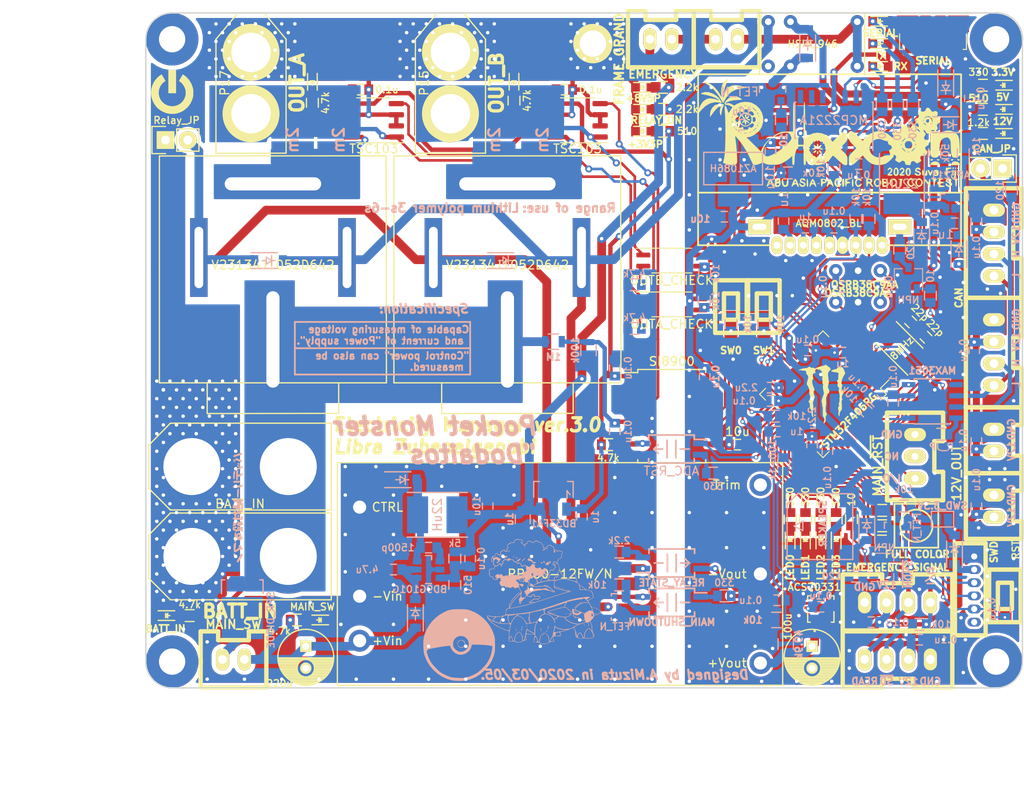
<source format=kicad_pcb>
(kicad_pcb (version 20171130) (host pcbnew "(5.1.5)-3")
  (layers (0 F.Cu signal) (31 B.Cu signal) (34 B.Paste user) (35 F.Paste user) (36 B.SilkS user) (37 F.SilkS user) (38 B.Mask user) (39 F.Mask user) (44 Edge.Cuts user))
  (net 0 "")
  (net 1 GND)
  (net 2 /OSC_IN)
  (net 3 +12V)
  (net 4 +3.3V)
  (net 5 /OSC_OUT)
  (net 6 "Net-(C11-Pad1)")
  (net 7 "Net-(C13-Pad1)")
  (net 8 +5V)
  (net 9 "Net-(C20-Pad2)")
  (net 10 "Net-(C21-Pad2)")
  (net 11 "Net-(C21-Pad1)")
  (net 12 3V3)
  (net 13 GNDPWR)
  (net 14 "Net-(C23-Pad1)")
  (net 15 "Net-(C23-Pad2)")
  (net 16 "Net-(C31-Pad1)")
  (net 17 /24V)
  (net 18 /ADC12_IN4)
  (net 19 "Net-(C35-Pad1)")
  (net 20 /Voltage)
  (net 21 /ADC12_IN5)
  (net 22 /ADC12_IN6)
  (net 23 "Net-(D1-Pad2)")
  (net 24 "Net-(D1-Pad1)")
  (net 25 "Net-(D2-Pad1)")
  (net 26 "Net-(D3-Pad1)")
  (net 27 "Net-(D4-Pad1)")
  (net 28 "Net-(D5-Pad1)")
  (net 29 "Net-(D6-Pad1)")
  (net 30 "Net-(D7-Pad1)")
  (net 31 "Net-(D8-Pad1)")
  (net 32 "Net-(D9-Pad1)")
  (net 33 +BATT)
  (net 34 "Net-(D10-Pad3)")
  (net 35 "Net-(D13-Pad1)")
  (net 36 "Net-(D14-Pad1)")
  (net 37 "Net-(D15-Pad1)")
  (net 38 "Net-(D16-Pad1)")
  (net 39 "Net-(D17-Pad1)")
  (net 40 "Net-(D18-Pad1)")
  (net 41 "Net-(D19-Pad1)")
  (net 42 "Net-(D20-Pad1)")
  (net 43 /Relay_Out)
  (net 44 "Net-(JP3-Pad1)")
  (net 45 /CAN_L)
  (net 46 /SWDIO)
  (net 47 /SWCLK)
  (net 48 /CAN_H)
  (net 49 /Relay_state)
  (net 50 /Fource_shutdown)
  (net 51 /USART1_TX)
  (net 52 /USART1_RX)
  (net 53 "Net-(P10-Pad2)")
  (net 54 /Coil)
  (net 55 "Net-(IC2-Pad3)")
  (net 56 "Net-(Q2-Pad1)")
  (net 57 "Net-(Q3-Pad1)")
  (net 58 "Net-(Q3-Pad3)")
  (net 59 "Net-(R8-Pad1)")
  (net 60 /PC0)
  (net 61 "Net-(IC3-Pad2)")
  (net 62 "Net-(R12-Pad1)")
  (net 63 /PC1)
  (net 64 "Net-(IC2-Pad1)")
  (net 65 /PC3)
  (net 66 /PC4)
  (net 67 /PC5)
  (net 68 /TIM1_CH1)
  (net 69 /TIM1_CH2)
  (net 70 /TIM1_CH3)
  (net 71 /TIM1_CH4)
  (net 72 "Net-(IC4-Pad2)")
  (net 73 /I2C2_SCL)
  (net 74 /I2C2_SDA)
  (net 75 "Net-(IC4-Pad4)")
  (net 76 /FB)
  (net 77 "Net-(R47-Pad2)")
  (net 78 /CAN1_TX)
  (net 79 /CAN1_RX)
  (net 80 "Net-(U1-Pad5)")
  (net 81 "Net-(U2-Pad3)")
  (net 82 /PC2)
  (net 83 /USART2_TX)
  (net 84 /USART2_RX)
  (net 85 "Net-(U2-Pad45)")
  (net 86 "Net-(U2-Pad51)")
  (net 87 "Net-(U2-Pad52)")
  (net 88 "Net-(U2-Pad53)")
  (net 89 "Net-(U2-Pad54)")
  (net 90 "Net-(U2-Pad55)")
  (net 91 "Net-(U2-Pad56)")
  (net 92 "Net-(U4-Pad1)")
  (net 93 "Net-(U6-Pad6)")
  (net 94 "Net-(U6-Pad11)")
  (net 95 "Net-(U6-Pad14)")
  (net 96 "Net-(U6-Pad15)")
  (net 97 "Net-(U9-Pad4)")
  (net 98 "Net-(P1-Pad6)")
  (net 99 "Net-(C25-Pad1)")
  (net 100 /ADC12_IN7)
  (net 101 /PC15)
  (net 102 "Net-(P11-Pad2)")
  (net 103 "Net-(R44-Pad2)")
  (net 104 /PB15)
  (net 105 /PB14)
  (net 106 /PB13)
  (net 107 /PB12)
  (net 108 "Net-(D25-Pad1)")
  (net 109 "Net-(Q7-Pad1)")
  (net 110 "Net-(U19-Pad8)")
  (net 111 "Net-(D26-Pad2)")
  (net 112 "Net-(D27-Pad2)")
  (net 113 "Net-(D28-Pad2)")
  (net 114 "Net-(D29-Pad1)")
  (net 115 "Net-(R59-Pad2)")
  (net 116 "Net-(U19-Pad9)")
  (net 117 "Net-(U19-Pad10)")
  (net 118 /D-)
  (net 119 /D+)
  (net 120 "Net-(U22-Pad3)")
  (net 121 "Net-(J1-Pad6)")
  (net 122 "Net-(J1-Pad4)")
  (net 123 "Net-(R19-Pad2)")
  (net 124 "Net-(R51-Pad2)")
  (net 125 "Net-(R58-Pad2)")
  (net 126 "Net-(C36-Pad1)")
  (net 127 "Net-(C36-Pad2)")
  (net 128 /PC13)
  (net 129 "Net-(R29-Pad2)")
  (net 130 "Net-(Q2-Pad3)")
  (net 131 "Net-(R1-Pad2)")
  (net 132 "Net-(R5-Pad2)")
  (net 133 /PC6)
  (net 134 /PC7)
  (net 135 /PC8)
  (net 136 /PC9)
  (net 137 /ADC12_IN9)
  (net 138 /ADC12_IN8)
  (net 139 "Net-(R21-Pad2)")
  (net 140 "Net-(C30-Pad1)")
  (net 141 /~RST)
  (net 142 OUT_A)
  (net 143 OUT_B)
  (net 144 "Net-(R50-Pad2)")
  (net 145 /OUTB_Current)
  (net 146 /OUTA_Current)
  (net 147 /CoilReadPin_PA15)
  (net 148 "Net-(U2-Pad28)")
  (net 149 /PA1)
  (net 150 /PA0)
  (net 151 +8V)
  (net 152 /To_CurrentA)
  (net 153 /To_CurrentB)
  (net 154 /MAIN_~RST)
  (net 155 "Net-(P8-Pad2)")
  (module Mizz_lib:WSHP2818 (layer B.Cu) (at 70 112.5 90)
    (fp_text reference R56 hide)
    (fp_text value 2m (at 0 0 90) (layer B.SilkS) (effects (font (size 1.27 1.27) (thickness 0.254)) (justify mirror)))
    (pad 2 smd rect (at 2.1 0 90) (size 3.9 4.85) (layers B.Cu B.Paste B.Mask) (net 142 OUT_A))
    (pad 1 smd rect (at -2.1 0 90) (size 3.9 4.85) (layers B.Cu B.Paste B.Mask) (net 152 /To_CurrentA))
  )
  (module Mizz_lib:WSHP2818 (layer B.Cu) (at 64.75 112.5 90)
    (fp_text reference R55 hide)
    (fp_text value 2m (at 0 0 90) (layer B.SilkS) (effects (font (size 1.27 1.27) (thickness 0.254)) (justify mirror)))
    (pad 1 smd rect (at -2.1 0 90) (size 3.9 4.85) (layers B.Cu B.Paste B.Mask) (net 152 /To_CurrentA))
    (pad 2 smd rect (at 2.1 0 90) (size 3.9 4.85) (layers B.Cu B.Paste B.Mask) (net 142 OUT_A))
  )
  (module Mizz_lib:SOIJ-4_5.3x5.3mm_Pitch1.27mm (layer B.Cu) (at 107.96 147.75 180)
    (fp_text reference IC4 hide)
    (fp_text value ADC_RST (at 0 -2.5) (layer B.SilkS) (effects (justify mirror)))
    (pad 4 smd rect (at 3.3 0.635 180) (size 1.7 0.65) (layers B.Cu B.Paste B.Mask) (net 75 "Net-(IC4-Pad4)"))
    (pad 3 smd rect (at 3.3 -0.635 180) (size 1.7 0.65) (layers B.Cu B.Paste B.Mask) (net 13 GNDPWR))
    (pad 2 smd rect (at -3.3 -0.635 180) (size 1.7 0.65) (layers B.Cu B.Paste B.Mask) (net 72 "Net-(IC4-Pad2)"))
    (pad 1 smd rect (at -3.3 0.635 180) (size 1.7 0.65) (layers B.Cu B.Paste B.Mask) (net 104 /PB15))
  )
  (module Mizz_lib:OSRB38C9AA (layer F.Cu) (at 129.25 127.4 180)
    (fp_text reference U21 hide)
    (fp_text value OSRB38C9AA (at 0 -2.54) (layer F.SilkS) (effects (font (size 0.8 0.8) (thickness 0.2))))
    (pad 1 thru_hole circle (at -2.54 0 180) (size 1.524 1.524) (drill 0.762) (layers *.Cu *.Mask) (net 60 /PC0))
    (pad 2 thru_hole circle (at 0 0 180) (size 1.524 1.524) (drill 0.762) (layers *.Cu *.Mask) (net 1 GND))
    (pad 3 thru_hole circle (at 2.54 0 180) (size 1.524 1.524) (drill 0.762) (layers *.Cu *.Mask) (net 8 +5V))
  )
  (module Mizz_lib:C_0603 (layer F.Cu) (at 135.25 133.25 315)
    (fp_text reference C5 hide)
    (fp_text value 22p (at 0 -1.5 315) (layer F.SilkS) (effects (font (size 0.8 0.8))))
    (pad 1 smd rect (at -0.949999 0 315) (size 1 1.2) (layers F.Cu F.Paste F.Mask) (net 5 /OSC_OUT))
    (pad 2 smd rect (at 0.93 0 315) (size 1 1.2) (layers F.Cu F.Paste F.Mask) (net 1 GND))
  )
  (module Mizz_lib:Crystal_SMD_5032_2Pads (layer F.Cu) (at 134.25 136.25 135)
    (fp_text reference X1 hide)
    (fp_text value 8MHz (at 0 0 -135) (layer F.SilkS) (effects (font (size 0.8 0.8))))
    (pad 2 smd rect (at 2.05 0 135) (size 2 2.4) (layers F.Cu F.Paste F.Mask) (net 5 /OSC_OUT))
    (pad 1 smd rect (at -2.05 0 135) (size 2 2.4) (layers F.Cu F.Paste F.Mask) (net 2 /OSC_IN))
  )
  (module Mizz_lib:C_0603 (layer B.Cu) (at 124 147.25 270)
    (fp_text reference C13 hide)
    (fp_text value 2.2u (at -3 0 270) (layer B.SilkS) (effects (font (size 0.8 0.8)) (justify mirror)))
    (pad 2 smd rect (at 0.93 0 270) (size 1 1.2) (layers B.Cu B.Paste B.Mask) (net 1 GND))
    (pad 1 smd rect (at -0.949999 0 270) (size 1 1.2) (layers B.Cu B.Paste B.Mask) (net 7 "Net-(C13-Pad1)"))
  )
  (module Mizz_lib:R_0603 (layer F.Cu) (at 132 156.5)
    (fp_text reference R5 hide)
    (fp_text value 330)
    (pad 1 smd rect (at -0.78 0) (size 1 1.2) (layers F.Cu F.Paste F.Mask) (net 70 /TIM1_CH3))
    (pad 2 smd rect (at 0.78 0) (size 1 1.2) (layers F.Cu F.Paste F.Mask) (net 132 "Net-(R5-Pad2)"))
  )
  (module Mizz_lib:R_0603 (layer F.Cu) (at 131.97 158.25)
    (fp_text reference R21 hide)
    (fp_text value 330)
    (pad 2 smd rect (at 0.78 0) (size 1 1.2) (layers F.Cu F.Paste F.Mask) (net 139 "Net-(R21-Pad2)"))
    (pad 1 smd rect (at -0.78 0) (size 1 1.2) (layers F.Cu F.Paste F.Mask) (net 69 /TIM1_CH2))
  )
  (module Mizz_lib:R_0603 (layer F.Cu) (at 132 154.75)
    (fp_text reference R1 hide)
    (fp_text value 330)
    (pad 2 smd rect (at 0.78 0) (size 1 1.2) (layers F.Cu F.Paste F.Mask) (net 131 "Net-(R1-Pad2)"))
    (pad 1 smd rect (at -0.78 0) (size 1 1.2) (layers F.Cu F.Paste F.Mask) (net 71 /TIM1_CH4))
  )
  (module Mizz_lib:C_0603 (layer B.Cu) (at 133.25 142.5 270)
    (fp_text reference C4 hide)
    (fp_text value 0.1u (at -3 0 270) (layer B.SilkS) (effects (font (size 0.8 0.8)) (justify mirror)))
    (pad 1 smd rect (at -0.95 0 270) (size 1 1.2) (layers B.Cu B.Paste B.Mask) (net 4 +3.3V))
    (pad 2 smd rect (at 0.93 0 270) (size 1 1.2) (layers B.Cu B.Paste B.Mask) (net 1 GND))
  )
  (module Mizz_lib:C_0603 (layer B.Cu) (at 119.25 140.75 180)
    (fp_text reference C11 hide)
    (fp_text value 2.2u (at 2.75 0 180) (layer B.SilkS) (effects (font (size 0.8 0.8)) (justify mirror)))
    (pad 1 smd rect (at -0.949999 0 180) (size 1 1.2) (layers B.Cu B.Paste B.Mask) (net 6 "Net-(C11-Pad1)"))
    (pad 2 smd rect (at 0.93 0 180) (size 1 1.2) (layers B.Cu B.Paste B.Mask) (net 1 GND))
  )
  (module Mizz_lib:Inductor_Taiyo-Yuden_NR-50xx_HandSoldering (layer B.Cu) (at 134.25 117.5 90)
    (fp_text reference L1 hide)
    (fp_text value 22uH (at 0 0) (layer B.SilkS) (effects (justify mirror)))
    (pad 2 smd rect (at 2.25 0 90) (size 2.4 4.2) (layers B.Cu B.Paste B.Mask) (net 35 "Net-(D13-Pad1)"))
    (pad 1 smd rect (at -2.25 0 90) (size 2.4 4.2) (layers B.Cu B.Paste B.Mask) (net 14 "Net-(C23-Pad1)"))
  )
  (module Mizz_lib:C_0603 (layer B.Cu) (at 126.5 122.5)
    (fp_text reference C19 hide)
    (fp_text value 0.1u (at 0 -1.9) (layer B.SilkS) (effects (font (size 0.8 0.8)) (justify mirror)))
    (pad 1 smd rect (at -0.95 0) (size 1 1.2) (layers B.Cu B.Paste B.Mask) (net 4 +3.3V))
    (pad 2 smd rect (at 0.93 0) (size 1 1.2) (layers B.Cu B.Paste B.Mask) (net 1 GND))
  )
  (module Mizz_lib:SOD-123 (layer B.Cu) (at 140.75 125 90)
    (fp_text reference D12 hide)
    (fp_text value DIODE hide)
    (pad 1 smd rect (at -1.635 0 90) (size 0.91 1.22) (layers B.Cu B.Paste B.Mask) (net 3 +12V))
    (pad 2 smd rect (at 1.635 0 90) (size 0.91 1.22) (layers B.Cu B.Paste B.Mask) (net 99 "Net-(C25-Pad1)"))
  )
  (module Mizz_lib:R_0603 (layer B.Cu) (at 120.5 110.25 90)
    (fp_text reference R48 hide)
    (fp_text value 10 (at -2.25 0.25 90) (layer B.SilkS) (effects (font (size 0.8 0.8) (thickness 0.2)) (justify mirror)))
    (pad 1 smd rect (at -0.78 0 90) (size 1 1.2) (layers B.Cu B.Paste B.Mask) (net 82 /PC2))
    (pad 2 smd rect (at 0.78 0 90) (size 1 1.2) (layers B.Cu B.Paste B.Mask) (net 109 "Net-(Q7-Pad1)"))
  )
  (module Mizz_lib:LED_0603 (layer F.Cu) (at 123.25 158.03 90)
    (fp_text reference D6 hide)
    (fp_text value LED1 (at -3.22 0 90) (layer F.SilkS) (effects (font (size 0.8 0.8) (thickness 0.2))))
    (pad 2 smd rect (at -0.88 0 270) (size 1 1.2) (layers F.Cu F.Paste F.Mask) (net 1 GND))
    (pad 1 smd rect (at 0.88 0 270) (size 1 1.2) (layers F.Cu F.Paste F.Mask) (net 29 "Net-(D6-Pad1)"))
  )
  (module Mizz_lib:C_0603 (layer B.Cu) (at 119.25 142.25)
    (fp_text reference C9 hide)
    (fp_text value 0.1u (at -3 0) (layer B.SilkS) (effects (font (size 0.8 0.8)) (justify mirror)))
    (pad 2 smd rect (at 0.93 0) (size 1 1.2) (layers B.Cu B.Paste B.Mask) (net 4 +3.3V))
    (pad 1 smd rect (at -0.95 0) (size 1 1.2) (layers B.Cu B.Paste B.Mask) (net 1 GND))
  )
  (module Mizz_lib:UGCT7525AN4 (layer B.Cu) (at 125.25 156.25 180)
    (fp_text reference SP1 hide)
    (fp_text value SPEAKER (at 0 0 270) (layer B.SilkS) (effects (font (size 0.8 0.8) (thickness 0.2)) (justify mirror)))
    (pad 3 smd rect (at 3.6 -3.6 180) (size 2.3 2.3) (layers B.Cu B.Paste B.Mask))
    (pad 2 smd rect (at -3 -3.6 180) (size 2.3 2.3) (layers B.Cu B.Paste B.Mask) (net 32 "Net-(D9-Pad1)"))
    (pad 1 smd rect (at -3 3 180) (size 2.3 2.3) (layers B.Cu B.Paste B.Mask) (net 4 +3.3V))
  )
  (module Mizz_lib:C_0603 (layer B.Cu) (at 111.75 139.5 270)
    (fp_text reference C27 hide)
    (fp_text value 0.1u (at 0 -1.25 270) (layer B.SilkS) (effects (font (size 0.8 0.8) (thickness 0.2)) (justify mirror)))
    (pad 2 smd rect (at 0.93 0 270) (size 1 1.2) (layers B.Cu B.Paste B.Mask) (net 1 GND))
    (pad 1 smd rect (at -0.95 0 270) (size 1 1.2) (layers B.Cu B.Paste B.Mask) (net 4 +3.3V))
  )
  (module Mizz_lib:C_0603 (layer B.Cu) (at 120 165 180)
    (fp_text reference C44 hide)
    (fp_text value 0.1u (at 3 0 180) (layer B.SilkS) (effects (font (size 0.8 0.8)) (justify mirror)))
    (pad 1 smd rect (at -0.95 0 180) (size 1 1.2) (layers B.Cu B.Paste B.Mask) (net 138 /ADC12_IN8))
    (pad 2 smd rect (at 0.93 0 180) (size 1 1.2) (layers B.Cu B.Paste B.Mask) (net 1 GND))
  )
  (module Mizz_lib:SOT-23 (layer B.Cu) (at 119.5 107 180)
    (fp_text reference Q7 hide)
    (fp_text value FET_N (at 3.75 0 180) (layer B.SilkS) (effects (justify mirror)))
    (pad 1 smd rect (at -0.95 -1.00076 180) (size 0.8001 0.8001) (layers B.Cu B.Paste B.Mask) (net 109 "Net-(Q7-Pad1)"))
    (pad 2 smd rect (at 0.95 -1.00076 180) (size 0.8001 0.8001) (layers B.Cu B.Paste B.Mask) (net 1 GND))
    (pad 3 smd rect (at 0 0.99822 180) (size 0.8001 0.8001) (layers B.Cu B.Paste B.Mask) (net 108 "Net-(D25-Pad1)"))
  )
  (module Mizz_lib:R_0603 (layer B.Cu) (at 146.75 118.25 90)
    (fp_text reference R6 hide)
    (fp_text value 120 (at 0 -1.3 90) (layer B.SilkS) (effects (font (size 0.8 0.8)) (justify mirror)))
    (pad 2 smd rect (at 0.78 0 90) (size 1 1.2) (layers B.Cu B.Paste B.Mask) (net 44 "Net-(JP3-Pad1)"))
    (pad 1 smd rect (at -0.78 0 90) (size 1 1.2) (layers B.Cu B.Paste B.Mask) (net 48 /CAN_H))
  )
  (module RP_KiCAD_Connector:XT60_F (layer F.Cu) (at 82.75 106 270)
    (fp_text reference P15 (at 0 3 270) (layer F.SilkS))
    (fp_text value OUT_B (at 0 -5.25 270) (layer F.SilkS) (effects (font (size 1.5 1.5) (thickness 0.375))))
    (pad 1 thru_hole circle (at -3.5 0 270) (size 6.5 6.5) (drill 4.5) (layers *.Cu *.Mask F.SilkS) (net 13 GNDPWR))
    (pad 2 thru_hole circle (at 3.5 0 270) (size 6.5 6.5) (drill 4.5) (layers *.Cu *.Mask F.SilkS) (net 143 OUT_B))
  )
  (module RP_KiCAD_Connector:XT60_M (layer F.Cu) (at 60 106 270)
    (fp_text reference P17 (at 0 3 270) (layer F.SilkS))
    (fp_text value OUT_A (at 0 -5.25 270) (layer F.SilkS) (effects (font (size 1.5 1.5) (thickness 0.375))))
    (pad 2 thru_hole circle (at 3.5 0 270) (size 6.5 6.5) (drill 4.5) (layers *.Cu *.Mask F.SilkS) (net 142 OUT_A))
    (pad 1 thru_hole circle (at -3.5 0 270) (size 6.5 6.5) (drill 4.5) (layers *.Cu *.Mask F.SilkS) (net 13 GNDPWR))
  )
  (module Mizz_lib:GS2 (layer B.Cu) (at 138.885 155.75 90)
    (fp_text reference JP2 hide)
    (fp_text value SWD_3.3V (at 1.524 0) (layer B.SilkS) (effects (font (size 0.8 0.8) (thickness 0.2)) (justify mirror)))
    (pad 2 smd rect (at 0 -0.635 90) (size 1.27 0.9652) (layers B.Cu B.Paste B.Mask) (net 4 +3.3V))
    (pad 1 smd rect (at 0 0.635 90) (size 1.27 0.9652) (layers B.Cu B.Paste B.Mask) (net 23 "Net-(D1-Pad2)"))
  )
  (module Mizz_lib:C_0603 (layer B.Cu) (at 131.25 142.25 135)
    (fp_text reference C12 hide)
    (fp_text value 0.1u (at 2.828427 0 135) (layer B.SilkS) (effects (font (size 0.8 0.8)) (justify mirror)))
    (pad 1 smd rect (at -0.949999 0 135) (size 1 1.2) (layers B.Cu B.Paste B.Mask) (net 1 GND))
    (pad 2 smd rect (at 0.93 0 135) (size 1 1.2) (layers B.Cu B.Paste B.Mask) (net 4 +3.3V))
  )
  (module Mizz_lib:C_0603 (layer B.Cu) (at 120.75 121.75 270)
    (fp_text reference C20 hide)
    (fp_text value 1u (at -2.5 0 270) (layer B.SilkS) (effects (justify mirror)))
    (pad 2 smd rect (at 0.93 0 270) (size 1 1.2) (layers B.Cu B.Paste B.Mask) (net 9 "Net-(C20-Pad2)"))
    (pad 1 smd rect (at -0.95 0 270) (size 1 1.2) (layers B.Cu B.Paste B.Mask) (net 4 +3.3V))
  )
  (module Mizz_lib:C_0603 (layer B.Cu) (at 138 119 90)
    (fp_text reference C23 hide)
    (fp_text value 0.1u (at -3 0 90) (layer B.SilkS) (effects (font (size 0.8 0.8)) (justify mirror)))
    (pad 1 smd rect (at -0.95 0 90) (size 1 1.2) (layers B.Cu B.Paste B.Mask) (net 14 "Net-(C23-Pad1)"))
    (pad 2 smd rect (at 0.93 0 90) (size 1 1.2) (layers B.Cu B.Paste B.Mask) (net 15 "Net-(C23-Pad2)"))
  )
  (module Mizz_lib:C_0603 (layer B.Cu) (at 119.25 113.75 270)
    (fp_text reference C24 hide)
    (fp_text value 10u (at 3 0 270) (layer B.SilkS) (effects (justify mirror)))
    (pad 1 smd rect (at -0.95 0 270) (size 1 1.2) (layers B.Cu B.Paste B.Mask) (net 8 +5V))
    (pad 2 smd rect (at 0.93 0 270) (size 1 1.2) (layers B.Cu B.Paste B.Mask) (net 1 GND))
  )
  (module Mizz_lib:C_0603 (layer B.Cu) (at 140.25 122 180)
    (fp_text reference C25 hide)
    (fp_text value 1u (at 1 -1.25 180) (layer B.SilkS) (effects (justify mirror)))
    (pad 2 smd rect (at 0.93 0 180) (size 1 1.2) (layers B.Cu B.Paste B.Mask) (net 1 GND))
    (pad 1 smd rect (at -0.95 0 180) (size 1 1.2) (layers B.Cu B.Paste B.Mask) (net 99 "Net-(C25-Pad1)"))
  )
  (module Mizz_lib:C_0603 (layer B.Cu) (at 114 121.25 180)
    (fp_text reference C26 hide)
    (fp_text value 10u (at 2.75 -0.25 180) (layer B.SilkS) (effects (font (size 0.8 0.8) (thickness 0.2)) (justify mirror)))
    (pad 1 smd rect (at -0.95 0 180) (size 1 1.2) (layers B.Cu B.Paste B.Mask) (net 4 +3.3V))
    (pad 2 smd rect (at 0.93 0 180) (size 1 1.2) (layers B.Cu B.Paste B.Mask) (net 1 GND))
  )
  (module Mizz_lib:C_0603 (layer F.Cu) (at 115.5 147.25)
    (fp_text reference C28 hide)
    (fp_text value 10u (at 0 -1.5) (layer F.SilkS))
    (pad 2 smd rect (at 0.93 0) (size 1 1.2) (layers F.Cu F.Paste F.Mask) (net 1 GND))
    (pad 1 smd rect (at -0.95 0) (size 1 1.2) (layers F.Cu F.Paste F.Mask) (net 4 +3.3V))
  )
  (module Capacitors_ThroughHole:C_Radial_D6.3_L11.2_P2.5 (layer F.Cu) (at 66.25 170.25 270)
    (fp_text reference C32 hide)
    (fp_text value 220u (at 4.25 3) (layer F.SilkS) (effects (font (size 0.8 0.8))))
    (pad 2 thru_hole circle (at 2.5 0 270) (size 1.3 1.3) (drill 0.8) (layers *.Cu *.Mask F.SilkS) (net 13 GNDPWR))
    (pad 1 thru_hole rect (at 0 0 270) (size 1.3 1.3) (drill 0.8) (layers *.Cu *.Mask F.SilkS) (net 17 /24V))
  )
  (module Capacitors_ThroughHole:C_Radial_D6.3_L11.2_P2.5 (layer F.Cu) (at 124 170.25 270)
    (fp_text reference C35 hide)
    (fp_text value 100u (at -2.25 2.75 90) (layer F.SilkS) (effects (font (size 0.8 0.8))))
    (pad 1 thru_hole rect (at 0 0 270) (size 1.3 1.3) (drill 0.8) (layers *.Cu *.Mask F.SilkS) (net 19 "Net-(C35-Pad1)"))
    (pad 2 thru_hole circle (at 2.5 0 270) (size 1.3 1.3) (drill 0.8) (layers *.Cu *.Mask F.SilkS) (net 1 GND))
  )
  (module Mizz_lib:SOD-123 (layer B.Cu) (at 140.25 159.25 90)
    (fp_text reference D1 hide)
    (fp_text value DIODE hide)
    (pad 2 smd rect (at 1.635 0 90) (size 0.91 1.22) (layers B.Cu B.Paste B.Mask) (net 23 "Net-(D1-Pad2)"))
    (pad 1 smd rect (at -1.635 0 90) (size 0.91 1.22) (layers B.Cu B.Paste B.Mask) (net 24 "Net-(D1-Pad1)"))
  )
  (module Mizz_lib:SOD-123 (layer B.Cu) (at 130.25 156.5 90)
    (fp_text reference D9 hide)
    (fp_text value DIODE hide)
    (pad 1 smd rect (at -1.635 0 90) (size 0.91 1.22) (layers B.Cu B.Paste B.Mask) (net 32 "Net-(D9-Pad1)"))
    (pad 2 smd rect (at 1.635 0 90) (size 0.91 1.22) (layers B.Cu B.Paste B.Mask) (net 4 +3.3V))
  )
  (module Mizz_lib:SOD-123 (layer B.Cu) (at 136.5 123.5 90)
    (fp_text reference D11 hide)
    (fp_text value DIODE hide)
    (pad 2 smd rect (at 1.635 0 90) (size 0.91 1.22) (layers B.Cu B.Paste B.Mask) (net 14 "Net-(C23-Pad1)"))
    (pad 1 smd rect (at -1.635 0 90) (size 0.91 1.22) (layers B.Cu B.Paste B.Mask) (net 1 GND))
  )
  (module Mizz_lib:SOD-123 (layer B.Cu) (at 139.75 110.75)
    (fp_text reference D13 hide)
    (fp_text value DIODE hide)
    (pad 2 smd rect (at 1.635 0) (size 0.91 1.22) (layers B.Cu B.Paste B.Mask) (net 8 +5V))
    (pad 1 smd rect (at -1.635 0) (size 0.91 1.22) (layers B.Cu B.Paste B.Mask) (net 35 "Net-(D13-Pad1)"))
  )
  (module Mizz_lib:SOD-123 (layer B.Cu) (at 78.75 166.5 90)
    (fp_text reference D21 hide)
    (fp_text value DIODE hide)
    (pad 1 smd rect (at -1.635 0 90) (size 0.91 1.22) (layers B.Cu B.Paste B.Mask) (net 17 /24V))
    (pad 2 smd rect (at 1.635 0 90) (size 0.91 1.22) (layers B.Cu B.Paste B.Mask) (net 16 "Net-(C31-Pad1)"))
  )
  (module Mizz_lib:Pin_Header_Straight_1x02 (layer F.Cu) (at 145.75 115.75 270)
    (fp_text reference JP3 hide)
    (fp_text value CAN_JP (at -2.25 1.25) (layer F.SilkS) (effects (font (size 0.8 0.8) (thickness 0.2))))
    (pad 1 thru_hole rect (at 0 0 270) (size 2.032 2.032) (drill 1.016) (layers *.Cu *.Mask F.SilkS) (net 44 "Net-(JP3-Pad1)"))
    (pad 2 thru_hole oval (at 0 2.54 270) (size 2.032 2.032) (drill 1.016) (layers *.Cu *.Mask F.SilkS) (net 45 /CAN_L))
  )
  (module Mizz_lib:XA_4T (layer F.Cu) (at 144.75 128 90)
    (fp_text reference P3 hide)
    (fp_text value CAN)
    (pad 4 thru_hole oval (at 0 0 90) (size 1.5 2.5) (drill 1) (layers *.Cu *.Mask F.SilkS) (net 45 /CAN_L))
    (pad 3 thru_hole oval (at 2.5 0 90) (size 1.5 2.5) (drill 1) (layers *.Cu *.Mask F.SilkS) (net 48 /CAN_H))
    (pad 2 thru_hole oval (at 5 0 90) (size 1.5 2.5) (drill 1) (layers *.Cu *.Mask F.SilkS) (net 3 +12V))
    (pad 1 thru_hole oval (at 7.5 0 90) (size 1.5 2.5) (drill 1) (layers *.Cu *.Mask F.SilkS) (net 1 GND))
  )
  (module Mizz_lib:XA_2T (layer F.Cu) (at 59.25 171.75 180)
    (fp_text reference P9 hide)
    (fp_text value MAIN_SW (at 1.25 4 180) (layer F.SilkS) (effects (font (thickness 0.2))))
    (pad 2 thru_hole oval (at 0 0 180) (size 1.5 2.5) (drill 1) (layers *.Cu *.Mask F.SilkS) (net 17 /24V))
    (pad 1 thru_hole oval (at 2.5 0 180) (size 1.5 2.5) (drill 1) (layers *.Cu *.Mask F.SilkS) (net 34 "Net-(D10-Pad3)"))
  )
  (module Mizz_lib:XT90PB (layer F.Cu) (at 58.75 160 180)
    (fp_text reference P13 hide)
    (fp_text value BATT_IN (at 0 -6.25 180) (layer F.SilkS) (effects (font (size 1.5 1.5) (thickness 0.375))))
    (pad 1 thru_hole circle (at 5.5 0 180) (size 8.5 8.5) (drill 6.5) (layers *.Cu *.Mask) (net 13 GNDPWR))
    (pad 2 thru_hole circle (at -5.5 0 180) (size 8.5 8.5) (drill 6.5) (layers *.Cu *.Mask) (net 33 +BATT))
  )
  (module Mizz_lib:XT90PB (layer F.Cu) (at 58.75 149.75 180)
    (fp_text reference P16 hide)
    (fp_text value BATT_IN (at 0 -4.25 180) (layer F.SilkS))
    (pad 2 thru_hole circle (at -5.5 0 180) (size 8.5 8.5) (drill 6.5) (layers *.Cu *.Mask) (net 33 +BATT))
    (pad 1 thru_hole circle (at 5.5 0 180) (size 8.5 8.5) (drill 6.5) (layers *.Cu *.Mask) (net 13 GNDPWR))
  )
  (module Mizz_lib:SW_SPST_CK_RS282G05A3 (layer F.Cu) (at 146 164.5 270)
    (fp_text reference SW1 hide)
    (fp_text value RST (at -5.25 -1.25 270) (layer F.SilkS) (effects (font (size 0.8 0.8))))
    (pad 2 smd rect (at -2.8 0 270) (size 2.6 1.5) (layers F.Cu F.Paste F.Mask) (net 1 GND))
    (pad 1 smd rect (at 2.8 0 270) (size 2.6 1.5) (layers F.Cu F.Paste F.Mask) (net 141 /~RST))
  )
  (module Mizz_lib:TSOT-6-MK06A (layer B.Cu) (at 140.25 119)
    (fp_text reference U5 hide)
    (fp_text value AP3211 (at -0.5 -2.5) (layer B.SilkS) (effects (font (size 0.8 0.8)) (justify mirror)))
    (pad 6 smd rect (at -0.94996 1.30048) (size 0.69088 1.00076) (layers B.Cu B.Paste B.Mask) (net 14 "Net-(C23-Pad1)"))
    (pad 5 smd rect (at 0 1.30048) (size 0.69088 1.00076) (layers B.Cu B.Paste B.Mask) (net 99 "Net-(C25-Pad1)"))
    (pad 4 smd rect (at 0.94996 1.30048) (size 0.69088 1.00076) (layers B.Cu B.Paste B.Mask) (net 99 "Net-(C25-Pad1)"))
    (pad 3 smd rect (at 0.94996 -1.30048) (size 0.69088 1.00076) (layers B.Cu B.Paste B.Mask) (net 76 /FB))
    (pad 2 smd rect (at 0 -1.30048) (size 0.69088 1.00076) (layers B.Cu B.Paste B.Mask) (net 1 GND))
    (pad 1 smd rect (at -0.94996 -1.30048) (size 0.69088 1.00076) (layers B.Cu B.Paste B.Mask) (net 15 "Net-(C23-Pad2)"))
  )
  (module Mizz_lib:AZ1086H (layer B.Cu) (at 115 115.75)
    (fp_text reference U7 hide)
    (fp_text value AZ1086H (at 0 0) (layer B.SilkS) (effects (font (size 0.8 0.8)) (justify mirror)))
    (pad 2 smd rect (at 0 -2.9) (size 1.2 2) (layers B.Cu B.Paste B.Mask) (net 4 +3.3V))
    (pad 1 smd rect (at -2.3 -2.9) (size 1.2 2) (layers B.Cu B.Paste B.Mask) (net 1 GND))
    (pad 3 smd rect (at 2.3 -2.9) (size 1.2 2) (layers B.Cu B.Paste B.Mask) (net 8 +5V))
    (pad 2 smd rect (at 0 3.1) (size 3.5 2.5) (layers B.Cu B.Paste B.Mask) (net 4 +3.3V))
  )
  (module Mizz_lib:V23134J1052D642 (layer F.Cu) (at 62.5 127.25)
    (fp_text reference U8 hide)
    (fp_text value V23134J1052D642 (at 0 -0.5) (layer F.SilkS))
    (pad 30 thru_hole rect (at 0 8) (size 3 13) (drill oval 1.5 11) (layers *.Cu *.Mask) (net 33 +BATT))
    (pad 86 thru_hole rect (at -8.45 -1.35) (size 2 9) (drill oval 1 7) (layers *.Cu *.Mask) (net 43 /Relay_Out))
    (pad 85 thru_hole rect (at 8.45 -1.35) (size 2 9) (drill oval 1 7) (layers *.Cu *.Mask) (net 54 /Coil))
    (pad 87 thru_hole rect (at 0 -9.75 90) (size 3 13) (drill oval 1.5 11) (layers *.Cu *.Mask) (net 152 /To_CurrentA))
  )
  (module Mizz_lib:V23134J1052D642 (layer F.Cu) (at 89.25 127.25)
    (fp_text reference U12 hide)
    (fp_text value V23134J1052D642 (at 0 -0.5) (layer F.SilkS))
    (pad 87 thru_hole rect (at 0 -9.75 90) (size 3 13) (drill oval 1.5 11) (layers *.Cu *.Mask) (net 153 /To_CurrentB))
    (pad 85 thru_hole rect (at 8.45 -1.35) (size 2 9) (drill oval 1 7) (layers *.Cu *.Mask) (net 54 /Coil))
    (pad 86 thru_hole rect (at -8.45 -1.35) (size 2 9) (drill oval 1 7) (layers *.Cu *.Mask) (net 43 /Relay_Out))
    (pad 30 thru_hole rect (at 0 8) (size 3 13) (drill oval 1.5 11) (layers *.Cu *.Mask) (net 33 +BATT))
  )
  (module Mizz_lib:SOIJ-4_5.3x5.3mm_Pitch1.27mm (layer B.Cu) (at 108 165.25 180)
    (fp_text reference IC2 hide)
    (fp_text value MAIN_SHUTDOWN (at 0 -2.25 180) (layer B.SilkS) (effects (font (size 0.8 0.8) (thickness 0.2)) (justify mirror)))
    (pad 1 smd rect (at -3.3 0.635 180) (size 1.7 0.65) (layers B.Cu B.Paste B.Mask) (net 64 "Net-(IC2-Pad1)"))
    (pad 2 smd rect (at -3.3 -0.635 180) (size 1.7 0.65) (layers B.Cu B.Paste B.Mask) (net 1 GND))
    (pad 3 smd rect (at 3.3 -0.635 180) (size 1.7 0.65) (layers B.Cu B.Paste B.Mask) (net 55 "Net-(IC2-Pad3)"))
    (pad 4 smd rect (at 3.3 0.635 180) (size 1.7 0.65) (layers B.Cu B.Paste B.Mask) (net 151 +8V))
  )
  (module Mizz_lib:SOIJ-4_5.3x5.3mm_Pitch1.27mm (layer B.Cu) (at 108 160.75)
    (fp_text reference IC3 hide)
    (fp_text value RELAY_STATE (at 0 2.25) (layer B.SilkS) (effects (font (size 0.8 0.8) (thickness 0.2)) (justify mirror)))
    (pad 4 smd rect (at 3.3 0.635) (size 1.7 0.65) (layers B.Cu B.Paste B.Mask) (net 49 /Relay_state))
    (pad 3 smd rect (at 3.3 -0.635) (size 1.7 0.65) (layers B.Cu B.Paste B.Mask) (net 1 GND))
    (pad 2 smd rect (at -3.3 -0.635) (size 1.7 0.65) (layers B.Cu B.Paste B.Mask) (net 61 "Net-(IC3-Pad2)"))
    (pad 1 smd rect (at -3.3 0.635) (size 1.7 0.65) (layers B.Cu B.Paste B.Mask) (net 54 /Coil))
  )
  (module Mizz_lib:ZH_6T (layer F.Cu) (at 142.5 160 270)
    (fp_text reference P1 hide)
    (fp_text value SWD (at -0.5 -2.25 270) (layer F.SilkS) (effects (font (size 0.8 0.8) (thickness 0.2))))
    (pad 1 thru_hole oval (at 0 0 270) (size 1 1.524) (drill 0.7) (layers *.Cu *.Mask) (net 1 GND))
    (pad 2 thru_hole oval (at 1.5 0 270) (size 1 1.524) (drill 0.7) (layers *.Cu *.Mask) (net 24 "Net-(D1-Pad1)"))
    (pad 3 thru_hole oval (at 3 0 270) (size 1 1.524) (drill 0.7) (layers *.Cu *.Mask) (net 47 /SWCLK))
    (pad 4 thru_hole oval (at 4.5 0 270) (size 1 1.524) (drill 0.7) (layers *.Cu *.Mask) (net 46 /SWDIO))
    (pad 5 thru_hole oval (at 6 0 270) (size 1 1.524) (drill 0.7) (layers *.Cu *.Mask) (net 141 /~RST))
    (pad 6 thru_hole oval (at 7.5 0 270) (size 1 1.524) (drill 0.7) (layers *.Cu *.Mask) (net 98 "Net-(P1-Pad6)"))
  )
  (module Mizz_lib:C_0603 (layer F.Cu) (at 137 135 135)
    (fp_text reference C1 hide)
    (fp_text value 22p (at 0 1.5 135) (layer F.SilkS) (effects (font (size 0.8 0.8))))
    (pad 1 smd rect (at -0.949999 0 135) (size 1 1.2) (layers F.Cu F.Paste F.Mask) (net 2 /OSC_IN))
    (pad 2 smd rect (at 0.93 0 135) (size 1 1.2) (layers F.Cu F.Paste F.Mask) (net 1 GND))
  )
  (module Mizz_lib:C_0603 (layer B.Cu) (at 142.5 136.5 270)
    (fp_text reference C2 hide)
    (fp_text value 0.1u (at 0 1.25 270) (layer B.SilkS) (effects (font (size 0.8 0.8)) (justify mirror)))
    (pad 1 smd rect (at -0.95 0 270) (size 1 1.2) (layers B.Cu B.Paste B.Mask) (net 3 +12V))
    (pad 2 smd rect (at 0.93 0 270) (size 1 1.2) (layers B.Cu B.Paste B.Mask) (net 1 GND))
  )
  (module Mizz_lib:C_0603 (layer B.Cu) (at 146 166 90)
    (fp_text reference C3 hide)
    (fp_text value 0.1u (at 0 -1.5 90) (layer B.SilkS) (effects (font (size 0.8 0.8)) (justify mirror)))
    (pad 1 smd rect (at -0.95 0 90) (size 1 1.2) (layers B.Cu B.Paste B.Mask) (net 141 /~RST))
    (pad 2 smd rect (at 0.93 0 90) (size 1 1.2) (layers B.Cu B.Paste B.Mask) (net 1 GND))
  )
  (module Mizz_lib:C_0603 (layer B.Cu) (at 142.75 121.75 90)
    (fp_text reference C6 hide)
    (fp_text value 0.1u (at -3 0 90) (layer B.SilkS) (effects (font (size 0.8 0.8)) (justify mirror)))
    (pad 2 smd rect (at 0.93 0 90) (size 1 1.2) (layers B.Cu B.Paste B.Mask) (net 1 GND))
    (pad 1 smd rect (at -0.95 0 90) (size 1 1.2) (layers B.Cu B.Paste B.Mask) (net 3 +12V))
  )
  (module Mizz_lib:C_0603 (layer B.Cu) (at 136.25 169.5)
    (fp_text reference C7 hide)
    (fp_text value 0.1u (at 3 0) (layer B.SilkS) (effects (font (size 0.8 0.8)) (justify mirror)))
    (pad 2 smd rect (at 0.93 0) (size 1 1.2) (layers B.Cu B.Paste B.Mask) (net 1 GND))
    (pad 1 smd rect (at -0.95 0) (size 1 1.2) (layers B.Cu B.Paste B.Mask) (net 3 +12V))
  )
  (module Mizz_lib:C_0603 (layer B.Cu) (at 123.5 136.5)
    (fp_text reference C8 hide)
    (fp_text value 0.1u (at 0 -1.25) (layer B.SilkS) (effects (font (size 0.8 0.8)) (justify mirror)))
    (pad 1 smd rect (at -0.95 0) (size 1 1.2) (layers B.Cu B.Paste B.Mask) (net 1 GND))
    (pad 2 smd rect (at 0.93 0) (size 1 1.2) (layers B.Cu B.Paste B.Mask) (net 4 +3.3V))
  )
  (module Mizz_lib:C_0603 (layer B.Cu) (at 125.75 148 90)
    (fp_text reference C10 hide)
    (fp_text value 0.1u (at -3 0 90) (layer B.SilkS) (effects (font (size 0.8 0.8)) (justify mirror)))
    (pad 2 smd rect (at 0.93 0 90) (size 1 1.2) (layers B.Cu B.Paste B.Mask) (net 4 +3.3V))
    (pad 1 smd rect (at -0.95 0 90) (size 1 1.2) (layers B.Cu B.Paste B.Mask) (net 1 GND))
  )
  (module Mizz_lib:C_0603 (layer B.Cu) (at 130.75 167.5 180)
    (fp_text reference C14 hide)
    (fp_text value 0.1u (at -3 0 180) (layer B.SilkS) (effects (font (size 0.8 0.8)) (justify mirror)))
    (pad 2 smd rect (at 0.93 0 180) (size 1 1.2) (layers B.Cu B.Paste B.Mask) (net 1 GND))
    (pad 1 smd rect (at -0.95 0 180) (size 1 1.2) (layers B.Cu B.Paste B.Mask) (net 3 +12V))
  )
  (module Mizz_lib:C_0603 (layer B.Cu) (at 127.5 136.75 180)
    (fp_text reference C15 hide)
    (fp_text value 1u (at 0 -1.25 180) (layer B.SilkS) (effects (font (size 0.8 0.8)) (justify mirror)))
    (pad 2 smd rect (at 0.93 0 180) (size 1 1.2) (layers B.Cu B.Paste B.Mask) (net 4 +3.3V))
    (pad 1 smd rect (at -0.95 0 180) (size 1 1.2) (layers B.Cu B.Paste B.Mask) (net 1 GND))
  )
  (module Mizz_lib:C_0603 (layer B.Cu) (at 142.75 154.25 90)
    (fp_text reference C16 hide)
    (fp_text value 0.1u (at 3 0 90) (layer B.SilkS) (effects (font (size 0.8 0.8)) (justify mirror)))
    (pad 2 smd rect (at 0.93 0 90) (size 1 1.2) (layers B.Cu B.Paste B.Mask) (net 1 GND))
    (pad 1 smd rect (at -0.95 0 90) (size 1 1.2) (layers B.Cu B.Paste B.Mask) (net 3 +12V))
  )
  (module Mizz_lib:C_0603 (layer B.Cu) (at 142.75 146.8 90)
    (fp_text reference C17 hide)
    (fp_text value 0.1u (at 0.05 -1.5 90) (layer B.SilkS) (effects (font (size 0.8 0.8)) (justify mirror)))
    (pad 1 smd rect (at -0.95 0 90) (size 1 1.2) (layers B.Cu B.Paste B.Mask) (net 3 +12V))
    (pad 2 smd rect (at 0.93 0 90) (size 1 1.2) (layers B.Cu B.Paste B.Mask) (net 1 GND))
  )
  (module Mizz_lib:C_0603 (layer B.Cu) (at 129.32 115.25)
    (fp_text reference C18 hide)
    (fp_text value 0.1u (at 0 1.25) (layer B.SilkS) (effects (font (size 0.8 0.8)) (justify mirror)))
    (pad 1 smd rect (at -0.95 0) (size 1 1.2) (layers B.Cu B.Paste B.Mask) (net 1 GND))
    (pad 2 smd rect (at 0.93 0) (size 1 1.2) (layers B.Cu B.Paste B.Mask) (net 4 +3.3V))
  )
  (module Mizz_lib:C_0603 (layer B.Cu) (at 123.25 122.5 180)
    (fp_text reference C21 hide)
    (fp_text value 1u (at 0 1.25 180) (layer B.SilkS) (effects (font (size 0.8 0.8)) (justify mirror)))
    (pad 2 smd rect (at 0.93 0 180) (size 1 1.2) (layers B.Cu B.Paste B.Mask) (net 10 "Net-(C21-Pad2)"))
    (pad 1 smd rect (at -0.95 0 180) (size 1 1.2) (layers B.Cu B.Paste B.Mask) (net 11 "Net-(C21-Pad1)"))
  )
  (module Mizz_lib:C_0603 (layer B.Cu) (at 142 107.75 90)
    (fp_text reference C29 hide)
    (fp_text value 0.1u (at 0 1.25 90) (layer B.SilkS) (effects (font (size 0.8 0.8)) (justify mirror)))
    (pad 2 smd rect (at 0.93 0 90) (size 1 1.2) (layers B.Cu B.Paste B.Mask) (net 1 GND))
    (pad 1 smd rect (at -0.95 0 90) (size 1 1.2) (layers B.Cu B.Paste B.Mask) (net 8 +5V))
  )
  (module Mizz_lib:C_0603 (layer B.Cu) (at 85 160.25 90)
    (fp_text reference C30 hide)
    (fp_text value 0.1u (at 0 1.25 90) (layer B.SilkS) (effects (font (size 0.8 0.8)) (justify mirror)))
    (pad 2 smd rect (at 0.93 0 90) (size 1 1.2) (layers B.Cu B.Paste B.Mask) (net 151 +8V))
    (pad 1 smd rect (at -0.95 0 90) (size 1 1.2) (layers B.Cu B.Paste B.Mask) (net 140 "Net-(C30-Pad1)"))
  )
  (module Mizz_lib:C_0603 (layer B.Cu) (at 76.25 161.5 180)
    (fp_text reference C31 hide)
    (fp_text value 4.7u (at 3 0 180) (layer B.SilkS) (effects (font (size 0.8 0.8)) (justify mirror)))
    (pad 2 smd rect (at 0.93 0 180) (size 1 1.2) (layers B.Cu B.Paste B.Mask) (net 13 GNDPWR))
    (pad 1 smd rect (at -0.95 0 180) (size 1 1.2) (layers B.Cu B.Paste B.Mask) (net 16 "Net-(C31-Pad1)"))
  )
  (module Mizz_lib:C_0603 (layer B.Cu) (at 101.5 145.75 270)
    (fp_text reference C38 hide)
    (fp_text value 0.1u (at 0 -1.5 270) (layer B.SilkS) (effects (font (size 0.8 0.8)) (justify mirror)))
    (pad 1 smd rect (at -0.95 0 270) (size 1 1.2) (layers B.Cu B.Paste B.Mask) (net 20 /Voltage))
    (pad 2 smd rect (at 0.93 0 270) (size 1 1.2) (layers B.Cu B.Paste B.Mask) (net 13 GNDPWR))
  )
  (module Mizz_lib:C_0603 (layer B.Cu) (at 125 165.75)
    (fp_text reference C41 hide)
    (fp_text value 0.1u (at 0 -1.25) (layer B.SilkS) (effects (font (size 0.8 0.8)) (justify mirror)))
    (pad 2 smd rect (at 0.93 0) (size 1 1.2) (layers B.Cu B.Paste B.Mask) (net 1 GND))
    (pad 1 smd rect (at -0.95 0) (size 1 1.2) (layers B.Cu B.Paste B.Mask) (net 4 +3.3V))
  )
  (module Mizz_lib:C_0603 (layer B.Cu) (at 120 145.75)
    (fp_text reference C42 hide)
    (fp_text value 1u (at 2.25 0) (layer B.SilkS) (effects (font (size 0.8 0.8)) (justify mirror)))
    (pad 1 smd rect (at -0.95 0) (size 1 1.2) (layers B.Cu B.Paste B.Mask) (net 137 /ADC12_IN9))
    (pad 2 smd rect (at 0.93 0) (size 1 1.2) (layers B.Cu B.Paste B.Mask) (net 1 GND))
  )
  (module Mizz_lib:C_0603 (layer B.Cu) (at 97.75 155.5 90)
    (fp_text reference C43 hide)
    (fp_text value 1u (at 0 1.5 90) (layer B.SilkS) (effects (font (size 0.8 0.8)) (justify mirror)))
    (pad 1 smd rect (at -0.95 0 90) (size 1 1.2) (layers B.Cu B.Paste B.Mask) (net 13 GNDPWR))
    (pad 2 smd rect (at 0.93 0 90) (size 1 1.2) (layers B.Cu B.Paste B.Mask) (net 12 3V3))
  )
  (module Mizz_lib:LED_0603 (layer F.Cu) (at 145.75 111.75 180)
    (fp_text reference D2 hide)
    (fp_text value 12V (at 0 1.4 180) (layer F.SilkS) (effects (font (size 0.8 0.8) (thickness 0.2))))
    (pad 1 smd rect (at 0.88 0) (size 1 1.2) (layers F.Cu F.Paste F.Mask) (net 25 "Net-(D2-Pad1)"))
    (pad 2 smd rect (at -0.88 0) (size 1 1.2) (layers F.Cu F.Paste F.Mask) (net 1 GND))
  )
  (module Mizz_lib:LED_0603 (layer F.Cu) (at 145.75 109 180)
    (fp_text reference D3 hide)
    (fp_text value 5V (at 0 1.4 180) (layer F.SilkS) (effects (font (size 0.8 0.8) (thickness 0.2))))
    (pad 2 smd rect (at -0.88 0) (size 1 1.2) (layers F.Cu F.Paste F.Mask) (net 1 GND))
    (pad 1 smd rect (at 0.88 0) (size 1 1.2) (layers F.Cu F.Paste F.Mask) (net 26 "Net-(D3-Pad1)"))
  )
  (module Mizz_lib:LED_0603 (layer F.Cu) (at 145.75 106.25 180)
    (fp_text reference D4 hide)
    (fp_text value 3.3V (at 0 1.5 180) (layer F.SilkS) (effects (font (size 0.8 0.8) (thickness 0.2))))
    (pad 1 smd rect (at 0.88 0) (size 1 1.2) (layers F.Cu F.Paste F.Mask) (net 27 "Net-(D4-Pad1)"))
    (pad 2 smd rect (at -0.88 0) (size 1 1.2) (layers F.Cu F.Paste F.Mask) (net 1 GND))
  )
  (module Mizz_lib:LED_0603 (layer F.Cu) (at 121.5 158.03 90)
    (fp_text reference D5 hide)
    (fp_text value LED0 (at -3.22 0 90) (layer F.SilkS) (effects (font (size 0.8 0.8) (thickness 0.2))))
    (pad 1 smd rect (at 0.88 0 270) (size 1 1.2) (layers F.Cu F.Paste F.Mask) (net 28 "Net-(D5-Pad1)"))
    (pad 2 smd rect (at -0.88 0 270) (size 1 1.2) (layers F.Cu F.Paste F.Mask) (net 1 GND))
  )
  (module Mizz_lib:LED_0603 (layer F.Cu) (at 125 158.03 90)
    (fp_text reference D7 hide)
    (fp_text value LED2 (at -3.22 0 90) (layer F.SilkS) (effects (font (size 0.8 0.8) (thickness 0.2))))
    (pad 1 smd rect (at 0.88 0 270) (size 1 1.2) (layers F.Cu F.Paste F.Mask) (net 30 "Net-(D7-Pad1)"))
    (pad 2 smd rect (at -0.88 0 270) (size 1 1.2) (layers F.Cu F.Paste F.Mask) (net 1 GND))
  )
  (module Mizz_lib:LED_0603 (layer F.Cu) (at 126.75 158.03 90)
    (fp_text reference D8 hide)
    (fp_text value LED3 (at -3.22 0 90) (layer F.SilkS) (effects (font (size 0.8 0.8) (thickness 0.2))))
    (pad 2 smd rect (at -0.88 0 270) (size 1 1.2) (layers F.Cu F.Paste F.Mask) (net 1 GND))
    (pad 1 smd rect (at 0.88 0 270) (size 1 1.2) (layers F.Cu F.Paste F.Mask) (net 31 "Net-(D8-Pad1)"))
  )
  (module TO_SOT_Packages_SMD:TO-277A (layer B.Cu) (at 59 166)
    (fp_text reference D10 hide)
    (fp_text value SBR_DIODE (at 3.25 1.25 90) (layer B.SilkS) (effects (font (size 0.8 0.8)) (justify mirror)))
    (pad 1 smd rect (at 1.04 -2.765) (size 1.4 1.27) (layers B.Cu B.Paste B.Mask) (net 33 +BATT))
    (pad 3 smd rect (at 0 1.04) (size 4.72 4.8) (layers B.Cu B.Paste B.Mask) (net 34 "Net-(D10-Pad3)"))
    (pad 2 smd rect (at -1.04 -2.765) (size 1.4 1.27) (layers B.Cu B.Paste B.Mask) (net 33 +BATT))
  )
  (module Mizz_lib:LED_0603 (layer F.Cu) (at 50.5 166.75)
    (fp_text reference D14 hide)
    (fp_text value BATT_IN (at -0.25 1.5) (layer F.SilkS) (effects (font (size 0.8 0.8) (thickness 0.2))))
    (pad 1 smd rect (at 0.88 0 180) (size 1 1.2) (layers F.Cu F.Paste F.Mask) (net 36 "Net-(D14-Pad1)"))
    (pad 2 smd rect (at -0.88 0 180) (size 1 1.2) (layers F.Cu F.Paste F.Mask) (net 13 GNDPWR))
  )
  (module Mizz_lib:LED_0603 (layer F.Cu) (at 67.75 167.25 180)
    (fp_text reference D15 hide)
    (fp_text value MAIN_SW (at 0.75 1.5 180) (layer F.SilkS) (effects (font (size 0.8 0.8))))
    (pad 1 smd rect (at 0.88 0) (size 1 1.2) (layers F.Cu F.Paste F.Mask) (net 37 "Net-(D15-Pad1)"))
    (pad 2 smd rect (at -0.88 0) (size 1 1.2) (layers F.Cu F.Paste F.Mask) (net 13 GNDPWR))
  )
  (module Mizz_lib:LED_0603 (layer F.Cu) (at 67 106 270)
    (fp_text reference D16 hide)
    (fp_text value POWER_OUT)
    (pad 2 smd rect (at -0.88 0 90) (size 1 1.2) (layers F.Cu F.Paste F.Mask) (net 13 GNDPWR))
    (pad 1 smd rect (at 0.88 0 90) (size 1 1.2) (layers F.Cu F.Paste F.Mask) (net 38 "Net-(D16-Pad1)"))
  )
  (module Mizz_lib:LED_0603 (layer F.Cu) (at 90 106 270)
    (fp_text reference D17 hide)
    (fp_text value FUN_OUT)
    (pad 1 smd rect (at 0.88 0 90) (size 1 1.2) (layers F.Cu F.Paste F.Mask) (net 39 "Net-(D17-Pad1)"))
    (pad 2 smd rect (at -0.88 0 90) (size 1 1.2) (layers F.Cu F.Paste F.Mask) (net 13 GNDPWR))
  )
  (module Mizz_lib:LED_0603 (layer F.Cu) (at 104.74 108.99)
    (fp_text reference D18 hide)
    (fp_text value RELAY_ON (at 1.5 1.25) (layer F.SilkS) (effects (font (size 0.8 0.8) (thickness 0.2))))
    (pad 2 smd rect (at -0.88 0 180) (size 1 1.2) (layers F.Cu F.Paste F.Mask) (net 13 GNDPWR))
    (pad 1 smd rect (at 0.88 0 180) (size 1 1.2) (layers F.Cu F.Paste F.Mask) (net 40 "Net-(D18-Pad1)"))
  )
  (module Mizz_lib:LED_0603 (layer F.Cu) (at 104.74 106.49)
    (fp_text reference D19 hide)
    (fp_text value +8V5P (at 0 1.25) (layer F.SilkS) (effects (font (size 0.8 0.8) (thickness 0.2))))
    (pad 2 smd rect (at -0.88 0 180) (size 1 1.2) (layers F.Cu F.Paste F.Mask) (net 13 GNDPWR))
    (pad 1 smd rect (at 0.88 0 180) (size 1 1.2) (layers F.Cu F.Paste F.Mask) (net 41 "Net-(D19-Pad1)"))
  )
  (module Mizz_lib:LED_0603 (layer F.Cu) (at 104.74 111.49)
    (fp_text reference D20 hide)
    (fp_text value +3V3P (at 0.25 1.5) (layer F.SilkS) (effects (font (size 0.8 0.8) (thickness 0.2))))
    (pad 2 smd rect (at -0.88 0 180) (size 1 1.2) (layers F.Cu F.Paste F.Mask) (net 13 GNDPWR))
    (pad 1 smd rect (at 0.88 0 180) (size 1 1.2) (layers F.Cu F.Paste F.Mask) (net 42 "Net-(D20-Pad1)"))
  )
  (module Mizz_lib:Pin_Header_Straight_1x02 (layer F.Cu) (at 50.25 112.5 90)
    (fp_text reference JP1 hide)
    (fp_text value Relay_JP (at 2.25 1.25 -180) (layer F.SilkS) (effects (font (size 0.8 0.8))))
    (pad 1 thru_hole rect (at 0 0 90) (size 2.032 2.032) (drill 1.016) (layers *.Cu *.Mask F.SilkS) (net 13 GNDPWR))
    (pad 2 thru_hole oval (at 0 2.54 90) (size 2.032 2.032) (drill 1.016) (layers *.Cu *.Mask F.SilkS) (net 43 /Relay_Out))
  )
  (module Mizz_lib:Inductor_Taiyo-Yuden_NR-50xx_HandSoldering (layer B.Cu) (at 81.25 155.25)
    (fp_text reference L2 hide)
    (fp_text value 22uH (at 0 0 -90) (layer B.SilkS) (effects (justify mirror)))
    (pad 1 smd rect (at -2.25 0) (size 2.4 4.2) (layers B.Cu B.Paste B.Mask) (net 127 "Net-(C36-Pad2)"))
    (pad 2 smd rect (at 2.25 0) (size 2.4 4.2) (layers B.Cu B.Paste B.Mask) (net 151 +8V))
  )
  (module Mizz_lib:XA_4T (layer F.Cu) (at 137.5 165.25 180)
    (fp_text reference P5 hide)
    (fp_text value EMERGENCY_SIGNAL (at 3.75 4 180) (layer F.SilkS) (effects (font (size 0.8 0.8) (thickness 0.2))))
    (pad 4 thru_hole oval (at 0 0 180) (size 1.5 2.5) (drill 1) (layers *.Cu *.Mask F.SilkS) (net 49 /Relay_state))
    (pad 3 thru_hole oval (at 2.5 0 180) (size 1.5 2.5) (drill 1) (layers *.Cu *.Mask F.SilkS) (net 50 /Fource_shutdown))
    (pad 2 thru_hole oval (at 5 0 180) (size 1.5 2.5) (drill 1) (layers *.Cu *.Mask F.SilkS) (net 3 +12V))
    (pad 1 thru_hole oval (at 7.5 0 180) (size 1.5 2.5) (drill 1) (layers *.Cu *.Mask F.SilkS) (net 1 GND))
  )
  (module Mizz_lib:XA_2T (layer F.Cu) (at 144.75 155.5 90)
    (fp_text reference P6 hide)
    (fp_text value 12V_OUT (at 5 -4.25 90) (layer F.SilkS) (effects (font (thickness 0.2))))
    (pad 1 thru_hole oval (at 2.5 0 90) (size 1.5 2.5) (drill 1) (layers *.Cu *.Mask F.SilkS) (net 1 GND))
    (pad 2 thru_hole oval (at 0 0 90) (size 1.5 2.5) (drill 1) (layers *.Cu *.Mask F.SilkS) (net 3 +12V))
  )
  (module Mizz_lib:XA_2T (layer F.Cu) (at 144.75 148 90)
    (fp_text reference P7 hide)
    (fp_text value 12V_OUT hide)
    (pad 2 thru_hole oval (at 0 0 90) (size 1.5 2.5) (drill 1) (layers *.Cu *.Mask F.SilkS) (net 3 +12V))
    (pad 1 thru_hole oval (at 2.5 0 90) (size 1.5 2.5) (drill 1) (layers *.Cu *.Mask F.SilkS) (net 1 GND))
  )
  (module Mizz_lib:XA_2T (layer F.Cu) (at 108 101 180)
    (fp_text reference P10 hide)
    (fp_text value EMERGENCY hide)
    (pad 2 thru_hole oval (at 0 0 180) (size 1.5 2.5) (drill 1) (layers *.Cu *.Mask F.SilkS) (net 53 "Net-(P10-Pad2)"))
    (pad 1 thru_hole oval (at 2.5 0 180) (size 1.5 2.5) (drill 1) (layers *.Cu *.Mask F.SilkS) (net 151 +8V))
  )
  (module Mizz_lib:XA_2T (layer F.Cu) (at 115.5 101 180)
    (fp_text reference P11 hide)
    (fp_text value EMERGENCY (at 8.5 -4) (layer F.SilkS) (effects (font (size 0.9 0.9) (thickness 0.2))))
    (pad 1 thru_hole oval (at 2.5 0 180) (size 1.5 2.5) (drill 1) (layers *.Cu *.Mask F.SilkS) (net 53 "Net-(P10-Pad2)"))
    (pad 2 thru_hole oval (at 0 0 180) (size 1.5 2.5) (drill 1) (layers *.Cu *.Mask F.SilkS) (net 102 "Net-(P11-Pad2)"))
  )
  (module Mizz_lib:SolderWirePad_single_3mmDrill (layer F.Cu) (at 99 101.5 90)
    (fp_text reference P12 hide)
    (fp_text value FRAME_GRAND (at -1.75 3 90) (layer F.SilkS) (effects (font (thickness 0.25))))
    (pad 1 thru_hole circle (at 0 0 90) (size 4.50088 4.50088) (drill 3) (layers *.Cu *.Mask F.SilkS) (net 13 GNDPWR))
  )
  (module Mizz_lib:SOT-23 (layer B.Cu) (at 101.75 165.75 270)
    (fp_text reference Q1 hide)
    (fp_text value FET_N (at 2.25 0.25) (layer B.SilkS) (effects (font (size 0.8 0.8)) (justify mirror)))
    (pad 1 smd rect (at -0.95 -1.00076 270) (size 0.8001 0.8001) (layers B.Cu B.Paste B.Mask) (net 55 "Net-(IC2-Pad3)"))
    (pad 2 smd rect (at 0.95 -1.00076 270) (size 0.8001 0.8001) (layers B.Cu B.Paste B.Mask) (net 13 GNDPWR))
    (pad 3 smd rect (at 0 0.99822 270) (size 0.8001 0.8001) (layers B.Cu B.Paste B.Mask) (net 43 /Relay_Out))
  )
  (module Mizz_lib:R_0603 (layer F.Cu) (at 143.5 111.75 180)
    (fp_text reference R2 hide)
    (fp_text value 1.2k (at 0.5 1.25 180) (layer F.SilkS) (effects (font (size 0.8 0.8))))
    (pad 2 smd rect (at 0.78 0 180) (size 1 1.2) (layers F.Cu F.Paste F.Mask) (net 3 +12V))
    (pad 1 smd rect (at -0.78 0 180) (size 1 1.2) (layers F.Cu F.Paste F.Mask) (net 25 "Net-(D2-Pad1)"))
  )
  (module Mizz_lib:R_0603 (layer F.Cu) (at 143.5 109 180)
    (fp_text reference R3 hide)
    (fp_text value 510 (at 0.5 1.25 180) (layer F.SilkS) (effects (font (size 0.8 0.8) (thickness 0.2))))
    (pad 1 smd rect (at -0.78 0 180) (size 1 1.2) (layers F.Cu F.Paste F.Mask) (net 26 "Net-(D3-Pad1)"))
    (pad 2 smd rect (at 0.78 0 180) (size 1 1.2) (layers F.Cu F.Paste F.Mask) (net 8 +5V))
  )
  (module Mizz_lib:R_0603 (layer F.Cu) (at 143.5 106.25 180)
    (fp_text reference R4 hide)
    (fp_text value 330 (at 0.5 1.5 180) (layer F.SilkS) (effects (font (size 0.8 0.8))))
    (pad 2 smd rect (at 0.78 0 180) (size 1 1.2) (layers F.Cu F.Paste F.Mask) (net 4 +3.3V))
    (pad 1 smd rect (at -0.78 0 180) (size 1 1.2) (layers F.Cu F.Paste F.Mask) (net 27 "Net-(D4-Pad1)"))
  )
  (module Mizz_lib:R_0603 (layer B.Cu) (at 102 163.25)
    (fp_text reference R7 hide)
    (fp_text value 10k (at -2.5 0) (layer B.SilkS) (effects (font (size 0.8 0.8)) (justify mirror)))
    (pad 1 smd rect (at -0.78 0) (size 1 1.2) (layers B.Cu B.Paste B.Mask) (net 13 GNDPWR))
    (pad 2 smd rect (at 0.78 0) (size 1 1.2) (layers B.Cu B.Paste B.Mask) (net 55 "Net-(IC2-Pad3)"))
  )
  (module Mizz_lib:R_0603 (layer B.Cu) (at 130 143.25 315)
    (fp_text reference R8 hide)
    (fp_text value 10k (at -2.474874 0 315) (layer B.SilkS) (effects (font (size 0.8 0.8)) (justify mirror)))
    (pad 2 smd rect (at 0.78 0 315) (size 1 1.2) (layers B.Cu B.Paste B.Mask) (net 1 GND))
    (pad 1 smd rect (at -0.78 0 315) (size 1 1.2) (layers B.Cu B.Paste B.Mask) (net 59 "Net-(R8-Pad1)"))
  )
  (module Mizz_lib:R_0603 (layer F.Cu) (at 121.5 155.78 270)
    (fp_text reference R10 hide)
    (fp_text value 330 (at -2.58 0 270) (layer F.SilkS) (effects (font (size 0.8 0.8))))
    (pad 2 smd rect (at 0.78 0 270) (size 1 1.2) (layers F.Cu F.Paste F.Mask) (net 28 "Net-(D5-Pad1)"))
    (pad 1 smd rect (at -0.78 0 270) (size 1 1.2) (layers F.Cu F.Paste F.Mask) (net 133 /PC6))
  )
  (module Mizz_lib:R_0603 (layer B.Cu) (at 102 159.5)
    (fp_text reference R11 hide)
    (fp_text value 2.2k (at 0 -1.3) (layer B.SilkS) (effects (font (size 0.8 0.8)) (justify mirror)))
    (pad 1 smd rect (at -0.78 0) (size 1 1.2) (layers B.Cu B.Paste B.Mask) (net 13 GNDPWR))
    (pad 2 smd rect (at 0.78 0) (size 1 1.2) (layers B.Cu B.Paste B.Mask) (net 61 "Net-(IC3-Pad2)"))
  )
  (module Mizz_lib:R_0603 (layer B.Cu) (at 138.72 146.06 180)
    (fp_text reference R12 hide)
    (fp_text value R_JP (at -0.03 -1.44) (layer B.SilkS) (effects (font (size 0.8 0.8)) (justify mirror)))
    (pad 2 smd rect (at 0.78 0 180) (size 1 1.2) (layers B.Cu B.Paste B.Mask) (net 1 GND))
    (pad 1 smd rect (at -0.78 0 180) (size 1 1.2) (layers B.Cu B.Paste B.Mask) (net 62 "Net-(R12-Pad1)"))
  )
  (module Mizz_lib:R_0603 (layer F.Cu) (at 123.25 155.78 270)
    (fp_text reference R13 hide)
    (fp_text value 330 (at -2.58 0 270) (layer F.SilkS) (effects (font (size 0.8 0.8))))
    (pad 1 smd rect (at -0.78 0 270) (size 1 1.2) (layers F.Cu F.Paste F.Mask) (net 134 /PC7))
    (pad 2 smd rect (at 0.78 0 270) (size 1 1.2) (layers F.Cu F.Paste F.Mask) (net 29 "Net-(D6-Pad1)"))
  )
  (module Mizz_lib:R_0603 (layer F.Cu) (at 125 155.78 270)
    (fp_text reference R14 hide)
    (fp_text value 330 (at -2.58 0 270) (layer F.SilkS) (effects (font (size 0.8 0.8))))
    (pad 2 smd rect (at 0.78 0 270) (size 1 1.2) (layers F.Cu F.Paste F.Mask) (net 30 "Net-(D7-Pad1)"))
    (pad 1 smd rect (at -0.78 0 270) (size 1 1.2) (layers F.Cu F.Paste F.Mask) (net 135 /PC8))
  )
  (module Mizz_lib:R_0603 (layer B.Cu) (at 114 164.5)
    (fp_text reference R15 hide)
    (fp_text value 330 (at 0 -1.5) (layer B.SilkS) (effects (font (size 0.8 0.8)) (justify mirror)))
    (pad 2 smd rect (at 0.78 0) (size 1 1.2) (layers B.Cu B.Paste B.Mask) (net 50 /Fource_shutdown))
    (pad 1 smd rect (at -0.78 0) (size 1 1.2) (layers B.Cu B.Paste B.Mask) (net 64 "Net-(IC2-Pad1)"))
  )
  (module Mizz_lib:R_0603 (layer F.Cu) (at 126.75 155.78 270)
    (fp_text reference R16 hide)
    (fp_text value 330 (at -2.53 0 270) (layer F.SilkS) (effects (font (size 0.8 0.8))))
    (pad 1 smd rect (at -0.78 0 270) (size 1 1.2) (layers F.Cu F.Paste F.Mask) (net 136 /PC9))
    (pad 2 smd rect (at 0.78 0 270) (size 1 1.2) (layers F.Cu F.Paste F.Mask) (net 31 "Net-(D8-Pad1)"))
  )
  (module Mizz_lib:R_0603 (layer B.Cu) (at 136.25 167.75 180)
    (fp_text reference R17 hide)
    (fp_text value 10k (at -2.5 0 180) (layer B.SilkS) (effects (font (size 0.8 0.8)) (justify mirror)))
    (pad 2 smd rect (at 0.78 0 180) (size 1 1.2) (layers B.Cu B.Paste B.Mask) (net 3 +12V))
    (pad 1 smd rect (at -0.78 0 180) (size 1 1.2) (layers B.Cu B.Paste B.Mask) (net 49 /Relay_state))
  )
  (module Mizz_lib:R_0603 (layer F.Cu) (at 128.5 155.75 90)
    (fp_text reference R20 hide)
    (fp_text value 10 (at 2.25 0 90) (layer F.SilkS) (effects (font (size 0.8 0.8))))
    (pad 1 smd rect (at -0.78 0 90) (size 1 1.2) (layers F.Cu F.Paste F.Mask) (net 56 "Net-(Q2-Pad1)"))
    (pad 2 smd rect (at 0.78 0 90) (size 1 1.2) (layers F.Cu F.Paste F.Mask) (net 68 /TIM1_CH1))
  )
  (module Mizz_lib:R_0603 (layer B.Cu) (at 129 162.25 180)
    (fp_text reference R24 hide)
    (fp_text value 120 (at 2.75 0 180) (layer B.SilkS) (effects (font (size 0.8 0.8)) (justify mirror)))
    (pad 1 smd rect (at -0.78 0 180) (size 1 1.2) (layers B.Cu B.Paste B.Mask) (net 130 "Net-(Q2-Pad3)"))
    (pad 2 smd rect (at 0.78 0 180) (size 1 1.2) (layers B.Cu B.Paste B.Mask) (net 32 "Net-(D9-Pad1)"))
  )
  (module Mizz_lib:R_0603 (layer B.Cu) (at 112.72 150.5 180)
    (fp_text reference R25 hide)
    (fp_text value 330 (at 0 -1.5 180) (layer B.SilkS) (effects (font (size 0.8 0.8)) (justify mirror)))
    (pad 1 smd rect (at -0.78 0 180) (size 1 1.2) (layers B.Cu B.Paste B.Mask) (net 1 GND))
    (pad 2 smd rect (at 0.78 0 180) (size 1 1.2) (layers B.Cu B.Paste B.Mask) (net 72 "Net-(IC4-Pad2)"))
  )
  (module Mizz_lib:R_0603 (layer B.Cu) (at 130.5 121.5 90)
    (fp_text reference R26 hide)
    (fp_text value 10k (at 2.5 -0.25 90) (layer B.SilkS) (effects (font (size 0.8 0.8)) (justify mirror)))
    (pad 2 smd rect (at 0.78 0 90) (size 1 1.2) (layers B.Cu B.Paste B.Mask) (net 4 +3.3V))
    (pad 1 smd rect (at -0.78 0 90) (size 1 1.2) (layers B.Cu B.Paste B.Mask) (net 73 /I2C2_SCL))
  )
  (module Mizz_lib:R_0603 (layer B.Cu) (at 129 121.5 90)
    (fp_text reference R27 hide)
    (fp_text value 10k (at 2.5 0 90) (layer B.SilkS) (effects (font (size 0.8 0.8)) (justify mirror)))
    (pad 1 smd rect (at -0.78 0 90) (size 1 1.2) (layers B.Cu B.Paste B.Mask) (net 74 /I2C2_SDA))
    (pad 2 smd rect (at 0.78 0 90) (size 1 1.2) (layers B.Cu B.Paste B.Mask) (net 4 +3.3V))
  )
  (module Mizz_lib:R_0603 (layer B.Cu) (at 137.5 130.25 270)
    (fp_text reference R28 hide)
    (fp_text value 10 (at -2.25 0 270) (layer B.SilkS) (effects (font (size 0.8 0.8)) (justify mirror)))
    (pad 2 smd rect (at 0.78 0 270) (size 1 1.2) (layers B.Cu B.Paste B.Mask) (net 128 /PC13))
    (pad 1 smd rect (at -0.78 0 270) (size 1 1.2) (layers B.Cu B.Paste B.Mask) (net 57 "Net-(Q3-Pad1)"))
  )
  (module Mizz_lib:R_0603 (layer B.Cu) (at 134 125 90)
    (fp_text reference R29 hide)
    (fp_text value 120 (at 0 1.25 90) (layer B.SilkS) (effects (font (size 0.8 0.8)) (justify mirror)))
    (pad 2 smd rect (at 0.78 0 90) (size 1 1.2) (layers B.Cu B.Paste B.Mask) (net 129 "Net-(R29-Pad2)"))
    (pad 1 smd rect (at -0.78 0 90) (size 1 1.2) (layers B.Cu B.Paste B.Mask) (net 58 "Net-(Q3-Pad3)"))
  )
  (module Mizz_lib:R_0603 (layer F.Cu) (at 100.75 147.25)
    (fp_text reference R30 hide)
    (fp_text value 4.7k (at 0 1.5) (layer F.SilkS) (effects (font (size 0.8 0.8))))
    (pad 2 smd rect (at 0.78 0) (size 1 1.2) (layers F.Cu F.Paste F.Mask) (net 75 "Net-(IC4-Pad4)"))
    (pad 1 smd rect (at -0.78 0) (size 1 1.2) (layers F.Cu F.Paste F.Mask) (net 12 3V3))
  )
  (module Mizz_lib:R_0603 (layer B.Cu) (at 138 114 90)
    (fp_text reference R31 hide)
    (fp_text value 50k (at 0 1.25 90) (layer B.SilkS) (effects (font (size 0.8 0.8)) (justify mirror)))
    (pad 2 smd rect (at 0.78 0 90) (size 1 1.2) (layers B.Cu B.Paste B.Mask) (net 35 "Net-(D13-Pad1)"))
    (pad 1 smd rect (at -0.78 0 90) (size 1 1.2) (layers B.Cu B.Paste B.Mask) (net 76 /FB))
  )
  (module Mizz_lib:R_0603 (layer B.Cu) (at 141.25 114 270)
    (fp_text reference R32 hide)
    (fp_text value 10k (at -0.75 -1.5 270) (layer B.SilkS) (effects (font (size 0.8 0.8)) (justify mirror)))
    (pad 1 smd rect (at -0.78 0 270) (size 1 1.2) (layers B.Cu B.Paste B.Mask) (net 1 GND))
    (pad 2 smd rect (at 0.78 0 270) (size 1 1.2) (layers B.Cu B.Paste B.Mask) (net 76 /FB))
  )
  (module Mizz_lib:R_0603 (layer F.Cu) (at 53 166.75)
    (fp_text reference R33 hide)
    (fp_text value 4.7k (at 0 -1.25) (layer F.SilkS) (effects (font (size 0.8 0.8))))
    (pad 1 smd rect (at -0.78 0) (size 1 1.2) (layers F.Cu F.Paste F.Mask) (net 36 "Net-(D14-Pad1)"))
    (pad 2 smd rect (at 0.78 0) (size 1 1.2) (layers F.Cu F.Paste F.Mask) (net 33 +BATT))
  )
  (module Mizz_lib:R_0603 (layer F.Cu) (at 65.25 167.25 180)
    (fp_text reference R34 hide)
    (fp_text value 4.7k (at 2 -1.25 180) (layer F.SilkS) (effects (font (size 0.8 0.8))))
    (pad 2 smd rect (at 0.78 0 180) (size 1 1.2) (layers F.Cu F.Paste F.Mask) (net 17 /24V))
    (pad 1 smd rect (at -0.78 0 180) (size 1 1.2) (layers F.Cu F.Paste F.Mask) (net 37 "Net-(D15-Pad1)"))
  )
  (module Mizz_lib:R_0603 (layer F.Cu) (at 67 108.25 270)
    (fp_text reference R35 hide)
    (fp_text value 4.7k (at 0 -1.5 270) (layer F.SilkS) (effects (font (size 0.8 0.8))))
    (pad 1 smd rect (at -0.78 0 270) (size 1 1.2) (layers F.Cu F.Paste F.Mask) (net 38 "Net-(D16-Pad1)"))
    (pad 2 smd rect (at 0.78 0 270) (size 1 1.2) (layers F.Cu F.Paste F.Mask) (net 142 OUT_A))
  )
  (module Mizz_lib:R_0603 (layer F.Cu) (at 90 108 270)
    (fp_text reference R36 hide)
    (fp_text value 4.7k (at 0 -1.5 270) (layer F.SilkS) (effects (font (size 0.8 0.8))))
    (pad 2 smd rect (at 0.78 0 270) (size 1 1.2) (layers F.Cu F.Paste F.Mask) (net 143 OUT_B))
    (pad 1 smd rect (at -0.78 0 270) (size 1 1.2) (layers F.Cu F.Paste F.Mask) (net 39 "Net-(D17-Pad1)"))
  )
  (module Mizz_lib:R_0603 (layer F.Cu) (at 107 108.99)
    (fp_text reference R37 hide)
    (fp_text value 2.2k (at 2.75 0) (layer F.SilkS) (effects (font (size 0.8 0.8))))
    (pad 1 smd rect (at -0.78 0) (size 1 1.2) (layers F.Cu F.Paste F.Mask) (net 40 "Net-(D18-Pad1)"))
    (pad 2 smd rect (at 0.78 0) (size 1 1.2) (layers F.Cu F.Paste F.Mask) (net 54 /Coil))
  )
  (module Mizz_lib:R_0603 (layer F.Cu) (at 107 106.49)
    (fp_text reference R38 hide)
    (fp_text value 2.2k (at 2.75 0) (layer F.SilkS) (effects (font (size 0.8 0.8))))
    (pad 2 smd rect (at 0.78 0) (size 1 1.2) (layers F.Cu F.Paste F.Mask) (net 151 +8V))
    (pad 1 smd rect (at -0.78 0) (size 1 1.2) (layers F.Cu F.Paste F.Mask) (net 41 "Net-(D19-Pad1)"))
  )
  (module Mizz_lib:R_0603 (layer F.Cu) (at 107 111.49)
    (fp_text reference R39 hide)
    (fp_text value 510 (at 2.75 0) (layer F.SilkS) (effects (font (size 0.8 0.8))))
    (pad 2 smd rect (at 0.78 0) (size 1 1.2) (layers F.Cu F.Paste F.Mask) (net 12 3V3))
    (pad 1 smd rect (at -0.78 0) (size 1 1.2) (layers F.Cu F.Paste F.Mask) (net 42 "Net-(D20-Pad1)"))
  )
  (module Mizz_lib:R_0603 (layer B.Cu) (at 83.25 160.25 270)
    (fp_text reference R41 hide)
    (fp_text value 5k (at -1.75 0) (layer B.SilkS) (effects (font (size 0.8 0.8)) (justify mirror)))
    (pad 2 smd rect (at 0.78 0 270) (size 1 1.2) (layers B.Cu B.Paste B.Mask) (net 140 "Net-(C30-Pad1)"))
    (pad 1 smd rect (at -0.78 0 270) (size 1 1.2) (layers B.Cu B.Paste B.Mask) (net 151 +8V))
  )
  (module Mizz_lib:R_0603 (layer B.Cu) (at 83.25 163.25 90)
    (fp_text reference R42 hide)
    (fp_text value 510 (at 0 1.5 90) (layer B.SilkS) (effects (font (size 0.8 0.8)) (justify mirror)))
    (pad 2 smd rect (at 0.78 0 90) (size 1 1.2) (layers B.Cu B.Paste B.Mask) (net 140 "Net-(C30-Pad1)"))
    (pad 1 smd rect (at -0.78 0 90) (size 1 1.2) (layers B.Cu B.Paste B.Mask) (net 13 GNDPWR))
  )
  (module Mizz_lib:R_0603 (layer B.Cu) (at 120.75 149.5 270)
    (fp_text reference R47 hide)
    (fp_text value 100-1k (at -0.5 1.25 90) (layer B.SilkS) (effects (font (size 0.8 0.8)) (justify mirror)))
    (pad 1 smd rect (at -0.78 0 270) (size 1 1.2) (layers B.Cu B.Paste B.Mask) (net 137 /ADC12_IN9))
    (pad 2 smd rect (at 0.78 0 270) (size 1 1.2) (layers B.Cu B.Paste B.Mask) (net 77 "Net-(R47-Pad2)"))
  )
  (module Mizz_lib:XA_4T (layer F.Cu) (at 144.75 140.5 90)
    (fp_text reference P2 hide)
    (fp_text value CAN (at 10 -4 90) (layer F.SilkS) (effects (font (size 0.8 0.8) (thickness 0.2))))
    (pad 4 thru_hole oval (at 0 0 90) (size 1.5 2.5) (drill 1) (layers *.Cu *.Mask F.SilkS) (net 45 /CAN_L))
    (pad 3 thru_hole oval (at 2.5 0 90) (size 1.5 2.5) (drill 1) (layers *.Cu *.Mask F.SilkS) (net 48 /CAN_H))
    (pad 2 thru_hole oval (at 5 0 90) (size 1.5 2.5) (drill 1) (layers *.Cu *.Mask F.SilkS) (net 3 +12V))
    (pad 1 thru_hole oval (at 7.5 0 90) (size 1.5 2.5) (drill 1) (layers *.Cu *.Mask F.SilkS) (net 1 GND))
  )
  (module Mizz_lib:C_0603 (layer B.Cu) (at 101.5 138.5 270)
    (fp_text reference C22 hide)
    (fp_text value 0.1u (at 0 -1.5 270) (layer B.SilkS) (effects (font (size 0.8 0.8)) (justify mirror)))
    (pad 1 smd rect (at -0.95 0 270) (size 1 1.2) (layers B.Cu B.Paste B.Mask) (net 13 GNDPWR))
    (pad 2 smd rect (at 0.93 0 270) (size 1 1.2) (layers B.Cu B.Paste B.Mask) (net 12 3V3))
  )
  (module Mizz_lib:SOD-123 (layer B.Cu) (at 62 126.25)
    (fp_text reference D22 hide)
    (fp_text value DIODE hide)
    (pad 2 smd rect (at 1.635 0) (size 0.91 1.22) (layers B.Cu B.Paste B.Mask) (net 54 /Coil))
    (pad 1 smd rect (at -1.635 0) (size 0.91 1.22) (layers B.Cu B.Paste B.Mask) (net 43 /Relay_Out))
  )
  (module Mizz_lib:SOD-123 (layer B.Cu) (at 89 126.25)
    (fp_text reference D23 hide)
    (fp_text value DIODE hide)
    (pad 1 smd rect (at -1.635 0) (size 0.91 1.22) (layers B.Cu B.Paste B.Mask) (net 43 /Relay_Out))
    (pad 2 smd rect (at 1.635 0) (size 0.91 1.22) (layers B.Cu B.Paste B.Mask) (net 54 /Coil))
  )
  (module Mizz_lib:ALLEGRO_ACS70331EESATR-005U3 (layer F.Cu) (at 125 166 90)
    (fp_text reference U13 hide)
    (fp_text value ACS70331 (at 2.5 -0.75) (layer F.SilkS) (effects (font (size 0.8 0.8))))
    (pad 4 smd rect (at -1.35 0.7 90) (size 1.3 0.4) (layers F.Cu F.Paste F.Mask) (net 3 +12V))
    (pad 2 smd rect (at -1.35 -0.3 90) (size 1.3 0.4) (layers F.Cu F.Paste F.Mask) (net 19 "Net-(C35-Pad1)"))
    (pad 12 smd rect (at 0.15 -1.45) (size 0.85 0.3) (layers F.Cu F.Paste F.Mask) (net 4 +3.3V))
    (pad 11 smd rect (at 0.65 -1.45) (size 0.85 0.3) (layers F.Cu F.Paste F.Mask))
    (pad 10 smd rect (at 1.35 -0.75 270) (size 0.85 0.3) (layers F.Cu F.Paste F.Mask) (net 77 "Net-(R47-Pad2)"))
    (pad 9 smd rect (at 1.35 -0.25 270) (size 0.85 0.3) (layers F.Cu F.Paste F.Mask))
    (pad 8 smd rect (at 1.35 0.25 270) (size 0.85 0.3) (layers F.Cu F.Paste F.Mask))
    (pad 7 smd rect (at 1.35 0.75 270) (size 0.85 0.3) (layers F.Cu F.Paste F.Mask))
    (pad 6 smd rect (at 0.65 1.45) (size 0.85 0.3) (layers F.Cu F.Paste F.Mask))
    (pad 5 smd rect (at 0.15 1.45) (size 0.85 0.3) (layers F.Cu F.Paste F.Mask) (net 1 GND))
    (pad 3 smd rect (at -1.35 0.3 90) (size 1.3 0.4) (layers F.Cu F.Paste F.Mask) (net 3 +12V))
    (pad 1 smd rect (at -1.35 -0.7 90) (size 1.3 0.4) (layers F.Cu F.Paste F.Mask) (net 19 "Net-(C35-Pad1)"))
  )
  (module Mizz_lib:RPA60-24xxSFW (layer F.Cu) (at 95.25 162)
    (fp_text reference U9 hide)
    (fp_text value RPA60-12FW/N (at 0 0) (layer F.SilkS))
    (fp_text user +Vout (at 19.05 10.16) (layer F.SilkS))
    (fp_text user -Vout (at 19.05 0) (layer F.SilkS))
    (fp_text user Trim (at 19.05 -10.16) (layer F.SilkS))
    (fp_text user CTRL (at -19.685 -7.62) (layer F.SilkS))
    (fp_text user -Vin (at -19.685 2.54) (layer F.SilkS))
    (fp_text user +Vin (at -19.685 7.62) (layer F.SilkS))
    (pad 4 thru_hole circle (at 22.86 -10.16) (size 2.5 2.5) (drill 1.5) (layers *.Cu *.Mask) (net 97 "Net-(U9-Pad4)"))
    (pad 5 thru_hole circle (at 22.86 0) (size 2.5 2.5) (drill 1.5) (layers *.Cu *.Mask) (net 1 GND))
    (pad 6 thru_hole circle (at 22.86 10.16) (size 2.5 2.5) (drill 1.5) (layers *.Cu *.Mask) (net 19 "Net-(C35-Pad1)"))
    (pad 3 thru_hole circle (at -22.86 -7.62) (size 2.5 2.5) (drill 1.5) (layers *.Cu *.Mask) (net 13 GNDPWR))
    (pad 2 thru_hole circle (at -22.86 2.54) (size 2.5 2.5) (drill 1.5) (layers *.Cu *.Mask) (net 13 GNDPWR))
    (pad 1 thru_hole circle (at -22.86 7.62) (size 2.5 2.5) (drill 1.5) (layers *.Cu *.Mask) (net 17 /24V))
  )
  (module Mizz_lib:R_0805 (layer B.Cu) (at 94.5 135.5 180)
    (fp_text reference R45 hide)
    (fp_text value 1M (at 0 -1.75 180) (layer B.SilkS) (effects (font (size 0.8 0.8) (thickness 0.2)) (justify mirror)))
    (pad 2 smd rect (at 0.95 0 180) (size 0.7 1.3) (layers B.Cu B.Paste B.Mask) (net 33 +BATT))
    (pad 1 smd rect (at -0.95 0 180) (size 0.7 1.3) (layers B.Cu B.Paste B.Mask) (net 20 /Voltage))
  )
  (module Mizz_lib:R_0805 (layer B.Cu) (at 98.5 136.5 90)
    (fp_text reference R46 hide)
    (fp_text value 100k (at 0 -1.5 90) (layer B.SilkS) (effects (font (size 0.8 0.8) (thickness 0.2)) (justify mirror)))
    (pad 1 smd rect (at -0.95 0 90) (size 0.7 1.3) (layers B.Cu B.Paste B.Mask) (net 13 GNDPWR))
    (pad 2 smd rect (at 0.95 0 90) (size 0.7 1.3) (layers B.Cu B.Paste B.Mask) (net 20 /Voltage))
  )
  (module Mizz_lib:SOIC-16_7.5x10.3mm_Pitch1.27mm (layer F.Cu) (at 108 144)
    (fp_text reference U6 hide)
    (fp_text value SI8900 (at 0 -6.25) (layer F.SilkS))
    (pad 1 smd rect (at -4.65 -4.445) (size 1.5 0.6) (layers F.Cu F.Paste F.Mask) (net 12 3V3))
    (pad 2 smd rect (at -4.65 -3.175) (size 1.5 0.6) (layers F.Cu F.Paste F.Mask) (net 12 3V3))
    (pad 3 smd rect (at -4.65 -1.905) (size 1.5 0.6) (layers F.Cu F.Paste F.Mask) (net 146 /OUTA_Current))
    (pad 4 smd rect (at -4.65 -0.635) (size 1.5 0.6) (layers F.Cu F.Paste F.Mask) (net 145 /OUTB_Current))
    (pad 5 smd rect (at -4.65 0.635) (size 1.5 0.6) (layers F.Cu F.Paste F.Mask) (net 20 /Voltage))
    (pad 6 smd rect (at -4.65 1.905) (size 1.5 0.6) (layers F.Cu F.Paste F.Mask) (net 93 "Net-(U6-Pad6)"))
    (pad 7 smd rect (at -4.65 3.175) (size 1.5 0.6) (layers F.Cu F.Paste F.Mask) (net 75 "Net-(IC4-Pad4)"))
    (pad 8 smd rect (at -4.65 4.445) (size 1.5 0.6) (layers F.Cu F.Paste F.Mask) (net 13 GNDPWR))
    (pad 9 smd rect (at 4.65 4.445) (size 1.5 0.6) (layers F.Cu F.Paste F.Mask) (net 1 GND))
    (pad 10 smd rect (at 4.65 3.175) (size 1.5 0.6) (layers F.Cu F.Paste F.Mask) (net 4 +3.3V))
    (pad 11 smd rect (at 4.65 1.905) (size 1.5 0.6) (layers F.Cu F.Paste F.Mask) (net 94 "Net-(U6-Pad11)"))
    (pad 12 smd rect (at 4.65 0.635) (size 1.5 0.6) (layers F.Cu F.Paste F.Mask) (net 84 /USART2_RX))
    (pad 13 smd rect (at 4.65 -0.635) (size 1.5 0.6) (layers F.Cu F.Paste F.Mask) (net 83 /USART2_TX))
    (pad 14 smd rect (at 4.65 -1.905) (size 1.5 0.6) (layers F.Cu F.Paste F.Mask) (net 95 "Net-(U6-Pad14)"))
    (pad 15 smd rect (at 4.65 -3.175) (size 1.5 0.6) (layers F.Cu F.Paste F.Mask) (net 96 "Net-(U6-Pad15)"))
    (pad 16 smd rect (at 4.65 -4.445) (size 1.5 0.6) (layers F.Cu F.Paste F.Mask) (net 4 +3.3V))
  )
  (module Mizz_lib:SOT89-3_Housing (layer B.Cu) (at 94.5 152.7507 180)
    (fp_text reference U15 hide)
    (fp_text value BD33FA1 (at 0 -3.5 180) (layer B.SilkS) (effects (font (size 0.8 0.8)) (justify mirror)))
    (pad 1 smd rect (at -1.50114 -1.85166 180) (size 1.00076 1.50114) (layers B.Cu B.Paste B.Mask) (net 12 3V3))
    (pad 2 smd rect (at 0 -1.85166 180) (size 1.00076 1.50114) (layers B.Cu B.Paste B.Mask) (net 13 GNDPWR))
    (pad 3 smd rect (at 1.50114 -1.85166 180) (size 1.00076 1.50114) (layers B.Cu B.Paste B.Mask) (net 151 +8V))
    (pad 2 smd rect (at 0 1.09982 180) (size 1.99898 2.99974) (layers B.Cu B.Paste B.Mask) (net 13 GNDPWR))
    (pad 2 smd trapezoid (at 0 -0.7493) (size 1.50114 0.7493) (rect_delta 0 -0.50038) (layers B.Cu B.Paste B.Mask) (net 13 GNDPWR))
  )
  (module Mizz_lib:C_0805 (layer B.Cu) (at 91 155.75 90)
    (fp_text reference C37 hide)
    (fp_text value 1u (at 0 -1.5 90) (layer B.SilkS) (effects (font (size 0.8 0.8) (thickness 0.2)) (justify mirror)))
    (pad 1 smd rect (at -1 0 90) (size 1 1.25) (layers B.Cu B.Paste B.Mask) (net 13 GNDPWR))
    (pad 2 smd rect (at 1 0 90) (size 1 1.25) (layers B.Cu B.Paste B.Mask) (net 151 +8V))
  )
  (module Mizz_lib:R_0805 (layer B.Cu) (at 121 170 270)
    (fp_text reference R52 hide)
    (fp_text value 49.9k (at 0 -1.5 270) (layer B.SilkS) (effects (font (size 0.8 0.8) (thickness 0.2)) (justify mirror)))
    (pad 2 smd rect (at 0.95 0 270) (size 0.7 1.3) (layers B.Cu B.Paste B.Mask) (net 19 "Net-(C35-Pad1)"))
    (pad 1 smd rect (at -0.95 0 270) (size 0.7 1.3) (layers B.Cu B.Paste B.Mask) (net 138 /ADC12_IN8))
  )
  (module Mizz_lib:XA_4T (layer F.Cu) (at 130 171.75)
    (fp_text reference P4 hide)
    (fp_text value EMERGENCY_SIGNAL)
    (pad 4 thru_hole oval (at 0 0) (size 1.5 2.5) (drill 1) (layers *.Cu *.Mask F.SilkS) (net 49 /Relay_state))
    (pad 3 thru_hole oval (at 2.5 0) (size 1.5 2.5) (drill 1) (layers *.Cu *.Mask F.SilkS) (net 50 /Fource_shutdown))
    (pad 2 thru_hole oval (at 5 0) (size 1.5 2.5) (drill 1) (layers *.Cu *.Mask F.SilkS) (net 3 +12V))
    (pad 1 thru_hole oval (at 7.5 0) (size 1.5 2.5) (drill 1) (layers *.Cu *.Mask F.SilkS) (net 1 GND))
  )
  (module Mizz_lib:Mini_Monster (layer F.Cu) (at 125.25 141.5)
    (fp_text reference U18 hide)
    (fp_text value LOGO hide)
  )
  (module Mizz_lib:Power_logo_Silk_5x5 (layer F.Cu) (at 51 107)
    (fp_text reference U17 hide)
    (fp_text value LOGO hide)
  )
  (module Mizz_lib:C_0603 (layer B.Cu) (at 130.55 129.25 180)
    (fp_text reference C47 hide)
    (fp_text value 0.1u (at -2.2 0 270) (layer B.SilkS) (effects (font (size 0.8 0.8)) (justify mirror)))
    (pad 2 smd rect (at 0.93 0 180) (size 1 1.2) (layers B.Cu B.Paste B.Mask) (net 1 GND))
    (pad 1 smd rect (at -0.95 0 180) (size 1 1.2) (layers B.Cu B.Paste B.Mask) (net 8 +5V))
  )
  (module Mizz_lib:C_0603 (layer B.Cu) (at 127.5 129.25)
    (fp_text reference C48 hide)
    (fp_text value 0.1u (at -2.25 0 270) (layer B.SilkS) (effects (font (size 0.8 0.8)) (justify mirror)))
    (pad 2 smd rect (at 0.93 0) (size 1 1.2) (layers B.Cu B.Paste B.Mask) (net 1 GND))
    (pad 1 smd rect (at -0.95 0) (size 1 1.2) (layers B.Cu B.Paste B.Mask) (net 8 +5V))
  )
  (module Mizz_lib:SOD-123 (layer B.Cu) (at 123.5 101.5 90)
    (fp_text reference D25 hide)
    (fp_text value DIODE hide)
    (pad 1 smd rect (at -1.635 0 90) (size 0.91 1.22) (layers B.Cu B.Paste B.Mask) (net 108 "Net-(D25-Pad1)"))
    (pad 2 smd rect (at 1.635 0 90) (size 0.91 1.22) (layers B.Cu B.Paste B.Mask) (net 8 +5V))
  )
  (module Mizz_lib:R_0603 (layer B.Cu) (at 121.25 116.25 180)
    (fp_text reference R18 hide)
    (fp_text value 10k (at -2.75 0 180) (layer B.SilkS) (effects (font (size 0.8 0.8)) (justify mirror)))
    (pad 1 smd rect (at -0.78 0 180) (size 1 1.2) (layers B.Cu B.Paste B.Mask) (net 1 GND))
    (pad 2 smd rect (at 0.78 0 180) (size 1 1.2) (layers B.Cu B.Paste B.Mask) (net 82 /PC2))
  )
  (module Mizz_lib:LED_0603 (layer F.Cu) (at 131.8 104.1)
    (fp_text reference D26 hide)
    (fp_text value RX (at 2.3 0) (layer F.SilkS) (effects (font (size 0.8 0.8) (thickness 0.2))))
    (pad 2 smd rect (at -0.88 0 180) (size 1 1.2) (layers F.Cu F.Paste F.Mask) (net 111 "Net-(D26-Pad2)"))
    (pad 1 smd rect (at 0.88 0 180) (size 1 1.2) (layers F.Cu F.Paste F.Mask) (net 4 +3.3V))
  )
  (module Mizz_lib:LED_0603 (layer F.Cu) (at 131.8 101.5)
    (fp_text reference D27 hide)
    (fp_text value TX (at 0 1.35) (layer F.SilkS) (effects (font (size 0.8 0.8) (thickness 0.2))))
    (pad 1 smd rect (at 0.88 0 180) (size 1 1.2) (layers F.Cu F.Paste F.Mask) (net 4 +3.3V))
    (pad 2 smd rect (at -0.88 0 180) (size 1 1.2) (layers F.Cu F.Paste F.Mask) (net 112 "Net-(D27-Pad2)"))
  )
  (module Mizz_lib:LED_0603 (layer F.Cu) (at 131.8 98.95)
    (fp_text reference D28 hide)
    (fp_text value SERIAL (at 0 1.35) (layer F.SilkS) (effects (font (size 0.8 0.8) (thickness 0.2))))
    (pad 2 smd rect (at -0.88 0 180) (size 1 1.2) (layers F.Cu F.Paste F.Mask) (net 113 "Net-(D28-Pad2)"))
    (pad 1 smd rect (at 0.88 0 180) (size 1 1.2) (layers F.Cu F.Paste F.Mask) (net 4 +3.3V))
  )
  (module Mizz_lib:SOD-123 (layer B.Cu) (at 139.25 106.5 270)
    (fp_text reference D29 hide)
    (fp_text value DIODE hide)
    (pad 1 smd rect (at -1.635 0 270) (size 0.91 1.22) (layers B.Cu B.Paste B.Mask) (net 114 "Net-(D29-Pad1)"))
    (pad 2 smd rect (at 1.635 0 270) (size 0.91 1.22) (layers B.Cu B.Paste B.Mask) (net 8 +5V))
  )
  (module Mizz_lib:R_0603 (layer B.Cu) (at 132 108.5 270)
    (fp_text reference R19 hide)
    (fp_text value 330 (at 2.75 0 270) (layer B.SilkS) (effects (font (size 0.8 0.8)) (justify mirror)))
    (pad 1 smd rect (at -0.78 0 270) (size 1 1.2) (layers B.Cu B.Paste B.Mask) (net 111 "Net-(D26-Pad2)"))
    (pad 2 smd rect (at 0.78 0 270) (size 1 1.2) (layers B.Cu B.Paste B.Mask) (net 123 "Net-(R19-Pad2)"))
  )
  (module Mizz_lib:R_0603 (layer B.Cu) (at 133.75 108.5 270)
    (fp_text reference R51 hide)
    (fp_text value 330 (at 2.94 0.01 270) (layer B.SilkS) (effects (font (size 0.8 0.8)) (justify mirror)))
    (pad 2 smd rect (at 0.78 0 270) (size 1 1.2) (layers B.Cu B.Paste B.Mask) (net 124 "Net-(R51-Pad2)"))
    (pad 1 smd rect (at -0.78 0 270) (size 1 1.2) (layers B.Cu B.Paste B.Mask) (net 112 "Net-(D27-Pad2)"))
  )
  (module Mizz_lib:R_0603 (layer B.Cu) (at 135.5 108.5 270)
    (fp_text reference R58 hide)
    (fp_text value 330 (at 2.75 0 270) (layer B.SilkS) (effects (font (size 0.8 0.8)) (justify mirror)))
    (pad 1 smd rect (at -0.78 0 270) (size 1 1.2) (layers B.Cu B.Paste B.Mask) (net 113 "Net-(D28-Pad2)"))
    (pad 2 smd rect (at 0.78 0 270) (size 1 1.2) (layers B.Cu B.Paste B.Mask) (net 125 "Net-(R58-Pad2)"))
  )
  (module Mizz_lib:R_0603 (layer B.Cu) (at 126.5 115.75 90)
    (fp_text reference R59 hide)
    (fp_text value 10k (at 0 -1.5 90) (layer B.SilkS) (effects (font (size 0.8 0.8)) (justify mirror)))
    (pad 2 smd rect (at 0.78 0 90) (size 1 1.2) (layers B.Cu B.Paste B.Mask) (net 115 "Net-(R59-Pad2)"))
    (pad 1 smd rect (at -0.78 0 90) (size 1 1.2) (layers B.Cu B.Paste B.Mask) (net 4 +3.3V))
  )
  (module Mizz_lib:SOIC-14_3.9x8.7mm_Pitch1.27mm (layer B.Cu) (at 126.5 110.25 90)
    (fp_text reference U19 hide)
    (fp_text value MCP2221A (at 0 0 180) (layer B.SilkS) (effects (justify mirror)))
    (pad 1 smd rect (at -2.7 3.81 90) (size 1.5 0.6) (layers B.Cu B.Paste B.Mask) (net 4 +3.3V))
    (pad 2 smd rect (at -2.7 2.54 90) (size 1.5 0.6) (layers B.Cu B.Paste B.Mask) (net 123 "Net-(R19-Pad2)"))
    (pad 3 smd rect (at -2.7 1.27 90) (size 1.5 0.6) (layers B.Cu B.Paste B.Mask) (net 124 "Net-(R51-Pad2)"))
    (pad 4 smd rect (at -2.7 0 90) (size 1.5 0.6) (layers B.Cu B.Paste B.Mask) (net 115 "Net-(R59-Pad2)"))
    (pad 5 smd rect (at -2.7 -1.27 90) (size 1.5 0.6) (layers B.Cu B.Paste B.Mask) (net 51 /USART1_TX))
    (pad 6 smd rect (at -2.7 -2.54 90) (size 1.5 0.6) (layers B.Cu B.Paste B.Mask) (net 52 /USART1_RX))
    (pad 7 smd rect (at -2.7 -3.81 90) (size 1.5 0.6) (layers B.Cu B.Paste B.Mask) (net 125 "Net-(R58-Pad2)"))
    (pad 8 smd rect (at 2.7 -3.81 90) (size 1.5 0.6) (layers B.Cu B.Paste B.Mask) (net 110 "Net-(U19-Pad8)"))
    (pad 9 smd rect (at 2.7 -2.54 90) (size 1.5 0.6) (layers B.Cu B.Paste B.Mask) (net 116 "Net-(U19-Pad9)"))
    (pad 10 smd rect (at 2.7 -1.27 90) (size 1.5 0.6) (layers B.Cu B.Paste B.Mask) (net 117 "Net-(U19-Pad10)"))
    (pad 11 smd rect (at 2.7 0 90) (size 1.5 0.6) (layers B.Cu B.Paste B.Mask) (net 4 +3.3V))
    (pad 12 smd rect (at 2.7 1.27 90) (size 1.5 0.6) (layers B.Cu B.Paste B.Mask) (net 118 /D-))
    (pad 13 smd rect (at 2.7 2.54 90) (size 1.5 0.6) (layers B.Cu B.Paste B.Mask) (net 119 /D+))
    (pad 14 smd rect (at 2.7 3.81 90) (size 1.5 0.6) (layers B.Cu B.Paste B.Mask) (net 1 GND))
  )
  (module Mizz_lib:relay_HSINDA_Y14H (layer F.Cu) (at 119 99)
    (fp_text reference U22 hide)
    (fp_text value HSIN_946 (at 5.08 2.54) (layer F.SilkS) (effects (font (size 0.8 0.8))))
    (pad 1 thru_hole circle (at 10.16 0) (size 1.524 1.524) (drill 0.762) (layers *.Cu *.Mask) (net 102 "Net-(P11-Pad2)"))
    (pad 1 thru_hole circle (at 10.16 5.08) (size 1.524 1.524) (drill 0.762) (layers *.Cu *.Mask) (net 102 "Net-(P11-Pad2)"))
    (pad 5 thru_hole circle (at 2.54 0) (size 1.524 1.524) (drill 0.762) (layers *.Cu *.Mask) (net 8 +5V))
    (pad 2 thru_hole circle (at 2.54 5.08) (size 1.524 1.524) (drill 0.762) (layers *.Cu *.Mask) (net 108 "Net-(D25-Pad1)"))
    (pad 3 thru_hole circle (at 0 5.08) (size 1.524 1.524) (drill 0.762) (layers *.Cu *.Mask) (net 120 "Net-(U22-Pad3)"))
    (pad 4 thru_hole circle (at 0 0) (size 1.524 1.524) (drill 0.762) (layers *.Cu *.Mask) (net 54 /Coil))
  )
  (module Mizz_lib:USB_Micro-B_Molex_47346-0001 (layer F.Cu) (at 137.8 100.45 180)
    (fp_text reference J1 hide)
    (fp_text value SERIAL (at 0 -3) (layer F.SilkS) (effects (font (size 0.8 0.8) (thickness 0.2))))
    (pad 6 smd rect (at 0.84 1.2 180) (size 1.175 1.9) (layers F.Cu F.Paste F.Mask) (net 121 "Net-(J1-Pad6)"))
    (pad 6 smd rect (at -0.84 1.2 180) (size 1.175 1.9) (layers F.Cu F.Paste F.Mask) (net 121 "Net-(J1-Pad6)"))
    (pad 6 smd rect (at 2.91 1.2 180) (size 2.375 1.9) (layers F.Cu F.Paste F.Mask) (net 121 "Net-(J1-Pad6)"))
    (pad 6 smd rect (at -2.91 1.2 180) (size 2.375 1.9) (layers F.Cu F.Paste F.Mask) (net 121 "Net-(J1-Pad6)"))
    (pad 6 smd rect (at 2.4625 -1.1 180) (size 1.475 2.1) (layers F.Cu F.Paste F.Mask) (net 121 "Net-(J1-Pad6)"))
    (pad 6 smd rect (at -2.4625 -1.1 180) (size 1.475 2.1) (layers F.Cu F.Paste F.Mask) (net 121 "Net-(J1-Pad6)"))
    (pad 5 smd rect (at 1.3 -1.46 180) (size 0.45 1.38) (layers F.Cu F.Paste F.Mask) (net 1 GND))
    (pad 4 smd rect (at 0.65 -1.46 180) (size 0.45 1.38) (layers F.Cu F.Paste F.Mask) (net 122 "Net-(J1-Pad4)"))
    (pad 3 smd rect (at 0 -1.46 180) (size 0.45 1.38) (layers F.Cu F.Paste F.Mask) (net 119 /D+))
    (pad 2 smd rect (at -0.65 -1.46 180) (size 0.45 1.38) (layers F.Cu F.Paste F.Mask) (net 118 /D-))
    (pad 1 smd rect (at -1.3 -1.46 180) (size 0.45 1.38) (layers F.Cu F.Paste F.Mask) (net 114 "Net-(D29-Pad1)"))
  )
  (module Mizz_lib:OSRB38C9AA (layer F.Cu) (at 129.25 131)
    (fp_text reference U20 hide)
    (fp_text value OSRB38C9AA (at 0.75 -2) (layer F.SilkS) (effects (font (size 0.8 0.8) (thickness 0.2))))
    (pad 3 thru_hole circle (at 2.54 0) (size 1.524 1.524) (drill 0.762) (layers *.Cu *.Mask) (net 8 +5V))
    (pad 2 thru_hole circle (at 0 0) (size 1.524 1.524) (drill 0.762) (layers *.Cu *.Mask) (net 1 GND))
    (pad 1 thru_hole circle (at -2.54 0) (size 1.524 1.524) (drill 0.762) (layers *.Cu *.Mask) (net 60 /PC0))
  )
  (module Mizz_lib:C_0603 (layer B.Cu) (at 80.25 159 180)
    (fp_text reference C36 hide)
    (fp_text value 1500p (at 3.5 0 180) (layer B.SilkS) (effects (font (size 0.8 0.8)) (justify mirror)))
    (pad 2 smd rect (at 0.93 0 180) (size 1 1.2) (layers B.Cu B.Paste B.Mask) (net 127 "Net-(C36-Pad2)"))
    (pad 1 smd rect (at -0.95 0 180) (size 1 1.2) (layers B.Cu B.Paste B.Mask) (net 126 "Net-(C36-Pad1)"))
  )
  (module Mizz_lib:C_0603 (layer B.Cu) (at 87 154.25 90)
    (fp_text reference C46 hide)
    (fp_text value 10u (at 0 -1.25 90) (layer B.SilkS) (effects (font (size 0.8 0.8)) (justify mirror)))
    (pad 2 smd rect (at 0.93 0 90) (size 1 1.2) (layers B.Cu B.Paste B.Mask) (net 13 GNDPWR))
    (pad 1 smd rect (at -0.95 0 90) (size 1 1.2) (layers B.Cu B.Paste B.Mask) (net 151 +8V))
  )
  (module Mizz_lib:TSOT-6-MK06A (layer B.Cu) (at 80.25 161.5 270)
    (fp_text reference U10 hide)
    (fp_text value BD9G101G (at 2.25 1 180) (layer B.SilkS) (effects (font (size 0.8 0.8)) (justify mirror)))
    (pad 6 smd rect (at -0.94996 1.30048 270) (size 0.69088 1.00076) (layers B.Cu B.Paste B.Mask) (net 127 "Net-(C36-Pad2)"))
    (pad 5 smd rect (at 0 1.30048 270) (size 0.69088 1.00076) (layers B.Cu B.Paste B.Mask) (net 16 "Net-(C31-Pad1)"))
    (pad 4 smd rect (at 0.94996 1.30048 270) (size 0.69088 1.00076) (layers B.Cu B.Paste B.Mask) (net 16 "Net-(C31-Pad1)"))
    (pad 3 smd rect (at 0.94996 -1.30048 270) (size 0.69088 1.00076) (layers B.Cu B.Paste B.Mask) (net 140 "Net-(C30-Pad1)"))
    (pad 2 smd rect (at 0 -1.30048 270) (size 0.69088 1.00076) (layers B.Cu B.Paste B.Mask) (net 13 GNDPWR))
    (pad 1 smd rect (at -0.94996 -1.30048 270) (size 0.69088 1.00076) (layers B.Cu B.Paste B.Mask) (net 126 "Net-(C36-Pad1)"))
  )
  (module Mizz_lib:SOD-123 (layer B.Cu) (at 77.25 151.25)
    (fp_text reference D24 hide)
    (fp_text value DIODE hide)
    (pad 1 smd rect (at -1.635 0) (size 0.91 1.22) (layers B.Cu B.Paste B.Mask) (net 13 GNDPWR))
    (pad 2 smd rect (at 1.635 0) (size 0.91 1.22) (layers B.Cu B.Paste B.Mask) (net 127 "Net-(C36-Pad2)"))
  )
  (module Mizz_lib:C_0603 (layer B.Cu) (at 116 110.75)
    (fp_text reference C49 hide)
    (fp_text value 10u (at 0 -1.5) (layer B.SilkS) (effects (font (size 0.8 0.8)) (justify mirror)))
    (pad 1 smd rect (at -0.95 0) (size 1 1.2) (layers B.Cu B.Paste B.Mask) (net 4 +3.3V))
    (pad 2 smd rect (at 0.93 0) (size 1 1.2) (layers B.Cu B.Paste B.Mask) (net 1 GND))
  )
  (module Mizz_lib:R_0805 (layer B.Cu) (at 120 167.25)
    (fp_text reference R53 hide)
    (fp_text value 10k (at -2.75 0) (layer B.SilkS) (effects (font (size 0.8 0.8) (thickness 0.2)) (justify mirror)))
    (pad 2 smd rect (at 0.95 0) (size 0.7 1.3) (layers B.Cu B.Paste B.Mask) (net 138 /ADC12_IN8))
    (pad 1 smd rect (at -0.95 0) (size 0.7 1.3) (layers B.Cu B.Paste B.Mask) (net 1 GND))
  )
  (module Mizz_lib:SW_SPST_CK_RS282G05A3 (layer F.Cu) (at 114.75 131.5 90)
    (fp_text reference SW2 hide)
    (fp_text value SW0 (at -5 0 180) (layer F.SilkS) (effects (font (size 0.8 0.8) (thickness 0.2))))
    (pad 2 smd rect (at -2.8 0 90) (size 2.6 1.5) (layers F.Cu F.Paste F.Mask) (net 67 /PC5))
    (pad 1 smd rect (at 2.8 0 90) (size 2.6 1.5) (layers F.Cu F.Paste F.Mask) (net 1 GND))
  )
  (module Mizz_lib:SW_SPST_CK_RS282G05A3 (layer F.Cu) (at 118.5 131.5 90)
    (fp_text reference SW3 hide)
    (fp_text value SW1 (at -5 0 180) (layer F.SilkS) (effects (font (size 0.8 0.8) (thickness 0.2))))
    (pad 1 smd rect (at 2.8 0 90) (size 2.6 1.5) (layers F.Cu F.Paste F.Mask) (net 1 GND))
    (pad 2 smd rect (at -2.8 0 90) (size 2.6 1.5) (layers F.Cu F.Paste F.Mask) (net 66 /PC4))
  )
  (module Mizz_lib:OSTBABS4C2B (layer F.Cu) (at 136 156.5 270)
    (fp_text reference U3 hide)
    (fp_text value "FULL COLOR" (at 3.25 0) (layer F.SilkS) (effects (font (size 0.8 0.8) (thickness 0.2))))
    (pad 6 smd rect (at -1.6 -2.4 270) (size 1 1.5) (layers F.Cu F.Paste F.Mask) (net 1 GND))
    (pad 5 smd rect (at 0 -2.4 270) (size 1 1.5) (layers F.Cu F.Paste F.Mask) (net 1 GND))
    (pad 4 smd rect (at 1.6 -2.4 270) (size 1 1.5) (layers F.Cu F.Paste F.Mask) (net 1 GND))
    (pad 3 smd rect (at 1.6 2.6 270) (size 1 1.5) (layers F.Cu F.Paste F.Mask) (net 139 "Net-(R21-Pad2)"))
    (pad 2 smd rect (at 0 2.6 270) (size 1 1.5) (layers F.Cu F.Paste F.Mask) (net 132 "Net-(R5-Pad2)"))
    (pad 1 smd rect (at -1.6 2.6 270) (size 1 1.5) (layers F.Cu F.Paste F.Mask) (net 131 "Net-(R1-Pad2)"))
  )
  (module Mizz_lib:R_0603 (layer B.Cu) (at 114.75 133.5 270)
    (fp_text reference R22 hide)
    (fp_text value 10k (at 0 -1.9 270) (layer B.SilkS) (effects (font (size 0.8 0.8)) (justify mirror)))
    (pad 2 smd rect (at 0.78 0 270) (size 1 1.2) (layers B.Cu B.Paste B.Mask) (net 67 /PC5))
    (pad 1 smd rect (at -0.78 0 270) (size 1 1.2) (layers B.Cu B.Paste B.Mask) (net 4 +3.3V))
  )
  (module Mizz_lib:R_0603 (layer B.Cu) (at 118.5 133.5 270)
    (fp_text reference R23 hide)
    (fp_text value 10k (at 0 -1.9 270) (layer B.SilkS) (effects (font (size 0.8 0.8)) (justify mirror)))
    (pad 1 smd rect (at -0.78 0 270) (size 1 1.2) (layers B.Cu B.Paste B.Mask) (net 4 +3.3V))
    (pad 2 smd rect (at 0.78 0 270) (size 1 1.2) (layers B.Cu B.Paste B.Mask) (net 66 /PC4))
  )
  (module Mizz_lib:AQM0802_BackLight (layer F.Cu) (at 111 105)
    (fp_text reference U4 hide)
    (fp_text value AQM0802_BL (at 14.9 17) (layer F.SilkS) (effects (font (size 0.8 0.8))))
    (pad 9 thru_hole oval (at 21 19.5) (size 1.2 2) (drill 0.8) (layers *.Cu *.Mask F.SilkS) (net 4 +3.3V))
    (pad 8 thru_hole oval (at 19.5 19.5) (size 1.2 2) (drill 0.8) (layers *.Cu *.Mask F.SilkS) (net 73 /I2C2_SCL))
    (pad 7 thru_hole oval (at 18 19.5) (size 1.2 2) (drill 0.8) (layers *.Cu *.Mask F.SilkS) (net 74 /I2C2_SDA))
    (pad 6 thru_hole oval (at 16.5 19.5) (size 1.2 2) (drill 0.8) (layers *.Cu *.Mask F.SilkS) (net 1 GND))
    (pad 5 thru_hole oval (at 15 19.5) (size 1.2 2) (drill 0.8) (layers *.Cu *.Mask F.SilkS) (net 4 +3.3V))
    (pad 4 thru_hole oval (at 13.5 19.5) (size 1.2 2) (drill 0.8) (layers *.Cu *.Mask F.SilkS) (net 11 "Net-(C21-Pad1)"))
    (pad 3 thru_hole oval (at 12 19.5) (size 1.2 2) (drill 0.8) (layers *.Cu *.Mask F.SilkS) (net 10 "Net-(C21-Pad2)"))
    (pad 2 thru_hole oval (at 10.5 19.5) (size 1.2 2) (drill 0.8) (layers *.Cu *.Mask F.SilkS) (net 9 "Net-(C20-Pad2)"))
    (pad 1 thru_hole oval (at 9 19.5) (size 1.2 2) (drill 0.8) (layers *.Cu *.Mask F.SilkS) (net 92 "Net-(U4-Pad1)"))
    (pad 11 thru_hole rect (at 23 17.4) (size 2.6 1.7) (drill oval 1.6 0.7) (layers *.Cu *.Mask F.SilkS) (net 129 "Net-(R29-Pad2)"))
    (pad 10 thru_hole rect (at 7 17.4) (size 2.6 1.7) (drill oval 1.6 0.7) (layers *.Cu *.Mask F.SilkS) (net 4 +3.3V))
  )
  (module Mizz_lib:SOIC-8_3.9x4.9mm_Pitch1.27mm (layer B.Cu) (at 137.72 142.31)
    (fp_text reference U1 hide)
    (fp_text value MAX3051 (at 0 -3.5) (layer B.SilkS) (effects (font (size 0.8 0.8) (thickness 0.2)) (justify mirror)))
    (pad 1 smd rect (at -2.7 1.905) (size 1.55 0.6) (layers B.Cu B.Paste B.Mask) (net 78 /CAN1_TX))
    (pad 2 smd rect (at -2.7 0.635) (size 1.55 0.6) (layers B.Cu B.Paste B.Mask) (net 1 GND))
    (pad 3 smd rect (at -2.7 -0.635) (size 1.55 0.6) (layers B.Cu B.Paste B.Mask) (net 4 +3.3V))
    (pad 4 smd rect (at -2.7 -1.905) (size 1.55 0.6) (layers B.Cu B.Paste B.Mask) (net 79 /CAN1_RX))
    (pad 5 smd rect (at 2.7 -1.905) (size 1.55 0.6) (layers B.Cu B.Paste B.Mask) (net 80 "Net-(U1-Pad5)"))
    (pad 6 smd rect (at 2.7 -0.635) (size 1.55 0.6) (layers B.Cu B.Paste B.Mask) (net 45 /CAN_L))
    (pad 7 smd rect (at 2.7 0.635) (size 1.55 0.6) (layers B.Cu B.Paste B.Mask) (net 48 /CAN_H))
    (pad 8 smd rect (at 2.7 1.905) (size 1.55 0.6) (layers B.Cu B.Paste B.Mask) (net 62 "Net-(R12-Pad1)"))
  )
  (module Package_QFP:LQFP-64_10x10mm_P0.5mm (layer F.Cu) (at 125.25 141.5 225)
    (fp_text reference U2 hide)
    (fp_text value STM32F405RG (at 0 -4.242641 225) (layer F.SilkS) (effects (font (size 0.8 0.8) (thickness 0.2))))
    (pad 1 smd roundrect (at -5.675 -3.749999 225) (size 1.55 0.3) (layers F.Cu F.Paste F.Mask) (net 4 +3.3V))
    (pad 2 smd roundrect (at -5.675 -3.25 225) (size 1.55 0.3) (layers F.Cu F.Paste F.Mask) (net 128 /PC13))
    (pad 3 smd roundrect (at -5.675 -2.75 225) (size 1.55 0.3) (layers F.Cu F.Paste F.Mask) (net 81 "Net-(U2-Pad3)"))
    (pad 4 smd roundrect (at -5.675 -2.25 225) (size 1.55 0.3) (layers F.Cu F.Paste F.Mask) (net 101 /PC15))
    (pad 5 smd roundrect (at -5.675 -1.75 225) (size 1.55 0.3) (layers F.Cu F.Paste F.Mask) (net 2 /OSC_IN))
    (pad 6 smd roundrect (at -5.675 -1.249999 225) (size 1.55 0.3) (layers F.Cu F.Paste F.Mask) (net 5 /OSC_OUT))
    (pad 7 smd roundrect (at -5.675 -0.75 225) (size 1.55 0.3) (layers F.Cu F.Paste F.Mask) (net 141 /~RST))
    (pad 8 smd roundrect (at -5.675 -0.25 225) (size 1.55 0.3) (layers F.Cu F.Paste F.Mask) (net 60 /PC0))
    (pad 9 smd roundrect (at -5.675 0.25 225) (size 1.55 0.3) (layers F.Cu F.Paste F.Mask) (net 63 /PC1))
    (pad 10 smd roundrect (at -5.675 0.75 225) (size 1.55 0.3) (layers F.Cu F.Paste F.Mask) (net 82 /PC2))
    (pad 11 smd roundrect (at -5.675 1.249999 225) (size 1.55 0.3) (layers F.Cu F.Paste F.Mask) (net 65 /PC3))
    (pad 12 smd roundrect (at -5.675 1.75 225) (size 1.55 0.3) (layers F.Cu F.Paste F.Mask) (net 1 GND))
    (pad 13 smd roundrect (at -5.675 2.25 225) (size 1.55 0.3) (layers F.Cu F.Paste F.Mask) (net 4 +3.3V))
    (pad 14 smd roundrect (at -5.675 2.75 225) (size 1.55 0.3) (layers F.Cu F.Paste F.Mask) (net 150 /PA0))
    (pad 15 smd roundrect (at -5.675 3.25 225) (size 1.55 0.3) (layers F.Cu F.Paste F.Mask) (net 149 /PA1))
    (pad 16 smd roundrect (at -5.675 3.749999 225) (size 1.55 0.3) (layers F.Cu F.Paste F.Mask) (net 83 /USART2_TX))
    (pad 17 smd roundrect (at -3.749999 5.675 225) (size 0.3 1.55) (layers F.Cu F.Paste F.Mask) (net 84 /USART2_RX))
    (pad 18 smd roundrect (at -3.25 5.675 225) (size 0.3 1.55) (layers F.Cu F.Paste F.Mask) (net 1 GND))
    (pad 19 smd roundrect (at -2.75 5.675 225) (size 0.3 1.55) (layers F.Cu F.Paste F.Mask) (net 4 +3.3V))
    (pad 20 smd roundrect (at -2.25 5.675 225) (size 0.3 1.55) (layers F.Cu F.Paste F.Mask) (net 18 /ADC12_IN4))
    (pad 21 smd roundrect (at -1.75 5.675 225) (size 0.3 1.55) (layers F.Cu F.Paste F.Mask) (net 21 /ADC12_IN5))
    (pad 22 smd roundrect (at -1.249999 5.675 225) (size 0.3 1.55) (layers F.Cu F.Paste F.Mask) (net 22 /ADC12_IN6))
    (pad 23 smd roundrect (at -0.75 5.675 225) (size 0.3 1.55) (layers F.Cu F.Paste F.Mask) (net 100 /ADC12_IN7))
    (pad 24 smd roundrect (at -0.25 5.675 225) (size 0.3 1.55) (layers F.Cu F.Paste F.Mask) (net 66 /PC4))
    (pad 25 smd roundrect (at 0.25 5.675 225) (size 0.3 1.55) (layers F.Cu F.Paste F.Mask) (net 67 /PC5))
    (pad 26 smd roundrect (at 0.75 5.675 225) (size 0.3 1.55) (layers F.Cu F.Paste F.Mask) (net 138 /ADC12_IN8))
    (pad 27 smd roundrect (at 1.249999 5.675 225) (size 0.3 1.55) (layers F.Cu F.Paste F.Mask) (net 137 /ADC12_IN9))
    (pad 28 smd roundrect (at 1.75 5.675 225) (size 0.3 1.55) (layers F.Cu F.Paste F.Mask) (net 148 "Net-(U2-Pad28)"))
    (pad 29 smd roundrect (at 2.25 5.675 225) (size 0.3 1.55) (layers F.Cu F.Paste F.Mask) (net 73 /I2C2_SCL))
    (pad 30 smd roundrect (at 2.75 5.675 225) (size 0.3 1.55) (layers F.Cu F.Paste F.Mask) (net 74 /I2C2_SDA))
    (pad 31 smd roundrect (at 3.25 5.675 225) (size 0.3 1.55) (layers F.Cu F.Paste F.Mask) (net 6 "Net-(C11-Pad1)"))
    (pad 32 smd roundrect (at 3.749999 5.675 225) (size 0.3 1.55) (layers F.Cu F.Paste F.Mask) (net 4 +3.3V))
    (pad 33 smd roundrect (at 5.675 3.749999 225) (size 1.55 0.3) (layers F.Cu F.Paste F.Mask) (net 107 /PB12))
    (pad 34 smd roundrect (at 5.675 3.25 225) (size 1.55 0.3) (layers F.Cu F.Paste F.Mask) (net 106 /PB13))
    (pad 35 smd roundrect (at 5.675 2.75 225) (size 1.55 0.3) (layers F.Cu F.Paste F.Mask) (net 105 /PB14))
    (pad 36 smd roundrect (at 5.675 2.25 225) (size 1.55 0.3) (layers F.Cu F.Paste F.Mask) (net 104 /PB15))
    (pad 37 smd roundrect (at 5.675 1.75 225) (size 1.55 0.3) (layers F.Cu F.Paste F.Mask) (net 133 /PC6))
    (pad 38 smd roundrect (at 5.675 1.249999 225) (size 1.55 0.3) (layers F.Cu F.Paste F.Mask) (net 134 /PC7))
    (pad 39 smd roundrect (at 5.675 0.75 225) (size 1.55 0.3) (layers F.Cu F.Paste F.Mask) (net 135 /PC8))
    (pad 40 smd roundrect (at 5.675 0.25 225) (size 1.55 0.3) (layers F.Cu F.Paste F.Mask) (net 136 /PC9))
    (pad 41 smd roundrect (at 5.675 -0.25 225) (size 1.55 0.3) (layers F.Cu F.Paste F.Mask) (net 68 /TIM1_CH1))
    (pad 42 smd roundrect (at 5.675 -0.75 225) (size 1.55 0.3) (layers F.Cu F.Paste F.Mask) (net 69 /TIM1_CH2))
    (pad 43 smd roundrect (at 5.675 -1.249999 225) (size 1.55 0.3) (layers F.Cu F.Paste F.Mask) (net 70 /TIM1_CH3))
    (pad 44 smd roundrect (at 5.675 -1.75 225) (size 1.55 0.3) (layers F.Cu F.Paste F.Mask) (net 71 /TIM1_CH4))
    (pad 45 smd roundrect (at 5.675 -2.25 225) (size 1.55 0.3) (layers F.Cu F.Paste F.Mask) (net 85 "Net-(U2-Pad45)"))
    (pad 46 smd roundrect (at 5.675 -2.75 225) (size 1.55 0.3) (layers F.Cu F.Paste F.Mask) (net 46 /SWDIO))
    (pad 47 smd roundrect (at 5.675 -3.25 225) (size 1.55 0.3) (layers F.Cu F.Paste F.Mask) (net 7 "Net-(C13-Pad1)"))
    (pad 48 smd roundrect (at 5.675 -3.749999 225) (size 1.55 0.3) (layers F.Cu F.Paste F.Mask) (net 4 +3.3V))
    (pad 49 smd roundrect (at 3.749999 -5.675 225) (size 0.3 1.55) (layers F.Cu F.Paste F.Mask) (net 47 /SWCLK))
    (pad 50 smd roundrect (at 3.25 -5.675 225) (size 0.3 1.55) (layers F.Cu F.Paste F.Mask) (net 147 /CoilReadPin_PA15))
    (pad 51 smd roundrect (at 2.75 -5.675 225) (size 0.3 1.55) (layers F.Cu F.Paste F.Mask) (net 86 "Net-(U2-Pad51)"))
    (pad 52 smd roundrect (at 2.25 -5.675 225) (size 0.3 1.55) (layers F.Cu F.Paste F.Mask) (net 87 "Net-(U2-Pad52)"))
    (pad 53 smd roundrect (at 1.75 -5.675 225) (size 0.3 1.55) (layers F.Cu F.Paste F.Mask) (net 88 "Net-(U2-Pad53)"))
    (pad 54 smd roundrect (at 1.249999 -5.675 225) (size 0.3 1.55) (layers F.Cu F.Paste F.Mask) (net 89 "Net-(U2-Pad54)"))
    (pad 55 smd roundrect (at 0.75 -5.675 225) (size 0.3 1.55) (layers F.Cu F.Paste F.Mask) (net 90 "Net-(U2-Pad55)"))
    (pad 56 smd roundrect (at 0.25 -5.675 225) (size 0.3 1.55) (layers F.Cu F.Paste F.Mask) (net 91 "Net-(U2-Pad56)"))
    (pad 57 smd roundrect (at -0.25 -5.675 225) (size 0.3 1.55) (layers F.Cu F.Paste F.Mask) (net 154 /MAIN_~RST))
    (pad 58 smd roundrect (at -0.75 -5.675 225) (size 0.3 1.55) (layers F.Cu F.Paste F.Mask) (net 51 /USART1_TX))
    (pad 59 smd roundrect (at -1.249999 -5.675 225) (size 0.3 1.55) (layers F.Cu F.Paste F.Mask) (net 52 /USART1_RX))
    (pad 60 smd roundrect (at -1.75 -5.675 225) (size 0.3 1.55) (layers F.Cu F.Paste F.Mask) (net 59 "Net-(R8-Pad1)"))
    (pad 61 smd roundrect (at -2.25 -5.675 225) (size 0.3 1.55) (layers F.Cu F.Paste F.Mask) (net 79 /CAN1_RX))
    (pad 62 smd roundrect (at -2.75 -5.675 225) (size 0.3 1.55) (layers F.Cu F.Paste F.Mask) (net 78 /CAN1_TX))
    (pad 63 smd roundrect (at -3.25 -5.675 225) (size 0.3 1.55) (layers F.Cu F.Paste F.Mask) (net 1 GND))
    (pad 64 smd roundrect (at -3.749999 -5.675 225) (size 0.3 1.55) (layers F.Cu F.Paste F.Mask) (net 4 +3.3V))
  )
  (module Mizz_lib:Battery_Killer_logo (layer B.Cu) (at 58.5 154.5 270)
    (fp_text reference U23 hide)
    (fp_text value LOGO hide)
  )
  (module Mizz_lib:MonsterBall_10x10_silk (layer B.Cu) (at 83 170.5 180)
    (fp_text reference U25 hide)
    (fp_text value LOGO hide)
  )
  (module Mizz_lib:R_0603 (layer B.Cu) (at 119.75 144)
    (fp_text reference R43 hide)
    (fp_text value 10k (at 2.5 0) (layer B.SilkS) (effects (font (size 0.8 0.8)) (justify mirror)))
    (pad 1 smd rect (at -0.78 0) (size 1 1.2) (layers B.Cu B.Paste B.Mask) (net 137 /ADC12_IN9))
    (pad 2 smd rect (at 0.78 0) (size 1 1.2) (layers B.Cu B.Paste B.Mask) (net 1 GND))
  )
  (module Mizz_lib:R_0603 (layer B.Cu) (at 111.71 130.81 270)
    (fp_text reference R40 hide)
    (fp_text value 10k (at 0 -1.29 90) (layer B.SilkS) (effects (font (size 0.8 0.8)) (justify mirror)))
    (pad 1 smd rect (at -0.78 0 270) (size 1 1.2) (layers B.Cu B.Paste B.Mask) (net 1 GND))
    (pad 2 smd rect (at 0.78 0 270) (size 1 1.2) (layers B.Cu B.Paste B.Mask) (net 149 /PA1))
  )
  (module Mizz_lib:R_0603 (layer B.Cu) (at 103.75 134)
    (fp_text reference R44 hide)
    (fp_text value 4.7k (at 0 -1.25) (layer B.SilkS) (effects (font (size 0.8 0.8)) (justify mirror)))
    (pad 1 smd rect (at -0.78 0) (size 1 1.2) (layers B.Cu B.Paste B.Mask) (net 13 GNDPWR))
    (pad 2 smd rect (at 0.78 0) (size 1 1.2) (layers B.Cu B.Paste B.Mask) (net 103 "Net-(R44-Pad2)"))
  )
  (module Mizz_lib:R_0603 (layer B.Cu) (at 111.75 127.75 90)
    (fp_text reference R49 hide)
    (fp_text value 10k (at 0 1.25 90) (layer B.SilkS) (effects (font (size 0.8 0.8)) (justify mirror)))
    (pad 2 smd rect (at 0.78 0 90) (size 1 1.2) (layers B.Cu B.Paste B.Mask) (net 150 /PA0))
    (pad 1 smd rect (at -0.78 0 90) (size 1 1.2) (layers B.Cu B.Paste B.Mask) (net 1 GND))
  )
  (module Mizz_lib:R_0603 (layer B.Cu) (at 103.75 129)
    (fp_text reference R50 hide)
    (fp_text value 4.7k (at 0 -1.25) (layer B.SilkS) (effects (font (size 0.8 0.8)) (justify mirror)))
    (pad 2 smd rect (at 0.78 0) (size 1 1.2) (layers B.Cu B.Paste B.Mask) (net 144 "Net-(R50-Pad2)"))
    (pad 1 smd rect (at -0.78 0) (size 1 1.2) (layers B.Cu B.Paste B.Mask) (net 13 GNDPWR))
  )
  (module Package_SO:SOIC-4_4.55x2.6mm_P1.27mm (layer F.Cu) (at 108 131.25)
    (fp_text reference U11 hide)
    (fp_text value OUTA_CHECK (at 0 2.25) (layer F.SilkS))
    (pad 1 smd roundrect (at -3.25 -0.635) (size 1.6 0.55) (layers F.Cu F.Paste F.Mask) (net 142 OUT_A))
    (pad 2 smd roundrect (at -3.25 0.635) (size 1.6 0.55) (layers F.Cu F.Paste F.Mask) (net 103 "Net-(R44-Pad2)"))
    (pad 3 smd roundrect (at 3.25 0.635) (size 1.6 0.55) (layers F.Cu F.Paste F.Mask) (net 149 /PA1))
    (pad 4 smd roundrect (at 3.25 -0.635) (size 1.6 0.55) (layers F.Cu F.Paste F.Mask) (net 4 +3.3V))
  )
  (module Mizz_lib:Robocon2020_30.0x12.5_silk (layer F.Cu) (at 126.05 111.75)
    (fp_text reference U16 hide)
    (fp_text value LOGO hide)
  )
  (module Mizz_lib:SOT-23 (layer B.Cu) (at 133.75 156.75 180)
    (fp_text reference Q4 hide)
    (fp_text value FET_N (at -2.25 0 90) (layer B.SilkS) (effects (font (size 0.8 0.8)) (justify mirror)))
    (pad 1 smd rect (at -0.95 -1.00076 180) (size 0.8001 0.8001) (layers B.Cu B.Paste B.Mask) (net 49 /Relay_state))
    (pad 2 smd rect (at 0.95 -1.00076 180) (size 0.8001 0.8001) (layers B.Cu B.Paste B.Mask) (net 1 GND))
    (pad 3 smd rect (at 0 0.99822 180) (size 0.8001 0.8001) (layers B.Cu B.Paste B.Mask) (net 147 /CoilReadPin_PA15))
  )
  (module Mizz_lib:R_0603 (layer B.Cu) (at 134.5 154.25)
    (fp_text reference R54 hide)
    (fp_text value 10k (at 0 -1.9) (layer B.SilkS) (effects (font (size 0.8 0.8)) (justify mirror)))
    (pad 1 smd rect (at -0.78 0) (size 1 1.2) (layers B.Cu B.Paste B.Mask) (net 147 /CoilReadPin_PA15))
    (pad 2 smd rect (at 0.78 0) (size 1 1.2) (layers B.Cu B.Paste B.Mask) (net 4 +3.3V))
  )
  (module Package_SO:SOIC-4_4.55x2.6mm_P1.27mm (layer F.Cu) (at 108 126.25)
    (fp_text reference U14 hide)
    (fp_text value OUTB_CHECK (at 0 2.25) (layer F.SilkS))
    (pad 1 smd roundrect (at -3.25 -0.635) (size 1.6 0.55) (layers F.Cu F.Paste F.Mask) (net 143 OUT_B))
    (pad 2 smd roundrect (at -3.25 0.635) (size 1.6 0.55) (layers F.Cu F.Paste F.Mask) (net 144 "Net-(R50-Pad2)"))
    (pad 3 smd roundrect (at 3.25 0.635) (size 1.6 0.55) (layers F.Cu F.Paste F.Mask) (net 150 /PA0))
    (pad 4 smd roundrect (at 3.25 -0.635) (size 1.6 0.55) (layers F.Cu F.Paste F.Mask) (net 4 +3.3V))
  )
  (module Package_SO:SO-8_3.9x4.9mm_P1.27mm (layer F.Cu) (at 74 110.25 180)
    (fp_text reference AMP1 hide)
    (fp_text value TSC103 (at 0 -3.25) (layer F.SilkS))
    (pad 8 smd roundrect (at 2.575 -1.905 180) (size 1.75 0.6) (layers F.Cu F.Paste F.Mask) (net 152 /To_CurrentA))
    (pad 7 smd roundrect (at 2.575 -0.635 180) (size 1.75 0.6) (layers F.Cu F.Paste F.Mask) (net 13 GNDPWR))
    (pad 6 smd roundrect (at 2.575 0.635 180) (size 1.75 0.6) (layers F.Cu F.Paste F.Mask) (net 13 GNDPWR))
    (pad 5 smd roundrect (at 2.575 1.905 180) (size 1.75 0.6) (layers F.Cu F.Paste F.Mask) (net 12 3V3))
    (pad 4 smd roundrect (at -2.575 1.905 180) (size 1.75 0.6) (layers F.Cu F.Paste F.Mask) (net 146 /OUTA_Current))
    (pad 3 smd roundrect (at -2.575 0.635 180) (size 1.75 0.6) (layers F.Cu F.Paste F.Mask) (net 13 GNDPWR))
    (pad 2 smd roundrect (at -2.575 -0.635 180) (size 1.75 0.6) (layers F.Cu F.Paste F.Mask) (net 13 GNDPWR))
    (pad 1 smd roundrect (at -2.575 -1.905 180) (size 1.75 0.6) (layers F.Cu F.Paste F.Mask) (net 142 OUT_A))
  )
  (module Package_SO:SO-8_3.9x4.9mm_P1.27mm (layer F.Cu) (at 97.25 110.25 180)
    (fp_text reference AMP2 hide)
    (fp_text value TSC103 (at 0 -3.25) (layer F.SilkS))
    (pad 1 smd roundrect (at -2.575 -1.905 180) (size 1.75 0.6) (layers F.Cu F.Paste F.Mask) (net 143 OUT_B))
    (pad 2 smd roundrect (at -2.575 -0.635 180) (size 1.75 0.6) (layers F.Cu F.Paste F.Mask) (net 13 GNDPWR))
    (pad 3 smd roundrect (at -2.575 0.635 180) (size 1.75 0.6) (layers F.Cu F.Paste F.Mask) (net 13 GNDPWR))
    (pad 4 smd roundrect (at -2.575 1.905 180) (size 1.75 0.6) (layers F.Cu F.Paste F.Mask) (net 145 /OUTB_Current))
    (pad 5 smd roundrect (at 2.575 1.905 180) (size 1.75 0.6) (layers F.Cu F.Paste F.Mask) (net 12 3V3))
    (pad 6 smd roundrect (at 2.575 0.635 180) (size 1.75 0.6) (layers F.Cu F.Paste F.Mask) (net 13 GNDPWR))
    (pad 7 smd roundrect (at 2.575 -0.635 180) (size 1.75 0.6) (layers F.Cu F.Paste F.Mask) (net 13 GNDPWR))
    (pad 8 smd roundrect (at 2.575 -1.905 180) (size 1.75 0.6) (layers F.Cu F.Paste F.Mask) (net 153 /To_CurrentB))
  )
  (module Mizz_lib:C_0603 (layer F.Cu) (at 72.5 106.75)
    (fp_text reference C33 hide)
    (fp_text value 0.1u (at 3 0) (layer F.SilkS) (effects (font (size 0.8 0.8))))
    (pad 2 smd rect (at 0.93 0) (size 1 1.2) (layers F.Cu F.Paste F.Mask) (net 13 GNDPWR))
    (pad 1 smd rect (at -0.95 0) (size 1 1.2) (layers F.Cu F.Paste F.Mask) (net 12 3V3))
  )
  (module Mizz_lib:C_0603 (layer F.Cu) (at 95.75 106.75)
    (fp_text reference C34 hide)
    (fp_text value 0.1u (at 3 0) (layer F.SilkS) (effects (font (size 0.8 0.8))))
    (pad 1 smd rect (at -0.95 0) (size 1 1.2) (layers F.Cu F.Paste F.Mask) (net 12 3V3))
    (pad 2 smd rect (at 0.93 0) (size 1 1.2) (layers F.Cu F.Paste F.Mask) (net 13 GNDPWR))
  )
  (module Mizz_lib:WSHP2818 (layer B.Cu) (at 87.75 112.5 90)
    (fp_text reference R57 hide)
    (fp_text value 2m (at 0 0 90) (layer B.SilkS) (effects (font (size 1.27 1.27) (thickness 0.254)) (justify mirror)))
    (pad 1 smd rect (at -2.1 0 90) (size 3.9 4.85) (layers B.Cu B.Paste B.Mask) (net 153 /To_CurrentB))
    (pad 2 smd rect (at 2.1 0 90) (size 3.9 4.85) (layers B.Cu B.Paste B.Mask) (net 143 OUT_B))
  )
  (module Mizz_lib:WSHP2818 (layer B.Cu) (at 93.25 112.5 90)
    (fp_text reference R60 hide)
    (fp_text value 2m (at 0 0 90) (layer B.SilkS) (effects (font (size 1.27 1.27) (thickness 0.254)) (justify mirror)))
    (pad 2 smd rect (at 2.1 0 90) (size 3.9 4.85) (layers B.Cu B.Paste B.Mask) (net 143 OUT_B))
    (pad 1 smd rect (at -2.1 0 90) (size 3.9 4.85) (layers B.Cu B.Paste B.Mask) (net 153 /To_CurrentB))
  )
  (module Mizz_lib:Dodaitos_15x15_silk (layer B.Cu) (at 93.5 164 180)
    (fp_text reference U24 hide)
    (fp_text value LOGO hide)
  )
  (module Package_TO_SOT_SMD:SOT-23W (layer B.Cu) (at 132.25 161.25)
    (fp_text reference Q2 hide)
    (fp_text value NPN (at 0 -2.25) (layer B.SilkS) (effects (font (size 0.8 0.8)) (justify mirror)))
    (pad 1 smd rect (at -1.2 0.95) (size 1 0.7) (layers B.Cu B.Paste B.Mask) (net 56 "Net-(Q2-Pad1)"))
    (pad 2 smd rect (at -1.2 -0.95) (size 1 0.7) (layers B.Cu B.Paste B.Mask) (net 1 GND))
    (pad 3 smd rect (at 1.2 0) (size 1 0.7) (layers B.Cu B.Paste B.Mask) (net 130 "Net-(Q2-Pad3)"))
  )
  (module Package_TO_SOT_SMD:SOT-23W (layer B.Cu) (at 135 128.25 90)
    (fp_text reference Q3 hide)
    (fp_text value NPN (at -2.5 0 180) (layer B.SilkS) (effects (font (size 0.8 0.8)) (justify mirror)))
    (pad 3 smd rect (at 1.2 0 90) (size 1 0.7) (layers B.Cu B.Paste B.Mask) (net 58 "Net-(Q3-Pad3)"))
    (pad 2 smd rect (at -1.2 -0.95 90) (size 1 0.7) (layers B.Cu B.Paste B.Mask) (net 1 GND))
    (pad 1 smd rect (at -1.2 0.95 90) (size 1 0.7) (layers B.Cu B.Paste B.Mask) (net 57 "Net-(Q3-Pad1)"))
  )
  (module Mizz_lib:XA_3T (layer F.Cu) (at 135.75 151.1 90)
    (fp_text reference P8)
    (fp_text value MAIN_~RST (at 1.45 -4.25 270) (layer F.SilkS) (effects (font (thickness 0.2))))
    (pad 3 thru_hole oval (at 0 0 90) (size 1.5 2.5) (drill 0.8) (layers *.Cu *.Mask F.SilkS) (net 154 /MAIN_~RST))
    (pad 2 thru_hole oval (at 2.5 0 90) (size 1.5 2.5) (drill 0.8) (layers *.Cu *.Mask F.SilkS) (net 155 "Net-(P8-Pad2)"))
    (pad 1 thru_hole oval (at 5 0 90) (size 1.5 2.5) (drill 0.8) (layers *.Cu *.Mask F.SilkS) (net 1 GND))
  )
  (gr_text ver.3.0 (at 92 145) (layer F.SilkS) (effects (font (size 1.5 1.5) (thickness 0.375) italic) (justify left)))
  (gr_text 12V (at 147.3 135.5 90) (layer B.SilkS) (effects (font (size 0.8 0.8) (thickness 0.2)) (justify mirror)))
  (gr_text L (at 147.3 140.4 90) (layer B.SilkS) (effects (font (size 0.8 0.8) (thickness 0.2)) (justify mirror)))
  (gr_text GND (at 147.3 132.95 90) (layer B.SilkS) (effects (font (size 0.8 0.8) (thickness 0.2)) (justify mirror)))
  (gr_text H (at 147.3 137.9 90) (layer B.SilkS) (effects (font (size 0.8 0.8) (thickness 0.2)) (justify mirror)))
  (gr_text L (at 147.3 128 90) (layer B.SilkS) (effects (font (size 0.8 0.8) (thickness 0.2)) (justify mirror)))
  (gr_text H (at 147.3 125.5 90) (layer B.SilkS) (effects (font (size 0.8 0.8) (thickness 0.2)) (justify mirror)))
  (gr_text 12V (at 147.3 123.3 90) (layer B.SilkS) (effects (font (size 0.8 0.8) (thickness 0.2)) (justify mirror)))
  (gr_text GND (at 147.3 120.85 90) (layer B.SilkS) (effects (font (size 0.8 0.8) (thickness 0.2)) (justify mirror)))
  (gr_text I/O (at 133.1 151.1) (layer B.SilkS) (effects (font (size 0.8 0.8) (thickness 0.2)) (justify mirror)))
  (gr_text NC (at 133.1 148.6) (layer B.SilkS) (effects (font (size 0.8 0.8) (thickness 0.2)) (justify mirror)))
  (gr_text GND (at 133.1 146.1) (layer B.SilkS) (effects (font (size 0.8 0.8) (thickness 0.2)) (justify mirror)))
  (gr_text READ (at 130 174.25) (layer B.SilkS) (effects (font (size 0.8 0.8) (thickness 0.2)) (justify mirror)))
  (gr_text ~SD (at 132.5 174.25) (layer B.SilkS) (effects (font (size 0.8 0.8) (thickness 0.2)) (justify mirror)))
  (gr_text GND (at 137.5 174.25) (layer B.SilkS) (effects (font (size 0.8 0.8) (thickness 0.2)) (justify mirror)))
  (gr_text 12V (at 135 174.25) (layer B.SilkS) (effects (font (size 0.8 0.8) (thickness 0.2)) (justify mirror)))
  (gr_text GND (at 146.75 145.5 90) (layer B.SilkS) (effects (font (size 0.8 0.8) (thickness 0.2)) (justify mirror)))
  (gr_text 12V (at 146.75 148 90) (layer B.SilkS) (effects (font (size 0.8 0.8) (thickness 0.2)) (justify mirror)))
  (gr_text 12V (at 146.75 155.5 90) (layer B.SilkS) (effects (font (size 0.8 0.8) (thickness 0.2)) (justify mirror)))
  (gr_text GND (at 146.75 153 90) (layer B.SilkS) (effects (font (size 0.8 0.8) (thickness 0.2)) (justify mirror)))
  (gr_text "Lithium polymer 3s-6s" (at 90.75 120.25) (layer B.SilkS) (effects (font (size 1 1) (thickness 0.25)) (justify left mirror)))
  (gr_text "Range of use:" (at 101.75 120.25) (layer B.SilkS) (effects (font (size 1 1) (thickness 0.25)) (justify left mirror)))
  (gr_text "Libra Zubenelgenubi" (at 69.25 147.5) (layer F.SilkS) (effects (font (size 1.5 1.5) (thickness 0.375) italic) (justify left)))
  (gr_text "Pocket Monster \n\"Dodaitos\"" (at 93 146.75) (layer B.SilkS) (effects (font (size 2 2) (thickness 0.5) italic) (justify left mirror)))
  (gr_line (start 65 139.25) (end 65.5 139.25) (layer B.SilkS) (width 0.2))
  (gr_line (start 65 136.25) (end 65 139.25) (layer B.SilkS) (width 0.2))
  (gr_line (start 65 133.25) (end 65.5 133.25) (layer B.SilkS) (width 0.2))
  (gr_line (start 65 136.25) (end 65 133.25) (layer B.SilkS) (width 0.2))
  (gr_line (start 65.5 136.25) (end 65 136.25) (layer B.SilkS) (width 0.2))
  (gr_line (start 66.25 139.25) (end 65.5 139.25) (layer B.SilkS) (width 0.2))
  (gr_line (start 75 139.25) (end 66.25 139.25) (layer B.SilkS) (width 0.2))
  (gr_line (start 83 139.25) (end 75 139.25) (layer B.SilkS) (width 0.2))
  (gr_line (start 85 139.25) (end 83 139.25) (layer B.SilkS) (width 0.2))
  (gr_line (start 85 136.25) (end 85 139.25) (layer B.SilkS) (width 0.2))
  (gr_line (start 76.75 136.25) (end 65.5 136.25) (layer B.SilkS) (width 0.2))
  (gr_line (start 85 136.25) (end 76.75 136.25) (layer B.SilkS) (width 0.2))
  (gr_line (start 85 133.25) (end 85 136.25) (layer B.SilkS) (width 0.2))
  (gr_line (start 79.75 133.25) (end 65.5 133.25) (layer B.SilkS) (width 0.2))
  (gr_line (start 85 133.25) (end 79.75 133.25) (layer B.SilkS) (width 0.2))
  (gr_text "\"Control power\" can also be \n measured." (at 85 137.75) (layer B.SilkS) (effects (font (size 0.8 0.8) (thickness 0.2)) (justify left mirror)))
  (gr_text "Capable of measuring voltage\n and current of \"Power supply\"." (at 85 134.75) (layer B.SilkS) (effects (font (size 0.8 0.8) (thickness 0.2)) (justify left mirror)))
  (gr_text Specification: (at 79.75 131.75) (layer B.SilkS) (effects (font (size 1 1) (thickness 0.25) italic) (justify mirror)))
  (gr_text "Electricity Manager" (at 69.25 145) (layer F.SilkS) (effects (font (size 1.5 1.5) (thickness 0.375)) (justify left)))
  (gr_text "Designed by A.Mizuta in 2020/03/05." (at 101.5 173.5) (layer B.SilkS) (effects (font (size 1.05 1.05) (thickness 0.2625) italic) (justify mirror)))
  (gr_arc (start 51 172) (end 48 172) (angle -90) (layer Edge.Cuts) (width 0.15))
  (gr_arc (start 51 101) (end 51 98) (angle -90) (layer Edge.Cuts) (width 0.15))
  (gr_line (start 48 172) (end 48 101) (layer Edge.Cuts) (width 0.15))
  (gr_line (start 145 175) (end 51 175) (layer Edge.Cuts) (width 0.15))
  (gr_line (start 148 101) (end 148 172) (layer Edge.Cuts) (width 0.15))
  (gr_line (start 51 98) (end 145 98) (layer Edge.Cuts) (width 0.15))
  (gr_arc (start 145 172) (end 145 175) (angle -90) (layer Edge.Cuts) (width 0.15))
  (gr_arc (start 145 101) (end 148 101) (angle -90) (layer Edge.Cuts) (width 0.2))
  (gr_text GND (at 130 163.5) (layer B.SilkS) (effects (font (size 0.8 0.8) (thickness 0.2)) (justify mirror)))
  (gr_text 12V (at 132.5 163.25) (layer B.SilkS) (effects (font (size 0.8 0.8) (thickness 0.2)) (justify mirror)))
  (gr_text I/O (at 137.5 162.25 270) (layer B.SilkS) (effects (font (size 0.8 0.8) (thickness 0.2)) (justify mirror)))
  (gr_text ~SHDN (at 135 162 90) (layer B.SilkS) (effects (font (size 0.8 0.8) (thickness 0.2)) (justify mirror)))
  (via (at 51 172) (size 6) (drill 3) (layers F.Cu B.Cu) (net 0))
  (via (at 145 101) (size 6) (drill 3) (layers F.Cu B.Cu) (net 0))
  (via (at 145 172) (size 6) (drill 3) (layers F.Cu B.Cu) (net 0))
  (via (at 51 101) (size 6) (drill 3) (layers F.Cu B.Cu) (net 0))
  (via (at 131 159.75) (size 0.8) (drill 0.4) (layers F.Cu B.Cu) (net 1))
  (via (at 110 174.25) (size 0.8) (drill 0.4) (layers F.Cu B.Cu) (net 1))
  (via (at 114.25 174.25) (size 0.8) (drill 0.4) (layers F.Cu B.Cu) (net 1))
  (via (at 118.25 174.25) (size 0.8) (drill 0.4) (layers F.Cu B.Cu) (net 1))
  (via (at 122.25 174.25) (size 0.8) (drill 0.4) (layers F.Cu B.Cu) (net 1))
  (via (at 126.25 174.25) (size 0.8) (drill 0.4) (layers F.Cu B.Cu) (net 1))
  (via (at 130.25 174.25) (size 0.8) (drill 0.4) (layers F.Cu B.Cu) (net 1))
  (via (at 134.25 174.25) (size 0.8) (drill 0.4) (layers F.Cu B.Cu) (net 1))
  (via (at 138.25 174.25) (size 0.8) (drill 0.4) (layers F.Cu B.Cu) (net 1))
  (via (at 141.25 173.25) (size 0.8) (drill 0.4) (layers F.Cu B.Cu) (net 1))
  (via (at 141.5 169.5) (size 0.8) (drill 0.4) (layers F.Cu B.Cu) (net 1))
  (via (at 147.25 163.75) (size 0.8) (drill 0.4) (layers F.Cu B.Cu) (net 1))
  (via (at 110 170.25) (size 0.8) (drill 0.4) (layers F.Cu B.Cu) (net 1))
  (via (at 110 166.25) (size 0.8) (drill 0.4) (layers F.Cu B.Cu) (net 1))
  (via (at 110 163) (size 0.8) (drill 0.4) (layers F.Cu B.Cu) (net 1))
  (via (at 110 159) (size 0.8) (drill 0.4) (layers F.Cu B.Cu) (net 1))
  (via (at 110 155) (size 0.8) (drill 0.4) (layers F.Cu B.Cu) (net 1))
  (via (at 110 151) (size 0.8) (drill 0.4) (layers F.Cu B.Cu) (net 1))
  (via (at 110 145.75) (size 0.8) (drill 0.4) (layers F.Cu B.Cu) (net 1))
  (via (at 110 141.75) (size 0.8) (drill 0.4) (layers F.Cu B.Cu) (net 1))
  (via (at 110 138.75) (size 0.8) (drill 0.4) (layers F.Cu B.Cu) (net 1))
  (via (at 110 122.75) (size 0.8) (drill 0.4) (layers F.Cu B.Cu) (net 1))
  (via (at 110 118.75) (size 0.8) (drill 0.4) (layers F.Cu B.Cu) (net 1))
  (via (at 110 114.75) (size 0.8) (drill 0.4) (layers F.Cu B.Cu) (net 1))
  (via (at 110 111.75) (size 0.8) (drill 0.4) (layers F.Cu B.Cu) (net 1))
  (via (at 110.5 108.25) (size 0.8) (drill 0.4) (layers F.Cu B.Cu) (net 1))
  (via (at 112.5 106.5) (size 0.8) (drill 0.4) (layers F.Cu B.Cu) (net 1))
  (via (at 115.25 106.5) (size 0.8) (drill 0.4) (layers F.Cu B.Cu) (net 1))
  (via (at 118.25 106.5) (size 0.8) (drill 0.4) (layers F.Cu B.Cu) (net 1))
  (via (at 120.75 106.5) (size 0.8) (drill 0.4) (layers F.Cu B.Cu) (net 1))
  (via (at 141.5 103.25) (size 0.8) (drill 0.4) (layers F.Cu B.Cu) (net 1))
  (via (at 143 104.75) (size 0.8) (drill 0.4) (layers F.Cu B.Cu) (net 1))
  (via (at 145 105) (size 0.8) (drill 0.4) (layers F.Cu B.Cu) (net 1))
  (via (at 147 104.5) (size 0.8) (drill 0.4) (layers F.Cu B.Cu) (net 1))
  (via (at 147 113.5) (size 0.8) (drill 0.4) (layers F.Cu B.Cu) (net 1))
  (via (at 147 142.25) (size 0.8) (drill 0.4) (layers F.Cu B.Cu) (net 1))
  (via (at 147 145.25) (size 0.8) (drill 0.4) (layers F.Cu B.Cu) (net 1))
  (via (at 147 148.25) (size 0.8) (drill 0.4) (layers F.Cu B.Cu) (net 1))
  (via (at 147 152.25) (size 0.8) (drill 0.4) (layers F.Cu B.Cu) (net 1))
  (via (at 147 156.25) (size 0.8) (drill 0.4) (layers F.Cu B.Cu) (net 1))
  (via (at 147 160.25) (size 0.8) (drill 0.4) (layers F.Cu B.Cu) (net 1))
  (segment (start 129.25 129.62) (end 129.62 129.25) (width 0.8) (layer B.Cu) (net 1))
  (segment (start 129.25 131) (end 129.25 129.62) (width 0.8) (layer B.Cu) (net 1))
  (segment (start 129.25 128.43) (end 128.43 129.25) (width 0.8) (layer B.Cu) (net 1))
  (segment (start 129.25 127.4) (end 129.25 128.43) (width 0.8) (layer B.Cu) (net 1))
  (via (at 128.37 115.25) (size 0.5) (drill 0.3) (layers F.Cu B.Cu) (net 1))
  (via (at 141.24 136.88) (size 0.8) (drill 0.4) (layers F.Cu B.Cu) (net 1))
  (via (at 130 109.75) (size 0.8) (drill 0.4) (layers F.Cu B.Cu) (net 1))
  (via (at 122.5 110.25) (size 0.8) (drill 0.4) (layers F.Cu B.Cu) (net 1))
  (segment (start 126.45 165.85) (end 125.92 165.85) (width 0.25) (layer F.Cu) (net 1))
  (via (at 123 164.25) (size 0.8) (drill 0.4) (layers F.Cu B.Cu) (net 1))
  (via (at 122.5 169.5) (size 0.8) (drill 0.4) (layers F.Cu B.Cu) (net 1))
  (via (at 119.5 170.5) (size 0.8) (drill 0.4) (layers F.Cu B.Cu) (net 1))
  (via (at 127.25 164.25) (size 0.8) (drill 0.4) (layers F.Cu B.Cu) (net 1))
  (via (at 136.25 163.75) (size 0.8) (drill 0.4) (layers F.Cu B.Cu) (net 1))
  (via (at 143 156.75) (size 0.8) (drill 0.4) (layers F.Cu B.Cu) (net 1))
  (via (at 144 167.25) (size 0.8) (drill 0.4) (layers F.Cu B.Cu) (net 1))
  (via (at 144 165) (size 0.8) (drill 0.4) (layers F.Cu B.Cu) (net 1))
  (via (at 144 162.25) (size 0.8) (drill 0.4) (layers F.Cu B.Cu) (net 1))
  (via (at 141 167) (size 0.8) (drill 0.4) (layers F.Cu B.Cu) (net 1))
  (via (at 115.75 145.75) (size 0.8) (drill 0.4) (layers F.Cu B.Cu) (net 1))
  (via (at 115 137.5) (size 0.8) (drill 0.4) (layers F.Cu B.Cu) (net 1))
  (via (at 123.25 137.5) (size 0.8) (drill 0.4) (layers F.Cu B.Cu) (net 1))
  (via (at 122 140) (size 0.8) (drill 0.4) (layers F.Cu B.Cu) (net 1))
  (via (at 124 142) (size 0.8) (drill 0.4) (layers F.Cu B.Cu) (net 1))
  (via (at 124.25 145) (size 0.8) (drill 0.4) (layers F.Cu B.Cu) (net 1))
  (via (at 125 139.25) (size 0.8) (drill 0.4) (layers F.Cu B.Cu) (net 1))
  (via (at 122 143.5) (size 0.8) (drill 0.4) (layers F.Cu B.Cu) (net 1))
  (via (at 127.5 138) (size 0.8) (drill 0.4) (layers F.Cu B.Cu) (net 1))
  (via (at 128.5 143.75) (size 0.8) (drill 0.4) (layers F.Cu B.Cu) (net 1))
  (via (at 141.25 128.75) (size 0.8) (drill 0.4) (layers F.Cu B.Cu) (net 1))
  (via (at 141.25 132.75) (size 0.8) (drill 0.4) (layers F.Cu B.Cu) (net 1))
  (via (at 144 129.5) (size 0.8) (drill 0.4) (layers F.Cu B.Cu) (net 1))
  (via (at 145.5 130) (size 0.8) (drill 0.4) (layers F.Cu B.Cu) (net 1))
  (via (at 142.5 114) (size 0.8) (drill 0.4) (layers F.Cu B.Cu) (net 1))
  (via (at 137 106) (size 0.8) (drill 0.4) (layers F.Cu B.Cu) (net 1))
  (via (at 136.5 103) (size 0.5) (drill 0.3) (layers F.Cu B.Cu) (net 1))
  (segment (start 136.5 101.91) (end 136.5 103) (width 0.3) (layer F.Cu) (net 1))
  (via (at 111.25 136.5) (size 0.8) (drill 0.4) (layers F.Cu B.Cu) (net 1))
  (segment (start 127.5 137.434315) (end 127.5 138) (width 0.25) (layer F.Cu) (net 1))
  (segment (start 127.406676 137.340991) (end 127.5 137.434315) (width 0.25) (layer F.Cu) (net 1))
  (segment (start 127.406676 136.86845) (end 127.406676 137.340991) (width 0.25) (layer F.Cu) (net 1))
  (segment (start 128.025394 136.249732) (end 127.406676 136.86845) (width 0.25) (layer F.Cu) (net 1))
  (segment (start 130.94221 142.596016) (end 130.426016 142.596016) (width 0.25) (layer F.Cu) (net 1))
  (segment (start 131.560928 143.214734) (end 130.94221 142.596016) (width 0.25) (layer F.Cu) (net 1))
  (segment (start 130.426016 142.596016) (end 130.31 142.48) (width 0.25) (layer F.Cu) (net 1))
  (segment (start 124.186194 135.84) (end 124.88 135.84) (width 0.25) (layer F.Cu) (net 1))
  (segment (start 123.535266 135.189072) (end 124.186194 135.84) (width 0.25) (layer F.Cu) (net 1))
  (segment (start 124.88 135.84) (end 124.98 135.94) (width 0.25) (layer F.Cu) (net 1))
  (via (at 138.75 160) (size 0.8) (drill 0.4) (layers F.Cu B.Cu) (net 1))
  (via (at 137 154) (size 0.8) (drill 0.4) (layers F.Cu B.Cu) (net 1))
  (via (at 141 155.25) (size 0.8) (drill 0.4) (layers F.Cu B.Cu) (net 1))
  (via (at 114 125.25) (size 0.8) (drill 0.4) (layers F.Cu B.Cu) (net 1))
  (via (at 126.75 149.75) (size 0.8) (drill 0.4) (layers F.Cu B.Cu) (net 1))
  (via (at 127.43 122.5) (size 0.8) (drill 0.4) (layers F.Cu B.Cu) (net 1))
  (via (at 113.5 108.5) (size 0.8) (drill 0.4) (layers F.Cu B.Cu) (net 1))
  (via (at 113.5 111.25) (size 0.8) (drill 0.4) (layers F.Cu B.Cu) (net 1))
  (via (at 118.75 110.25) (size 0.8) (drill 0.4) (layers F.Cu B.Cu) (net 1))
  (via (at 113.5 114.75) (size 0.8) (drill 0.4) (layers F.Cu B.Cu) (net 1))
  (via (at 113.5 116.5) (size 0.8) (drill 0.4) (layers F.Cu B.Cu) (net 1))
  (via (at 116.25 116.5) (size 0.8) (drill 0.4) (layers F.Cu B.Cu) (net 1))
  (via (at 116.25 114.75) (size 0.8) (drill 0.4) (layers F.Cu B.Cu) (net 1))
  (via (at 118.75 116.5) (size 0.8) (drill 0.4) (layers F.Cu B.Cu) (net 1))
  (via (at 117.75 120.5) (size 0.8) (drill 0.4) (layers F.Cu B.Cu) (net 1))
  (via (at 120.5 118.75) (size 0.8) (drill 0.4) (layers F.Cu B.Cu) (net 1))
  (via (at 123.5 118.75) (size 0.8) (drill 0.4) (layers F.Cu B.Cu) (net 1))
  (via (at 123.5 116) (size 0.8) (drill 0.4) (layers F.Cu B.Cu) (net 1))
  (via (at 129 116.75) (size 0.8) (drill 0.4) (layers F.Cu B.Cu) (net 1))
  (via (at 116 124) (size 0.8) (drill 0.4) (layers F.Cu B.Cu) (net 1))
  (via (at 118.5 124) (size 0.8) (drill 0.4) (layers F.Cu B.Cu) (net 1))
  (via (at 117.5 125.5) (size 0.8) (drill 0.4) (layers F.Cu B.Cu) (net 1))
  (via (at 121 126.25) (size 0.8) (drill 0.4) (layers F.Cu B.Cu) (net 1))
  (via (at 124 126.25) (size 0.8) (drill 0.4) (layers F.Cu B.Cu) (net 1))
  (via (at 123 128.25) (size 0.8) (drill 0.4) (layers F.Cu B.Cu) (net 1))
  (via (at 121.75 130.25) (size 0.8) (drill 0.4) (layers F.Cu B.Cu) (net 1))
  (via (at 120 130.25) (size 0.8) (drill 0.4) (layers F.Cu B.Cu) (net 1))
  (via (at 116.75 130.25) (size 0.8) (drill 0.4) (layers F.Cu B.Cu) (net 1))
  (via (at 113 130.25) (size 0.8) (drill 0.4) (layers F.Cu B.Cu) (net 1))
  (via (at 113 128) (size 0.8) (drill 0.4) (layers F.Cu B.Cu) (net 1))
  (via (at 111.25 134.25) (size 0.8) (drill 0.4) (layers F.Cu B.Cu) (net 1))
  (via (at 141.5 151) (size 0.8) (drill 0.4) (layers F.Cu B.Cu) (net 1))
  (via (at 141.5 147.25) (size 0.8) (drill 0.4) (layers F.Cu B.Cu) (net 1))
  (via (at 144.25 150) (size 0.8) (drill 0.4) (layers F.Cu B.Cu) (net 1))
  (via (at 146 150) (size 0.8) (drill 0.4) (layers F.Cu B.Cu) (net 1))
  (via (at 146 151.25) (size 0.8) (drill 0.4) (layers F.Cu B.Cu) (net 1))
  (via (at 144.25 151.25) (size 0.8) (drill 0.4) (layers F.Cu B.Cu) (net 1))
  (via (at 144 159.25) (size 0.8) (drill 0.4) (layers F.Cu B.Cu) (net 1))
  (via (at 127.25 167.5) (size 0.8) (drill 0.4) (layers F.Cu B.Cu) (net 1))
  (via (at 128.75 167.5) (size 0.8) (drill 0.4) (layers F.Cu B.Cu) (net 1))
  (via (at 122.5 166.75) (size 0.8) (drill 0.4) (layers F.Cu B.Cu) (net 1))
  (via (at 128.25 170.75) (size 0.8) (drill 0.4) (layers F.Cu B.Cu) (net 1))
  (via (at 128.25 172.75) (size 0.8) (drill 0.4) (layers F.Cu B.Cu) (net 1))
  (via (at 139 169.5) (size 0.8) (drill 0.4) (layers F.Cu B.Cu) (net 1))
  (via (at 114.25 170.25) (size 0.8) (drill 0.4) (layers F.Cu B.Cu) (net 1))
  (via (at 114.25 166.25) (size 0.8) (drill 0.4) (layers F.Cu B.Cu) (net 1))
  (via (at 117.75 166.25) (size 0.8) (drill 0.4) (layers F.Cu B.Cu) (net 1))
  (via (at 117.5 170.25) (size 0.8) (drill 0.4) (layers F.Cu B.Cu) (net 1))
  (via (at 114.25 159) (size 0.8) (drill 0.4) (layers F.Cu B.Cu) (net 1))
  (via (at 114.25 155) (size 0.8) (drill 0.4) (layers F.Cu B.Cu) (net 1))
  (via (at 114.25 151) (size 0.8) (drill 0.4) (layers F.Cu B.Cu) (net 1))
  (via (at 118.5 155) (size 0.8) (drill 0.4) (layers F.Cu B.Cu) (net 1))
  (via (at 118.5 159) (size 0.8) (drill 0.4) (layers F.Cu B.Cu) (net 1))
  (via (at 141.25 139.25) (size 0.8) (drill 0.4) (layers F.Cu B.Cu) (net 1))
  (via (at 138 141) (size 0.8) (drill 0.4) (layers F.Cu B.Cu) (net 1))
  (via (at 132 146.5) (size 0.8) (drill 0.4) (layers F.Cu B.Cu) (net 1))
  (via (at 138 150.5) (size 0.8) (drill 0.4) (layers F.Cu B.Cu) (net 1))
  (via (at 139.75 147.5) (size 0.8) (drill 0.4) (layers F.Cu B.Cu) (net 1))
  (via (at 133.75 159.75) (size 0.8) (drill 0.4) (layers F.Cu B.Cu) (net 1))
  (via (at 139.7 125.35) (size 0.8) (drill 0.4) (layers F.Cu B.Cu) (net 1))
  (via (at 138.6 128.15) (size 0.8) (drill 0.4) (layers F.Cu B.Cu) (net 1))
  (via (at 138.65 132.1) (size 0.8) (drill 0.4) (layers F.Cu B.Cu) (net 1))
  (via (at 134.15 130.8) (size 0.8) (drill 0.4) (layers F.Cu B.Cu) (net 1))
  (via (at 133.75 127.9) (size 0.8) (drill 0.4) (layers F.Cu B.Cu) (net 1))
  (via (at 135.35 124.1) (size 0.8) (drill 0.4) (layers F.Cu B.Cu) (net 1))
  (segment (start 131.525305 137.699569) (end 135.699569 137.699569) (width 0.25) (layer F.Cu) (net 2))
  (segment (start 130.517946 138.706928) (end 131.525305 137.699569) (width 0.25) (layer F.Cu) (net 2))
  (segment (start 137.671751 135.727387) (end 137.671751 135.671751) (width 0.25) (layer F.Cu) (net 2))
  (segment (start 135.699569 137.699569) (end 137.671751 135.727387) (width 0.25) (layer F.Cu) (net 2))
  (segment (start 144.75 123) (end 143.91 123) (width 1) (layer F.Cu) (net 3))
  (segment (start 142.75 147.75) (end 142.52 147.75) (width 0.8) (layer B.Cu) (net 3))
  (segment (start 144.5 147.75) (end 144.75 148) (width 1) (layer B.Cu) (net 3))
  (segment (start 142.75 147.75) (end 144.5 147.75) (width 1) (layer B.Cu) (net 3))
  (segment (start 144.45 155.2) (end 144.75 155.5) (width 1) (layer B.Cu) (net 3))
  (segment (start 142.75 155.2) (end 144.45 155.2) (width 1) (layer B.Cu) (net 3))
  (segment (start 132.5 165.25) (end 132.5 165.05) (width 0.8) (layer F.Cu) (net 3))
  (segment (start 135.3 171.45) (end 135 171.75) (width 1) (layer B.Cu) (net 3))
  (segment (start 135.3 169.5) (end 135.3 171.45) (width 1) (layer B.Cu) (net 3))
  (segment (start 125.7 167.8) (end 126.83 168.93) (width 0.8) (layer F.Cu) (net 3))
  (segment (start 125.7 167.35) (end 125.7 167.8) (width 0.8) (layer F.Cu) (net 3))
  (via (at 131.7 167.5) (size 0.8) (drill 0.4) (layers F.Cu B.Cu) (net 3))
  (segment (start 126.83 168.93) (end 130.27 168.93) (width 0.8) (layer F.Cu) (net 3))
  (segment (start 130.27 168.93) (end 131.7 167.5) (width 0.8) (layer F.Cu) (net 3))
  (segment (start 132.5 166.7) (end 131.7 167.5) (width 0.8) (layer B.Cu) (net 3))
  (segment (start 132.5 165.25) (end 132.5 166.7) (width 0.8) (layer B.Cu) (net 3))
  (segment (start 133.25 168.93) (end 134.32 168.93) (width 0.8) (layer F.Cu) (net 3))
  (segment (start 133.25 168.93) (end 134.73 168.93) (width 0.8) (layer F.Cu) (net 3))
  (segment (start 130.27 168.93) (end 133.25 168.93) (width 0.8) (layer F.Cu) (net 3))
  (segment (start 134.32 168.93) (end 137.32 168.93) (width 0.8) (layer F.Cu) (net 3))
  (segment (start 137.32 168.93) (end 140.75 165.5) (width 0.8) (layer F.Cu) (net 3))
  (via (at 142.75 155.2) (size 0.8) (drill 0.4) (layers F.Cu B.Cu) (net 3))
  (segment (start 140.75 165.5) (end 140.75 157.2) (width 0.8) (layer F.Cu) (net 3))
  (segment (start 140.75 157.2) (end 142.75 155.2) (width 0.8) (layer F.Cu) (net 3))
  (via (at 142.75 147.75) (size 0.8) (drill 0.4) (layers F.Cu B.Cu) (net 3))
  (segment (start 142.75 155.2) (end 142.75 147.75) (width 0.8) (layer F.Cu) (net 3))
  (segment (start 142.75 135.8) (end 142.5 135.55) (width 0.8) (layer F.Cu) (net 3))
  (via (at 142.5 135.55) (size 0.8) (drill 0.4) (layers F.Cu B.Cu) (net 3))
  (segment (start 144.7 135.55) (end 144.75 135.5) (width 0.8) (layer B.Cu) (net 3))
  (segment (start 142.5 135.55) (end 144.7 135.55) (width 0.8) (layer B.Cu) (net 3))
  (via (at 142.75 122.7) (size 0.8) (drill 0.4) (layers F.Cu B.Cu) (net 3))
  (segment (start 144.45 122.7) (end 144.75 123) (width 0.8) (layer B.Cu) (net 3))
  (segment (start 142.75 122.7) (end 144.45 122.7) (width 0.8) (layer B.Cu) (net 3))
  (via (at 134.73 168.93) (size 0.8) (drill 0.4) (layers F.Cu B.Cu) (net 3))
  (segment (start 135.47 167.75) (end 135.47 168.19) (width 0.8) (layer B.Cu) (net 3))
  (segment (start 135.47 168.19) (end 134.73 168.93) (width 0.8) (layer B.Cu) (net 3))
  (segment (start 135.3 169.5) (end 134.73 168.93) (width 0.8) (layer B.Cu) (net 3))
  (segment (start 141.42 111.75) (end 140.25 112.92) (width 0.8) (layer F.Cu) (net 3))
  (segment (start 142.72 111.75) (end 141.42 111.75) (width 0.8) (layer F.Cu) (net 3))
  (segment (start 140.25 118.5) (end 141.44 119.69) (width 0.8) (layer F.Cu) (net 3))
  (segment (start 140.25 112.92) (end 140.25 118.5) (width 0.8) (layer F.Cu) (net 3))
  (segment (start 142.75 136.51) (end 142.75 135.8) (width 0.8) (layer F.Cu) (net 3))
  (segment (start 142.75 147.75) (end 142.75 136.51) (width 0.8) (layer F.Cu) (net 3))
  (segment (start 142.75 121) (end 141.44 119.69) (width 0.8) (layer F.Cu) (net 3))
  (segment (start 142.75 122.7) (end 142.75 121) (width 0.8) (layer F.Cu) (net 3))
  (segment (start 142.75 136.51) (end 142.75 128.9) (width 0.8) (layer F.Cu) (net 3))
  (segment (start 142.75 128.9) (end 142.75 122.7) (width 0.8) (layer F.Cu) (net 3))
  (via (at 140.75 126.635) (size 0.8) (drill 0.4) (layers F.Cu B.Cu) (net 3))
  (segment (start 142.75 128.48) (end 142.75 128.9) (width 0.8) (layer F.Cu) (net 3))
  (segment (start 140.905 126.635) (end 142.75 128.48) (width 0.8) (layer F.Cu) (net 3))
  (segment (start 140.75 126.635) (end 140.905 126.635) (width 0.8) (layer F.Cu) (net 3))
  (segment (start 130.25 113.01) (end 130.31 112.95) (width 0.8) (layer B.Cu) (net 4))
  (segment (start 130.25 115.25) (end 130.25 113.01) (width 0.8) (layer B.Cu) (net 4))
  (segment (start 132.68 101.5) (end 132.68 98.95) (width 0.5) (layer F.Cu) (net 4))
  (via (at 123.55 165.950002) (size 0.5) (drill 0.3) (layers F.Cu B.Cu) (net 4))
  (segment (start 123.55 165.85) (end 123.55 165.950002) (width 0.25) (layer F.Cu) (net 4))
  (segment (start 128.18 153.18) (end 128.25 153.25) (width 0.8) (layer B.Cu) (net 4))
  (via (at 115.05 110.75) (size 0.8) (drill 0.4) (layers F.Cu B.Cu) (net 4))
  (segment (start 115.05 112.8) (end 115 112.85) (width 0.5) (layer B.Cu) (net 4))
  (segment (start 115.05 110.75) (end 115.05 112.8) (width 0.5) (layer B.Cu) (net 4))
  (segment (start 132.68 101.5) (end 132.68 104.1) (width 0.5) (layer F.Cu) (net 4))
  (via (at 126.5 104.75) (size 0.8) (drill 0.4) (layers F.Cu B.Cu) (net 4))
  (segment (start 126.5 107.55) (end 126.5 104.75) (width 0.5) (layer B.Cu) (net 4))
  (segment (start 126.5 104.75) (end 128.5 102.75) (width 0.5) (layer F.Cu) (net 4))
  (segment (start 132.68 104) (end 132.68 104.1) (width 0.5) (layer F.Cu) (net 4))
  (segment (start 131.43 102.75) (end 132.68 104) (width 0.5) (layer F.Cu) (net 4))
  (segment (start 128.5 102.75) (end 131.43 102.75) (width 0.5) (layer F.Cu) (net 4))
  (segment (start 130.31 112.5) (end 130.31 112.95) (width 0.5) (layer B.Cu) (net 4))
  (segment (start 115 112.85) (end 115 118.85) (width 0.8) (layer B.Cu) (net 4))
  (segment (start 115 121.2) (end 114.95 121.25) (width 0.8) (layer B.Cu) (net 4))
  (segment (start 115 118.85) (end 115 121.2) (width 0.8) (layer B.Cu) (net 4))
  (segment (start 114.95 121.25) (end 114.95 121.7) (width 0.8) (layer B.Cu) (net 4))
  (segment (start 115.65 122.4) (end 118 122.4) (width 0.8) (layer B.Cu) (net 4))
  (segment (start 114.95 121.7) (end 115.65 122.4) (width 0.8) (layer B.Cu) (net 4))
  (segment (start 119.6 120.8) (end 118 122.4) (width 0.8) (layer B.Cu) (net 4))
  (segment (start 120.75 120.8) (end 119.6 120.8) (width 0.8) (layer B.Cu) (net 4))
  (segment (start 125.55 121.1) (end 125.55 122.5) (width 0.8) (layer B.Cu) (net 4))
  (segment (start 125.25 120.8) (end 125.55 121.1) (width 0.8) (layer B.Cu) (net 4))
  (segment (start 126 122.95) (end 126 124.5) (width 0.8) (layer B.Cu) (net 4))
  (segment (start 125.55 122.5) (end 126 122.95) (width 0.8) (layer B.Cu) (net 4))
  (segment (start 125.25 120.8) (end 128.2 120.8) (width 0.8) (layer B.Cu) (net 4))
  (segment (start 128.28 120.72) (end 129 120.72) (width 0.8) (layer B.Cu) (net 4))
  (segment (start 128.2 120.8) (end 128.28 120.72) (width 0.8) (layer B.Cu) (net 4))
  (segment (start 129 120.72) (end 130.5 120.72) (width 0.8) (layer B.Cu) (net 4))
  (segment (start 130.5 120.72) (end 130.97 120.72) (width 0.8) (layer B.Cu) (net 4))
  (segment (start 132 121.75) (end 132 124.5) (width 0.8) (layer B.Cu) (net 4))
  (segment (start 130.97 120.72) (end 132 121.75) (width 0.8) (layer B.Cu) (net 4))
  (segment (start 111.65 138.55) (end 111.75 138.55) (width 0.8) (layer B.Cu) (net 4))
  (segment (start 110.05 136.95) (end 111.65 138.55) (width 0.8) (layer B.Cu) (net 4))
  (via (at 111.75 138.55) (size 0.8) (drill 0.4) (layers F.Cu B.Cu) (net 4))
  (segment (start 111.75 138.655) (end 112.65 139.555) (width 0.8) (layer F.Cu) (net 4))
  (segment (start 111.75 138.55) (end 111.75 138.655) (width 0.8) (layer F.Cu) (net 4))
  (segment (start 128.635 153.25) (end 130.25 154.865) (width 0.8) (layer B.Cu) (net 4))
  (segment (start 128.25 153.25) (end 128.635 153.25) (width 0.8) (layer B.Cu) (net 4))
  (segment (start 126.5 104.75) (end 126.5 106.05) (width 0.8) (layer F.Cu) (net 4))
  (segment (start 127.70001 107.25001) (end 131.65001 107.25001) (width 0.8) (layer F.Cu) (net 4))
  (segment (start 126.5 106.05) (end 127.70001 107.25001) (width 0.8) (layer F.Cu) (net 4))
  (segment (start 131.65001 107.25001) (end 131.81 107.41) (width 0.8) (layer F.Cu) (net 4))
  (segment (start 131.81 107.41) (end 139.98 107.41) (width 0.8) (layer F.Cu) (net 4))
  (segment (start 141.14 106.25) (end 142.72 106.25) (width 0.8) (layer F.Cu) (net 4))
  (segment (start 139.98 107.41) (end 141.14 106.25) (width 0.8) (layer F.Cu) (net 4))
  (segment (start 122.86 120.8) (end 123.54 120.8) (width 0.8) (layer B.Cu) (net 4))
  (segment (start 122.86 120.8) (end 125.25 120.8) (width 0.8) (layer B.Cu) (net 4))
  (segment (start 120.75 120.8) (end 122.86 120.8) (width 0.8) (layer B.Cu) (net 4))
  (segment (start 126.5 117.84) (end 126.5 116.53) (width 0.8) (layer B.Cu) (net 4))
  (segment (start 123.54 120.8) (end 126.5 117.84) (width 0.8) (layer B.Cu) (net 4))
  (segment (start 130.25 118.75) (end 128.2 120.8) (width 0.8) (layer B.Cu) (net 4))
  (segment (start 130.25 115.25) (end 130.25 118.75) (width 0.8) (layer B.Cu) (net 4))
  (segment (start 115.05 110.65) (end 115.05 110.75) (width 0.8) (layer F.Cu) (net 4))
  (segment (start 116.6 109.1) (end 115.05 110.65) (width 0.5) (layer F.Cu) (net 4))
  (via (at 126.510779 108.88922) (size 0.8) (drill 0.4) (layers F.Cu B.Cu) (net 4))
  (segment (start 126.5 107.55) (end 126.5 108.878441) (width 0.5) (layer B.Cu) (net 4))
  (segment (start 126.5 108.878441) (end 126.510779 108.88922) (width 0.5) (layer B.Cu) (net 4))
  (segment (start 126.510779 108.919221) (end 126.33 109.1) (width 0.5) (layer F.Cu) (net 4))
  (segment (start 126.510779 108.88922) (end 126.510779 108.919221) (width 0.5) (layer F.Cu) (net 4))
  (segment (start 126.33 109.1) (end 116.6 109.1) (width 0.5) (layer F.Cu) (net 4))
  (segment (start 110.05 129.48) (end 110.05 130.85) (width 0.8) (layer B.Cu) (net 4))
  (segment (start 114.75 132.72) (end 118.5 132.72) (width 0.8) (layer B.Cu) (net 4))
  (via (at 114.55 147.25) (size 0.8) (drill 0.4) (layers F.Cu B.Cu) (net 4))
  (segment (start 114.55 145.85) (end 114.55 147.25) (width 0.8) (layer B.Cu) (net 4))
  (segment (start 114.55 141.049998) (end 114.55 145.85) (width 0.8) (layer B.Cu) (net 4))
  (segment (start 112.050002 138.55) (end 114.55 141.049998) (width 0.8) (layer B.Cu) (net 4))
  (segment (start 111.75 138.55) (end 112.050002 138.55) (width 0.8) (layer B.Cu) (net 4))
  (segment (start 114.475 147.175) (end 114.55 147.25) (width 0.8) (layer F.Cu) (net 4))
  (segment (start 112.65 147.175) (end 114.475 147.175) (width 0.8) (layer F.Cu) (net 4))
  (segment (start 118.567841 140.121142) (end 120.01 141.563301) (width 0.25) (layer F.Cu) (net 4))
  (segment (start 120.18 141.733301) (end 120.01 141.563301) (width 0.25) (layer F.Cu) (net 4))
  (segment (start 120.18 142.25) (end 120.18 141.733301) (width 0.25) (layer F.Cu) (net 4))
  (segment (start 124.05 165.669999) (end 124.05 165.75) (width 0.8) (layer B.Cu) (net 4))
  (segment (start 126.08 163.639999) (end 124.05 165.669999) (width 0.8) (layer B.Cu) (net 4))
  (segment (start 126.08 157.37) (end 126.08 163.639999) (width 0.8) (layer B.Cu) (net 4))
  (segment (start 128.25 155.2) (end 126.08 157.37) (width 0.8) (layer B.Cu) (net 4))
  (segment (start 128.25 153.25) (end 128.25 155.2) (width 0.8) (layer B.Cu) (net 4))
  (segment (start 136.75 155.75) (end 138.25 155.75) (width 0.8) (layer B.Cu) (net 4))
  (segment (start 123.459998 139.59) (end 123.459998 140.460002) (width 0.8) (layer B.Cu) (net 4))
  (segment (start 121.67 142.25) (end 120.18 142.25) (width 0.8) (layer B.Cu) (net 4))
  (segment (start 123.459998 140.460002) (end 121.67 142.25) (width 0.8) (layer B.Cu) (net 4))
  (segment (start 123.459998 139.59) (end 122.529998 138.66) (width 0.8) (layer B.Cu) (net 4))
  (segment (start 123.67 138.66) (end 124.43 137.9) (width 0.8) (layer B.Cu) (net 4))
  (segment (start 122.529998 138.66) (end 123.67 138.66) (width 0.8) (layer B.Cu) (net 4))
  (segment (start 124.95 136.75) (end 124.43 137.27) (width 0.8) (layer B.Cu) (net 4))
  (segment (start 126.57 136.75) (end 124.95 136.75) (width 0.8) (layer B.Cu) (net 4))
  (segment (start 124.43 137.9) (end 124.43 137.27) (width 0.8) (layer B.Cu) (net 4))
  (segment (start 124.43 137.27) (end 124.43 136.5) (width 0.8) (layer B.Cu) (net 4))
  (via (at 120.18 142.25) (size 0.5) (drill 0.3) (layers F.Cu B.Cu) (net 4))
  (via (at 124.43 136.5) (size 0.5) (drill 0.3) (layers F.Cu B.Cu) (net 4))
  (segment (start 124.139088 136.5) (end 124.43 136.5) (width 0.25) (layer F.Cu) (net 4))
  (segment (start 123.181713 135.542625) (end 124.139088 136.5) (width 0.25) (layer F.Cu) (net 4))
  (via (at 126.57 136.75) (size 0.5) (drill 0.3) (layers F.Cu B.Cu) (net 4))
  (segment (start 126.81802 136.75) (end 126.57 136.75) (width 0.25) (layer F.Cu) (net 4))
  (segment (start 127.671841 135.896179) (end 126.81802 136.75) (width 0.25) (layer F.Cu) (net 4))
  (via (at 130.592391 141.592391) (size 0.5) (drill 0.3) (layers F.Cu B.Cu) (net 4))
  (segment (start 130.645691 141.592391) (end 131.914481 142.861181) (width 0.25) (layer F.Cu) (net 4))
  (segment (start 130.592391 141.592391) (end 130.645691 141.592391) (width 0.25) (layer F.Cu) (net 4))
  (segment (start 130.592391 141.460909) (end 131.914481 140.138819) (width 0.25) (layer F.Cu) (net 4))
  (segment (start 130.592391 141.592391) (end 130.592391 141.460909) (width 0.25) (layer F.Cu) (net 4))
  (via (at 125.75 147.07) (size 0.5) (drill 0.3) (layers F.Cu B.Cu) (net 4))
  (segment (start 124.9833 147.07) (end 123.888819 148.164481) (width 0.25) (layer F.Cu) (net 4))
  (segment (start 125.75 147.07) (end 124.9833 147.07) (width 0.25) (layer F.Cu) (net 4))
  (segment (start 133.125 141.675) (end 133 141.55) (width 0.5) (layer B.Cu) (net 4))
  (segment (start 135.02 141.675) (end 133.125 141.675) (width 0.5) (layer B.Cu) (net 4))
  (segment (start 129.73 140.73) (end 130.592391 141.592391) (width 0.8) (layer B.Cu) (net 4))
  (segment (start 124.599998 140.73) (end 129.73 140.73) (width 0.8) (layer B.Cu) (net 4))
  (segment (start 124.599998 140.73) (end 123.459998 139.59) (width 0.8) (layer B.Cu) (net 4))
  (segment (start 125.32 141.450002) (end 124.599998 140.73) (width 0.8) (layer B.Cu) (net 4))
  (segment (start 130.634782 141.55) (end 130.592391 141.592391) (width 0.5) (layer B.Cu) (net 4))
  (segment (start 133 141.55) (end 130.634782 141.55) (width 0.5) (layer B.Cu) (net 4))
  (via (at 121.405564 135.111968) (size 0.8) (drill 0.4) (layers F.Cu B.Cu) (net 4))
  (segment (start 121.397534 135.119998) (end 121.405564 135.111968) (width 0.3) (layer B.Cu) (net 4))
  (segment (start 121.369998 135.119998) (end 121.397534 135.119998) (width 0.3) (layer B.Cu) (net 4))
  (via (at 119.850002 133.5) (size 0.8) (drill 0.4) (layers F.Cu B.Cu) (net 4))
  (segment (start 119.070002 132.72) (end 119.850002 133.5) (width 0.8) (layer B.Cu) (net 4))
  (segment (start 118.5 132.72) (end 119.070002 132.72) (width 0.8) (layer B.Cu) (net 4))
  (segment (start 121.405564 135.677653) (end 121.405564 135.111968) (width 0.8) (layer B.Cu) (net 4))
  (segment (start 121.405564 137.535566) (end 121.405564 135.677653) (width 0.8) (layer B.Cu) (net 4))
  (segment (start 122.529998 138.66) (end 121.405564 137.535566) (width 0.8) (layer B.Cu) (net 4))
  (via (at 121.405564 135.111968) (size 0.8) (drill 0.4) (layers F.Cu B.Cu) (net 4))
  (segment (start 119.850002 133.556406) (end 121.405564 135.111968) (width 0.8) (layer F.Cu) (net 4))
  (segment (start 119.850002 133.5) (end 119.850002 133.556406) (width 0.8) (layer F.Cu) (net 4))
  (segment (start 136.68 155.75) (end 136.75 155.75) (width 0.8) (layer B.Cu) (net 4))
  (segment (start 135.28 154.35) (end 136.68 155.75) (width 0.8) (layer B.Cu) (net 4))
  (segment (start 135.28 154.25) (end 135.28 154.35) (width 0.8) (layer B.Cu) (net 4))
  (segment (start 125.32 143.759998) (end 125.32 141.450002) (width 0.8) (layer B.Cu) (net 4))
  (segment (start 135.28 154.25) (end 135.28 153.719998) (width 0.8) (layer B.Cu) (net 4))
  (segment (start 127.155001 147.064999) (end 128.625001 147.064999) (width 0.8) (layer B.Cu) (net 4))
  (segment (start 127.15 147.07) (end 127.155001 147.064999) (width 0.8) (layer B.Cu) (net 4))
  (segment (start 125.75 147.07) (end 127.15 147.07) (width 0.8) (layer B.Cu) (net 4))
  (segment (start 128.625001 147.064999) (end 125.32 143.759998) (width 0.8) (layer B.Cu) (net 4))
  (segment (start 135.28 153.719998) (end 133.025001 151.464999) (width 0.8) (layer B.Cu) (net 4))
  (segment (start 128.25 151.96) (end 128.25 153.25) (width 0.8) (layer B.Cu) (net 4))
  (segment (start 128.745001 151.464999) (end 128.25 151.96) (width 0.8) (layer B.Cu) (net 4))
  (segment (start 129.745001 150.464999) (end 128.745001 151.464999) (width 0.8) (layer B.Cu) (net 4))
  (segment (start 132.025001 150.464999) (end 129.745001 150.464999) (width 0.8) (layer B.Cu) (net 4))
  (segment (start 132.025001 150.464999) (end 128.625001 147.064999) (width 0.8) (layer B.Cu) (net 4))
  (segment (start 133.025001 151.464999) (end 132.025001 150.464999) (width 0.8) (layer B.Cu) (net 4))
  (segment (start 111.08 132.72) (end 110.05 133.75) (width 0.8) (layer B.Cu) (net 4))
  (segment (start 114.75 132.72) (end 111.08 132.72) (width 0.8) (layer B.Cu) (net 4))
  (segment (start 110.05 129.48) (end 110.05 133.75) (width 0.8) (layer B.Cu) (net 4))
  (segment (start 110.05 133.75) (end 110.05 136.95) (width 0.8) (layer B.Cu) (net 4))
  (via (at 110.05 130.85) (size 0.8) (drill 0.4) (layers F.Cu B.Cu) (net 4))
  (segment (start 111.25 130.615) (end 110.285 130.615) (width 0.5) (layer F.Cu) (net 4))
  (segment (start 110.285 130.615) (end 110.05 130.85) (width 0.5) (layer F.Cu) (net 4))
  (segment (start 114.95 122.65) (end 114.95 121.25) (width 0.8) (layer B.Cu) (net 4))
  (segment (start 113.79 123.81) (end 114.95 122.65) (width 0.8) (layer B.Cu) (net 4))
  (segment (start 110.05 125.73) (end 111.97 123.81) (width 0.8) (layer B.Cu) (net 4))
  (segment (start 110.05 129.48) (end 110.05 125.73) (width 0.8) (layer B.Cu) (net 4))
  (segment (start 111.25 125.615) (end 112.225 125.615) (width 0.5) (layer F.Cu) (net 4))
  (via (at 112.55 123.81) (size 0.8) (drill 0.4) (layers F.Cu B.Cu) (net 4))
  (segment (start 112.55 125.29) (end 112.55 123.81) (width 0.5) (layer F.Cu) (net 4))
  (segment (start 112.225 125.615) (end 112.55 125.29) (width 0.5) (layer F.Cu) (net 4))
  (segment (start 111.97 123.81) (end 112.55 123.81) (width 0.8) (layer B.Cu) (net 4))
  (segment (start 112.55 123.81) (end 113.79 123.81) (width 0.8) (layer B.Cu) (net 4))
  (segment (start 132.800431 135.717336) (end 132.800431 134.800431) (width 0.25) (layer F.Cu) (net 5))
  (segment (start 130.164392 138.353375) (end 132.800431 135.717336) (width 0.25) (layer F.Cu) (net 5))
  (segment (start 134.578249 133.022613) (end 134.578249 132.578249) (width 0.25) (layer F.Cu) (net 5))
  (segment (start 132.800431 134.800431) (end 134.578249 133.022613) (width 0.25) (layer F.Cu) (net 5))
  (via (at 120.199999 140.75) (size 0.5) (drill 0.3) (layers F.Cu B.Cu) (net 6))
  (segment (start 119.903806 140.75) (end 120.199999 140.75) (width 0.25) (layer F.Cu) (net 6))
  (segment (start 118.921394 139.767588) (end 119.903806 140.75) (width 0.25) (layer F.Cu) (net 6))
  (via (at 124 146.300001) (size 0.5) (drill 0.3) (layers F.Cu B.Cu) (net 7))
  (segment (start 124.153984 146.453985) (end 124 146.300001) (width 0.25) (layer F.Cu) (net 7))
  (segment (start 124.153984 147.19221) (end 124.153984 146.453985) (width 0.25) (layer F.Cu) (net 7))
  (segment (start 123.535266 147.810928) (end 124.153984 147.19221) (width 0.25) (layer F.Cu) (net 7))
  (segment (start 122.405 99.865) (end 121.54 99) (width 1) (layer B.Cu) (net 8))
  (segment (start 123.5 99.865) (end 122.405 99.865) (width 1) (layer B.Cu) (net 8))
  (via (at 126.55 129.25) (size 0.8) (drill 0.4) (layers F.Cu B.Cu) (net 8))
  (segment (start 126.71 129.09) (end 126.55 129.25) (width 0.8) (layer B.Cu) (net 8))
  (segment (start 126.71 127.4) (end 126.71 129.09) (width 0.8) (layer B.Cu) (net 8))
  (via (at 131.5 129.25) (size 0.8) (drill 0.4) (layers F.Cu B.Cu) (net 8))
  (segment (start 126.55 129.25) (end 131.5 129.25) (width 0.8) (layer F.Cu) (net 8))
  (segment (start 131.79 129.54) (end 131.5 129.25) (width 0.8) (layer B.Cu) (net 8))
  (segment (start 131.79 131) (end 131.79 129.54) (width 0.8) (layer B.Cu) (net 8))
  (segment (start 141.385 109.315) (end 142 108.7) (width 0.8) (layer B.Cu) (net 8))
  (segment (start 141.385 110.75) (end 141.385 109.315) (width 0.8) (layer B.Cu) (net 8))
  (via (at 142 108.7) (size 0.8) (drill 0.4) (layers F.Cu B.Cu) (net 8))
  (segment (start 142.72 109) (end 142.3 109) (width 0.8) (layer F.Cu) (net 8))
  (segment (start 142.3 109) (end 142 108.7) (width 0.8) (layer F.Cu) (net 8))
  (segment (start 119.2 112.85) (end 119.25 112.8) (width 0.8) (layer B.Cu) (net 8))
  (segment (start 117.3 112.85) (end 119.2 112.85) (width 0.8) (layer B.Cu) (net 8))
  (segment (start 141.385 108.86) (end 141.385 109.315) (width 0.8) (layer B.Cu) (net 8))
  (segment (start 140.66 108.135) (end 141.385 108.86) (width 0.8) (layer B.Cu) (net 8))
  (segment (start 139.25 108.135) (end 140.66 108.135) (width 0.8) (layer B.Cu) (net 8))
  (via (at 139.25 108.41) (size 0.8) (drill 0.4) (layers F.Cu B.Cu) (net 8))
  (segment (start 139.25 108.135) (end 139.25 108.41) (width 0.8) (layer B.Cu) (net 8))
  (via (at 125.25 105.25) (size 0.8) (drill 0.4) (layers F.Cu B.Cu) (net 8))
  (segment (start 125.25 106.214227) (end 125.25 105.25) (width 0.8) (layer F.Cu) (net 8))
  (segment (start 127.445773 108.41) (end 125.25 106.214227) (width 0.8) (layer F.Cu) (net 8))
  (segment (start 125.25 101.615) (end 123.5 99.865) (width 0.8) (layer B.Cu) (net 8))
  (segment (start 125.25 105.25) (end 125.25 101.615) (width 0.8) (layer B.Cu) (net 8))
  (via (at 119.25 112.8) (size 0.8) (drill 0.4) (layers F.Cu B.Cu) (net 8))
  (segment (start 132.43 108.41) (end 127.445773 108.41) (width 0.8) (layer F.Cu) (net 8))
  (segment (start 138.16 108.41) (end 137.88 108.41) (width 0.8) (layer F.Cu) (net 8))
  (segment (start 138.16 108.41) (end 132.43 108.41) (width 0.8) (layer F.Cu) (net 8))
  (segment (start 139.25 108.41) (end 138.16 108.41) (width 0.8) (layer F.Cu) (net 8))
  (segment (start 133.49 112.8) (end 119.25 112.8) (width 0.8) (layer F.Cu) (net 8))
  (segment (start 136.95 109.34) (end 133.49 112.8) (width 0.8) (layer F.Cu) (net 8))
  (segment (start 137.88 108.41) (end 137.32 108.97) (width 0.8) (layer F.Cu) (net 8))
  (segment (start 136.95 109.34) (end 137.32 108.97) (width 0.8) (layer F.Cu) (net 8))
  (segment (start 139.25 108.41) (end 137.9 109.76) (width 0.8) (layer F.Cu) (net 8))
  (via (at 137.9 124.15) (size 0.8) (drill 0.4) (layers F.Cu B.Cu) (net 8))
  (segment (start 137.9 109.76) (end 137.9 124.15) (width 0.8) (layer F.Cu) (net 8))
  (segment (start 137.9 124.15) (end 137.9 126.81) (width 0.8) (layer B.Cu) (net 8))
  (segment (start 135.46 129.25) (end 137.14 127.57) (width 0.8) (layer F.Cu) (net 8))
  (segment (start 131.5 129.25) (end 135.46 129.25) (width 0.8) (layer F.Cu) (net 8))
  (via (at 137.9 126.81) (size 0.8) (drill 0.4) (layers F.Cu B.Cu) (net 8))
  (segment (start 137.9 126.81) (end 137.14 127.57) (width 0.8) (layer F.Cu) (net 8))
  (segment (start 121.5 123.43) (end 121.5 124.5) (width 0.5) (layer B.Cu) (net 9))
  (segment (start 120.75 122.68) (end 121.5 123.43) (width 0.5) (layer B.Cu) (net 9))
  (segment (start 122.82 124.07) (end 123 124.25) (width 0.5) (layer B.Cu) (net 10))
  (segment (start 123 123.18) (end 123 124.5) (width 0.5) (layer B.Cu) (net 10))
  (segment (start 122.32 122.5) (end 123 123.18) (width 0.5) (layer B.Cu) (net 10))
  (segment (start 124.7 124.05) (end 124.5 124.25) (width 0.5) (layer B.Cu) (net 11))
  (segment (start 124.2 124.2) (end 124.5 124.5) (width 0.5) (layer B.Cu) (net 11))
  (segment (start 124.2 122.5) (end 124.2 124.2) (width 0.5) (layer B.Cu) (net 11))
  (via (at 101.5 139.43) (size 0.8) (drill 0.4) (layers F.Cu B.Cu) (net 12))
  (segment (start 103.225 139.43) (end 103.35 139.555) (width 0.5) (layer F.Cu) (net 12))
  (segment (start 101.5 139.43) (end 103.225 139.43) (width 0.5) (layer F.Cu) (net 12))
  (segment (start 103.35 139.555) (end 103.35 140.825) (width 0.5) (layer F.Cu) (net 12))
  (segment (start 97.71764 154.60236) (end 97.75 154.57) (width 0.5) (layer B.Cu) (net 12))
  (segment (start 96.00114 154.60236) (end 97.71764 154.60236) (width 0.5) (layer B.Cu) (net 12))
  (segment (start 97.75 154.57) (end 98.18 154.57) (width 0.5) (layer B.Cu) (net 12))
  (via (at 99.97 147.25) (size 0.8) (drill 0.4) (layers F.Cu B.Cu) (net 12))
  (segment (start 98.18 154.57) (end 99.97 152.78) (width 0.5) (layer B.Cu) (net 12))
  (segment (start 99.97 152.78) (end 99.97 147.25) (width 0.5) (layer B.Cu) (net 12))
  (segment (start 100.4 139.43) (end 101.5 139.43) (width 0.5) (layer F.Cu) (net 12))
  (segment (start 99.97 139.86) (end 100.4 139.43) (width 0.5) (layer F.Cu) (net 12))
  (segment (start 99.97 147.25) (end 99.97 139.86) (width 0.5) (layer F.Cu) (net 12))
  (via (at 107.65 111.49) (size 0.8) (drill 0.4) (layers F.Cu B.Cu) (net 12))
  (segment (start 107.78 111.49) (end 107.65 111.49) (width 0.5) (layer F.Cu) (net 12))
  (via (at 102 123.5) (size 0.8) (drill 0.4) (layers F.Cu B.Cu) (net 12))
  (segment (start 107.65 117.85) (end 102 123.5) (width 0.5) (layer B.Cu) (net 12))
  (segment (start 101 138.83) (end 99.97 139.86) (width 0.5) (layer F.Cu) (net 12))
  (segment (start 102 123.5) (end 101 124.5) (width 0.5) (layer F.Cu) (net 12))
  (segment (start 101 124.5) (end 101 138.83) (width 0.5) (layer F.Cu) (net 12))
  (segment (start 71.55 108.22) (end 71.425 108.345) (width 0.5) (layer F.Cu) (net 12))
  (segment (start 71.55 106.75) (end 71.55 108.22) (width 0.5) (layer F.Cu) (net 12))
  (segment (start 72.4 108.345) (end 72.405 108.34) (width 0.5) (layer F.Cu) (net 12))
  (segment (start 71.425 108.345) (end 72.4 108.345) (width 0.5) (layer F.Cu) (net 12))
  (segment (start 72.405 108.34) (end 74.06 108.34) (width 0.5) (layer F.Cu) (net 12))
  (segment (start 74.06 108.34) (end 75.25 107.15) (width 0.5) (layer F.Cu) (net 12))
  (segment (start 75.25 107.15) (end 78.05 107.15) (width 0.5) (layer F.Cu) (net 12))
  (segment (start 78.05 107.15) (end 78.85 107.95) (width 0.5) (layer F.Cu) (net 12))
  (segment (start 78.85 107.95) (end 78.85 111.86) (width 0.5) (layer F.Cu) (net 12))
  (segment (start 78.85 111.86) (end 80.59 113.6) (width 0.5) (layer F.Cu) (net 12))
  (segment (start 80.59 113.6) (end 89.19 113.6) (width 0.5) (layer F.Cu) (net 12))
  (segment (start 89.19 113.6) (end 91.83 110.96) (width 0.5) (layer F.Cu) (net 12))
  (segment (start 91.83 110.96) (end 91.83 109.36) (width 0.5) (layer F.Cu) (net 12))
  (segment (start 92.845 108.345) (end 94.675 108.345) (width 0.5) (layer F.Cu) (net 12))
  (segment (start 91.83 109.36) (end 92.845 108.345) (width 0.5) (layer F.Cu) (net 12))
  (segment (start 94.675 106.875) (end 94.8 106.75) (width 0.5) (layer F.Cu) (net 12))
  (segment (start 94.675 108.345) (end 94.675 106.875) (width 0.5) (layer F.Cu) (net 12))
  (segment (start 106.78 113.82) (end 107.65 114.69) (width 0.5) (layer F.Cu) (net 12))
  (segment (start 98.79 113.82) (end 106.78 113.82) (width 0.5) (layer F.Cu) (net 12))
  (segment (start 107.65 114.69) (end 107.65 117.85) (width 0.5) (layer B.Cu) (net 12))
  (segment (start 107.65 111.49) (end 107.65 114.69) (width 0.5) (layer B.Cu) (net 12))
  (segment (start 97.76 112.79) (end 98.79 113.82) (width 0.5) (layer F.Cu) (net 12))
  (segment (start 94.675 108.345) (end 97.335 108.345) (width 0.5) (layer F.Cu) (net 12))
  (segment (start 97.335 108.345) (end 97.76 108.77) (width 0.5) (layer F.Cu) (net 12))
  (segment (start 97.76 108.77) (end 97.76 112.79) (width 0.5) (layer F.Cu) (net 12))
  (via (at 107.65 114.69) (size 0.8) (drill 0.4) (layers F.Cu B.Cu) (net 12))
  (via (at 62.75 102.25) (size 0.8) (drill 0.4) (layers F.Cu B.Cu) (net 13))
  (via (at 60.5 105.25) (size 0.8) (drill 0.4) (layers F.Cu B.Cu) (net 13))
  (via (at 59 105.25) (size 0.8) (drill 0.4) (layers F.Cu B.Cu) (net 13))
  (via (at 57.5 103.25) (size 0.8) (drill 0.4) (layers F.Cu B.Cu) (net 13))
  (via (at 57.5 101.25) (size 0.8) (drill 0.4) (layers F.Cu B.Cu) (net 13))
  (via (at 61.25 100.25) (size 0.8) (drill 0.4) (layers F.Cu B.Cu) (net 13))
  (via (at 58.25 100.25) (size 0.8) (drill 0.4) (layers F.Cu B.Cu) (net 13))
  (via (at 59 99.25) (size 0.8) (drill 0.4) (layers F.Cu B.Cu) (net 13))
  (via (at 60.5 99.25) (size 0.8) (drill 0.4) (layers F.Cu B.Cu) (net 13))
  (via (at 83 105.25) (size 0.8) (drill 0.4) (layers F.Cu B.Cu) (net 13))
  (via (at 81.5 105.25) (size 0.8) (drill 0.4) (layers F.Cu B.Cu) (net 13))
  (via (at 80.75 104.25) (size 0.8) (drill 0.4) (layers F.Cu B.Cu) (net 13))
  (via (at 84 100.25) (size 0.8) (drill 0.4) (layers F.Cu B.Cu) (net 13))
  (via (at 80.75 100.25) (size 0.8) (drill 0.4) (layers F.Cu B.Cu) (net 13))
  (via (at 80 101.25) (size 0.8) (drill 0.4) (layers F.Cu B.Cu) (net 13))
  (via (at 80 103.25) (size 0.8) (drill 0.4) (layers F.Cu B.Cu) (net 13))
  (via (at 56.75 160) (size 0.8) (drill 0.4) (layers F.Cu B.Cu) (net 13))
  (via (at 51.5 157) (size 0.8) (drill 0.4) (layers F.Cu B.Cu) (net 13))
  (via (at 52.25 156) (size 0.8) (drill 0.4) (layers F.Cu B.Cu) (net 13))
  (via (at 53.75 156) (size 0.8) (drill 0.4) (layers F.Cu B.Cu) (net 13))
  (via (at 55.25 156) (size 0.8) (drill 0.4) (layers F.Cu B.Cu) (net 13))
  (via (at 56 157) (size 0.8) (drill 0.4) (layers F.Cu B.Cu) (net 13))
  (via (at 56.75 158) (size 0.8) (drill 0.4) (layers F.Cu B.Cu) (net 13))
  (via (at 56.75 148) (size 0.8) (drill 0.4) (layers F.Cu B.Cu) (net 13))
  (via (at 56 147) (size 0.8) (drill 0.4) (layers F.Cu B.Cu) (net 13))
  (via (at 52.25 146) (size 0.8) (drill 0.4) (layers F.Cu B.Cu) (net 13))
  (via (at 50 147) (size 0.8) (drill 0.4) (layers F.Cu B.Cu) (net 13))
  (via (at 49.25 150) (size 0.8) (drill 0.4) (layers F.Cu B.Cu) (net 13))
  (via (at 50 159) (size 0.8) (drill 0.4) (layers F.Cu B.Cu) (net 13))
  (via (at 49.25 160) (size 0.8) (drill 0.4) (layers F.Cu B.Cu) (net 13))
  (via (at 50 161) (size 0.8) (drill 0.4) (layers F.Cu B.Cu) (net 13))
  (via (at 51.5 163) (size 0.8) (drill 0.4) (layers F.Cu B.Cu) (net 13))
  (via (at 54.5 163) (size 0.8) (drill 0.4) (layers F.Cu B.Cu) (net 13))
  (via (at 56.75 162) (size 0.8) (drill 0.4) (layers F.Cu B.Cu) (net 13))
  (segment (start 103.86 111.49) (end 103.86 108.99) (width 0.8) (layer F.Cu) (net 13))
  (segment (start 103.86 108.99) (end 103.86 106.49) (width 0.8) (layer F.Cu) (net 13))
  (segment (start 102.58 104.77) (end 102.04 104.77) (width 0.8) (layer F.Cu) (net 13))
  (segment (start 103.86 106.49) (end 103.86 106.05) (width 0.8) (layer F.Cu) (net 13))
  (segment (start 103.86 106.05) (end 102.58 104.77) (width 0.8) (layer F.Cu) (net 13))
  (via (at 58.25 160) (size 0.8) (drill 0.4) (layers F.Cu B.Cu) (net 13))
  (via (at 58.25 158) (size 0.8) (drill 0.4) (layers F.Cu B.Cu) (net 13))
  (via (at 58.25 156) (size 0.8) (drill 0.4) (layers F.Cu B.Cu) (net 13))
  (via (at 58.25 154) (size 0.8) (drill 0.4) (layers F.Cu B.Cu) (net 13))
  (via (at 58.25 152) (size 0.8) (drill 0.4) (layers F.Cu B.Cu) (net 13))
  (via (at 58.25 150) (size 0.8) (drill 0.4) (layers F.Cu B.Cu) (net 13))
  (via (at 58.25 148) (size 0.8) (drill 0.4) (layers F.Cu B.Cu) (net 13))
  (via (at 58.25 146) (size 0.8) (drill 0.4) (layers F.Cu B.Cu) (net 13))
  (via (at 58.25 144) (size 0.8) (drill 0.4) (layers F.Cu B.Cu) (net 13))
  (via (at 58.25 142) (size 0.8) (drill 0.4) (layers F.Cu B.Cu) (net 13))
  (via (at 58.25 140) (size 0.8) (drill 0.4) (layers F.Cu B.Cu) (net 13))
  (via (at 57.5 141) (size 0.8) (drill 0.4) (layers F.Cu B.Cu) (net 13))
  (via (at 57.5 143) (size 0.8) (drill 0.4) (layers F.Cu B.Cu) (net 13))
  (via (at 57.5 145) (size 0.8) (drill 0.4) (layers F.Cu B.Cu) (net 13))
  (via (at 57.5 147) (size 0.8) (drill 0.4) (layers F.Cu B.Cu) (net 13))
  (via (at 57.5 149) (size 0.8) (drill 0.4) (layers F.Cu B.Cu) (net 13))
  (via (at 57.5 151) (size 0.8) (drill 0.4) (layers F.Cu B.Cu) (net 13))
  (via (at 57.5 153) (size 0.8) (drill 0.4) (layers F.Cu B.Cu) (net 13))
  (via (at 57.5 155) (size 0.8) (drill 0.4) (layers F.Cu B.Cu) (net 13))
  (via (at 57.5 157) (size 0.8) (drill 0.4) (layers F.Cu B.Cu) (net 13))
  (via (at 57.5 159) (size 0.8) (drill 0.4) (layers F.Cu B.Cu) (net 13))
  (via (at 57.5 161) (size 0.8) (drill 0.4) (layers F.Cu B.Cu) (net 13))
  (via (at 56 163) (size 0.8) (drill 0.4) (layers F.Cu B.Cu) (net 13))
  (via (at 55.25 164) (size 0.8) (drill 0.4) (layers F.Cu B.Cu) (net 13))
  (via (at 53.75 164) (size 0.8) (drill 0.4) (layers F.Cu B.Cu) (net 13))
  (via (at 52.25 164) (size 0.8) (drill 0.4) (layers F.Cu B.Cu) (net 13))
  (via (at 50.75 164) (size 0.8) (drill 0.4) (layers F.Cu B.Cu) (net 13))
  (via (at 50 163) (size 0.8) (drill 0.4) (layers F.Cu B.Cu) (net 13))
  (via (at 49.25 164) (size 0.8) (drill 0.4) (layers F.Cu B.Cu) (net 13))
  (via (at 49.25 162) (size 0.8) (drill 0.4) (layers F.Cu B.Cu) (net 13))
  (via (at 49.25 158) (size 0.8) (drill 0.4) (layers F.Cu B.Cu) (net 13))
  (via (at 49.25 156) (size 0.8) (drill 0.4) (layers F.Cu B.Cu) (net 13))
  (via (at 50 157) (size 0.8) (drill 0.4) (layers F.Cu B.Cu) (net 13))
  (via (at 49.25 154) (size 0.8) (drill 0.4) (layers F.Cu B.Cu) (net 13))
  (via (at 49.25 152) (size 0.8) (drill 0.4) (layers F.Cu B.Cu) (net 13))
  (via (at 50 153) (size 0.8) (drill 0.4) (layers F.Cu B.Cu) (net 13))
  (via (at 50 155) (size 0.8) (drill 0.4) (layers F.Cu B.Cu) (net 13))
  (via (at 49.25 148) (size 0.8) (drill 0.4) (layers F.Cu B.Cu) (net 13))
  (via (at 49.25 146) (size 0.8) (drill 0.4) (layers F.Cu B.Cu) (net 13))
  (via (at 49.25 144) (size 0.8) (drill 0.4) (layers F.Cu B.Cu) (net 13))
  (via (at 49.25 142) (size 0.8) (drill 0.4) (layers F.Cu B.Cu) (net 13))
  (via (at 49.25 140) (size 0.8) (drill 0.4) (layers F.Cu B.Cu) (net 13))
  (via (at 50 141) (size 0.8) (drill 0.4) (layers F.Cu B.Cu) (net 13))
  (via (at 50 141) (size 0.8) (drill 0.4) (layers F.Cu B.Cu) (net 13))
  (via (at 50 141) (size 0.8) (drill 0.4) (layers F.Cu B.Cu) (net 13))
  (via (at 50 143) (size 0.8) (drill 0.4) (layers F.Cu B.Cu) (net 13))
  (via (at 50 145) (size 0.8) (drill 0.4) (layers F.Cu B.Cu) (net 13))
  (via (at 50.75 146) (size 0.8) (drill 0.4) (layers F.Cu B.Cu) (net 13))
  (via (at 50.75 144) (size 0.8) (drill 0.4) (layers F.Cu B.Cu) (net 13))
  (via (at 50.75 142) (size 0.8) (drill 0.4) (layers F.Cu B.Cu) (net 13))
  (via (at 50.75 140) (size 0.8) (drill 0.4) (layers F.Cu B.Cu) (net 13))
  (via (at 51.5 141) (size 0.8) (drill 0.4) (layers F.Cu B.Cu) (net 13))
  (via (at 51.5 143) (size 0.8) (drill 0.4) (layers F.Cu B.Cu) (net 13))
  (via (at 51.5 145) (size 0.8) (drill 0.4) (layers F.Cu B.Cu) (net 13))
  (via (at 52.25 144) (size 0.8) (drill 0.4) (layers F.Cu B.Cu) (net 13))
  (via (at 52.25 142) (size 0.8) (drill 0.4) (layers F.Cu B.Cu) (net 13))
  (via (at 52.25 140) (size 0.8) (drill 0.4) (layers F.Cu B.Cu) (net 13))
  (via (at 53 141) (size 0.8) (drill 0.4) (layers F.Cu B.Cu) (net 13))
  (via (at 53 143) (size 0.8) (drill 0.4) (layers F.Cu B.Cu) (net 13))
  (via (at 53 145) (size 0.8) (drill 0.4) (layers F.Cu B.Cu) (net 13))
  (via (at 53.75 140) (size 0.8) (drill 0.4) (layers F.Cu B.Cu) (net 13))
  (via (at 53.75 142) (size 0.8) (drill 0.4) (layers F.Cu B.Cu) (net 13))
  (via (at 53.75 144) (size 0.8) (drill 0.4) (layers F.Cu B.Cu) (net 13))
  (via (at 54.5 145) (size 0.8) (drill 0.4) (layers F.Cu B.Cu) (net 13))
  (via (at 55.25 144) (size 0.8) (drill 0.4) (layers F.Cu B.Cu) (net 13))
  (via (at 56 143) (size 0.8) (drill 0.4) (layers F.Cu B.Cu) (net 13))
  (via (at 56.75 144) (size 0.8) (drill 0.4) (layers F.Cu B.Cu) (net 13))
  (via (at 56.75 142) (size 0.8) (drill 0.4) (layers F.Cu B.Cu) (net 13))
  (via (at 56.75 140) (size 0.8) (drill 0.4) (layers F.Cu B.Cu) (net 13))
  (via (at 55.25 140) (size 0.8) (drill 0.4) (layers F.Cu B.Cu) (net 13))
  (via (at 56 141) (size 0.8) (drill 0.4) (layers F.Cu B.Cu) (net 13))
  (via (at 54.5 141) (size 0.8) (drill 0.4) (layers F.Cu B.Cu) (net 13))
  (via (at 54.5 143) (size 0.8) (drill 0.4) (layers F.Cu B.Cu) (net 13))
  (via (at 56 145) (size 0.8) (drill 0.4) (layers F.Cu B.Cu) (net 13))
  (via (at 56.75 146) (size 0.8) (drill 0.4) (layers F.Cu B.Cu) (net 13))
  (via (at 56.75 152) (size 0.8) (drill 0.4) (layers F.Cu B.Cu) (net 13))
  (via (at 56.75 154) (size 0.8) (drill 0.4) (layers F.Cu B.Cu) (net 13))
  (via (at 56.75 156) (size 0.8) (drill 0.4) (layers F.Cu B.Cu) (net 13))
  (via (at 56 155) (size 0.8) (drill 0.4) (layers F.Cu B.Cu) (net 13))
  (via (at 56 153) (size 0.8) (drill 0.4) (layers F.Cu B.Cu) (net 13))
  (via (at 55.25 154) (size 0.8) (drill 0.4) (layers F.Cu B.Cu) (net 13))
  (via (at 54.5 155) (size 0.8) (drill 0.4) (layers F.Cu B.Cu) (net 13))
  (via (at 53.75 154) (size 0.8) (drill 0.4) (layers F.Cu B.Cu) (net 13))
  (via (at 53 155) (size 0.8) (drill 0.4) (layers F.Cu B.Cu) (net 13))
  (via (at 52.25 154) (size 0.8) (drill 0.4) (layers F.Cu B.Cu) (net 13))
  (via (at 51.5 155) (size 0.8) (drill 0.4) (layers F.Cu B.Cu) (net 13))
  (via (at 50.75 154) (size 0.8) (drill 0.4) (layers F.Cu B.Cu) (net 13))
  (via (at 50.75 156) (size 0.8) (drill 0.4) (layers F.Cu B.Cu) (net 13))
  (via (at 50 151) (size 0.8) (drill 0.4) (layers F.Cu B.Cu) (net 13))
  (via (at 56.75 150) (size 0.8) (drill 0.4) (layers F.Cu B.Cu) (net 13))
  (via (at 53.75 146) (size 0.8) (drill 0.4) (layers F.Cu B.Cu) (net 13))
  (via (at 102.5 103.25) (size 0.8) (drill 0.4) (layers F.Cu B.Cu) (net 13))
  (via (at 102.5 101.25) (size 0.8) (drill 0.4) (layers F.Cu B.Cu) (net 13))
  (via (at 102.5 99.25) (size 0.8) (drill 0.4) (layers F.Cu B.Cu) (net 13))
  (via (at 98.75 104.25) (size 0.8) (drill 0.4) (layers F.Cu B.Cu) (net 13))
  (via (at 97.25 104.25) (size 0.8) (drill 0.4) (layers F.Cu B.Cu) (net 13))
  (via (at 96.5 103.25) (size 0.8) (drill 0.4) (layers F.Cu B.Cu) (net 13))
  (via (at 96.5 101.25) (size 0.8) (drill 0.4) (layers F.Cu B.Cu) (net 13))
  (via (at 96.5 99.25) (size 0.8) (drill 0.4) (layers F.Cu B.Cu) (net 13))
  (via (at 101 99.25) (size 0.8) (drill 0.4) (layers F.Cu B.Cu) (net 13))
  (via (at 100.25 104.25) (size 0.8) (drill 0.4) (layers F.Cu B.Cu) (net 13))
  (via (at 101 103.25) (size 0.8) (drill 0.4) (layers F.Cu B.Cu) (net 13))
  (via (at 101.75 104.25) (size 0.8) (drill 0.4) (layers F.Cu B.Cu) (net 13))
  (via (at 101.75 102.25) (size 0.8) (drill 0.4) (layers F.Cu B.Cu) (net 13))
  (via (at 101.75 100.25) (size 0.8) (drill 0.4) (layers F.Cu B.Cu) (net 13))
  (via (at 99.5 103.25) (size 0.8) (drill 0.4) (layers F.Cu B.Cu) (net 13))
  (via (at 101 101.25) (size 0.8) (drill 0.4) (layers F.Cu B.Cu) (net 13))
  (via (at 99.5 99.25) (size 0.8) (drill 0.4) (layers F.Cu B.Cu) (net 13))
  (via (at 98 99.25) (size 0.8) (drill 0.4) (layers F.Cu B.Cu) (net 13))
  (via (at 97.25 102.25) (size 0.8) (drill 0.4) (layers F.Cu B.Cu) (net 13))
  (via (at 97.25 100.25) (size 0.8) (drill 0.4) (layers F.Cu B.Cu) (net 13))
  (via (at 98 103.25) (size 0.8) (drill 0.4) (layers F.Cu B.Cu) (net 13))
  (segment (start 80.5501 161.5) (end 80.3001 161.75) (width 0.5) (layer B.Cu) (net 13))
  (segment (start 81.55048 161.5) (end 80.5501 161.5) (width 0.5) (layer B.Cu) (net 13))
  (via (at 55.22 142.02) (size 0.8) (drill 0.4) (layers F.Cu B.Cu) (net 13))
  (via (at 50 165) (size 0.8) (drill 0.4) (layers F.Cu B.Cu) (net 13))
  (via (at 51.5 165) (size 0.8) (drill 0.4) (layers F.Cu B.Cu) (net 13))
  (via (at 53 165) (size 0.8) (drill 0.4) (layers F.Cu B.Cu) (net 13))
  (via (at 54.5 165) (size 0.8) (drill 0.4) (layers F.Cu B.Cu) (net 13))
  (via (at 56 165) (size 0.8) (drill 0.4) (layers F.Cu B.Cu) (net 13))
  (segment (start 99.825 110.885) (end 99.825 109.615) (width 0.5) (layer F.Cu) (net 13))
  (segment (start 94.675 110.885) (end 94.675 109.615) (width 0.5) (layer F.Cu) (net 13))
  (via (at 96.6 109.61) (size 0.8) (drill 0.4) (layers F.Cu B.Cu) (net 13))
  (segment (start 94.675 109.615) (end 96.595 109.615) (width 0.5) (layer F.Cu) (net 13))
  (segment (start 96.595 109.615) (end 96.6 109.61) (width 0.5) (layer F.Cu) (net 13))
  (via (at 96.68 106.75) (size 0.8) (drill 0.4) (layers F.Cu B.Cu) (net 13))
  (segment (start 96.6 109.61) (end 96.6 106.83) (width 0.5) (layer B.Cu) (net 13))
  (segment (start 96.6 106.83) (end 96.68 106.75) (width 0.5) (layer B.Cu) (net 13))
  (segment (start 96.68 105.07) (end 97.25 104.5) (width 0.5) (layer F.Cu) (net 13))
  (segment (start 96.68 106.75) (end 96.68 105.07) (width 0.5) (layer F.Cu) (net 13))
  (segment (start 99.085 109.615) (end 99.825 109.615) (width 0.5) (layer F.Cu) (net 13))
  (segment (start 98.775 109.615) (end 99.085 109.615) (width 0.5) (layer F.Cu) (net 13))
  (segment (start 98.41001 109.25001) (end 98.775 109.615) (width 0.5) (layer F.Cu) (net 13))
  (segment (start 98.41001 107.48001) (end 98.41001 109.25001) (width 0.5) (layer F.Cu) (net 13))
  (segment (start 96.68 106.75) (end 97.68 106.75) (width 0.5) (layer F.Cu) (net 13))
  (segment (start 97.68 106.75) (end 98.41001 107.48001) (width 0.5) (layer F.Cu) (net 13))
  (segment (start 71.425 110.885) (end 71.425 109.615) (width 0.5) (layer F.Cu) (net 13))
  (via (at 73.43 109.6) (size 0.8) (drill 0.4) (layers F.Cu B.Cu) (net 13))
  (segment (start 71.425 109.615) (end 73.415 109.615) (width 0.5) (layer F.Cu) (net 13))
  (segment (start 73.415 109.615) (end 73.43 109.6) (width 0.5) (layer F.Cu) (net 13))
  (via (at 73.43 106.75) (size 0.8) (drill 0.4) (layers F.Cu B.Cu) (net 13))
  (segment (start 73.43 109.6) (end 73.43 106.75) (width 0.5) (layer B.Cu) (net 13))
  (segment (start 68.1 105.12) (end 67 105.12) (width 0.5) (layer F.Cu) (net 13))
  (segment (start 72.9 105.12) (end 68.1 105.12) (width 0.5) (layer F.Cu) (net 13))
  (segment (start 73.43 105.65) (end 72.9 105.12) (width 0.5) (layer F.Cu) (net 13))
  (segment (start 73.43 106.75) (end 73.43 105.65) (width 0.5) (layer F.Cu) (net 13))
  (segment (start 76.56 109.6) (end 76.575 109.615) (width 0.5) (layer F.Cu) (net 13))
  (segment (start 73.43 109.6) (end 76.56 109.6) (width 0.5) (layer F.Cu) (net 13))
  (segment (start 76.575 109.615) (end 76.575 110.885) (width 0.5) (layer F.Cu) (net 13))
  (via (at 85.5 100.25) (size 0.8) (drill 0.4) (layers F.Cu B.Cu) (net 13))
  (via (at 85.5 102.25) (size 0.8) (drill 0.4) (layers F.Cu B.Cu) (net 13))
  (via (at 85.5 104.25) (size 0.8) (drill 0.4) (layers F.Cu B.Cu) (net 13))
  (via (at 86.25 101.25) (size 0.8) (drill 0.4) (layers F.Cu B.Cu) (net 13))
  (via (at 86.25 99.25) (size 0.8) (drill 0.4) (layers F.Cu B.Cu) (net 13))
  (via (at 86.25 103.25) (size 0.8) (drill 0.4) (layers F.Cu B.Cu) (net 13))
  (via (at 86.25 105.25) (size 0.8) (drill 0.4) (layers F.Cu B.Cu) (net 13))
  (via (at 80 105.25) (size 0.8) (drill 0.4) (layers F.Cu B.Cu) (net 13))
  (via (at 80 99.25) (size 0.8) (drill 0.4) (layers F.Cu B.Cu) (net 13))
  (via (at 79.25 100.25) (size 0.8) (drill 0.4) (layers F.Cu B.Cu) (net 13))
  (via (at 79.25 102.25) (size 0.8) (drill 0.4) (layers F.Cu B.Cu) (net 13))
  (via (at 79.25 104.25) (size 0.8) (drill 0.4) (layers F.Cu B.Cu) (net 13))
  (via (at 78.5 105.25) (size 0.8) (drill 0.4) (layers F.Cu B.Cu) (net 13))
  (via (at 78.5 103.25) (size 0.8) (drill 0.4) (layers F.Cu B.Cu) (net 13))
  (via (at 78.5 101.25) (size 0.8) (drill 0.4) (layers F.Cu B.Cu) (net 13))
  (via (at 78.5 99.25) (size 0.8) (drill 0.4) (layers F.Cu B.Cu) (net 13))
  (via (at 81.5 99.25) (size 0.8) (drill 0.4) (layers F.Cu B.Cu) (net 13))
  (via (at 83 99.25) (size 0.8) (drill 0.4) (layers F.Cu B.Cu) (net 13))
  (via (at 84.75 99.25) (size 0.8) (drill 0.4) (layers F.Cu B.Cu) (net 13))
  (via (at 84.75 105.25) (size 0.8) (drill 0.4) (layers F.Cu B.Cu) (net 13))
  (via (at 77.75 100.25) (size 0.8) (drill 0.4) (layers F.Cu B.Cu) (net 13))
  (via (at 77.75 102.25) (size 0.8) (drill 0.4) (layers F.Cu B.Cu) (net 13))
  (via (at 77.75 104.25) (size 0.8) (drill 0.4) (layers F.Cu B.Cu) (net 13))
  (via (at 77 105.25) (size 0.8) (drill 0.4) (layers F.Cu B.Cu) (net 13))
  (via (at 77 103.25) (size 0.8) (drill 0.4) (layers F.Cu B.Cu) (net 13))
  (via (at 77 101.25) (size 0.8) (drill 0.4) (layers F.Cu B.Cu) (net 13))
  (via (at 77 99.25) (size 0.8) (drill 0.4) (layers F.Cu B.Cu) (net 13))
  (via (at 87 100.25) (size 0.8) (drill 0.4) (layers F.Cu B.Cu) (net 13))
  (via (at 87 102.25) (size 0.8) (drill 0.4) (layers F.Cu B.Cu) (net 13))
  (via (at 87 104.25) (size 0.8) (drill 0.4) (layers F.Cu B.Cu) (net 13))
  (via (at 87.75 105.25) (size 0.8) (drill 0.4) (layers F.Cu B.Cu) (net 13))
  (via (at 87.75 103.25) (size 0.8) (drill 0.4) (layers F.Cu B.Cu) (net 13))
  (via (at 87.75 101.25) (size 0.8) (drill 0.4) (layers F.Cu B.Cu) (net 13))
  (via (at 87.75 99.25) (size 0.8) (drill 0.4) (layers F.Cu B.Cu) (net 13))
  (via (at 62 99.25) (size 0.8) (drill 0.4) (layers F.Cu B.Cu) (net 13))
  (via (at 57.5 99.25) (size 0.8) (drill 0.4) (layers F.Cu B.Cu) (net 13))
  (via (at 56 99.25) (size 0.8) (drill 0.4) (layers F.Cu B.Cu) (net 13))
  (via (at 56.75 100.25) (size 0.8) (drill 0.4) (layers F.Cu B.Cu) (net 13))
  (via (at 62.75 100.25) (size 0.8) (drill 0.4) (layers F.Cu B.Cu) (net 13))
  (via (at 56 101.25) (size 0.8) (drill 0.4) (layers F.Cu B.Cu) (net 13))
  (via (at 56.75 102.25) (size 0.8) (drill 0.4) (layers F.Cu B.Cu) (net 13))
  (via (at 56 103.25) (size 0.8) (drill 0.4) (layers F.Cu B.Cu) (net 13))
  (via (at 56.75 104.25) (size 0.8) (drill 0.4) (layers F.Cu B.Cu) (net 13))
  (via (at 56 105.25) (size 0.8) (drill 0.4) (layers F.Cu B.Cu) (net 13))
  (via (at 57.5 105.25) (size 0.8) (drill 0.4) (layers F.Cu B.Cu) (net 13))
  (via (at 62 105.25) (size 0.8) (drill 0.4) (layers F.Cu B.Cu) (net 13))
  (via (at 63.5 105.25) (size 0.8) (drill 0.4) (layers F.Cu B.Cu) (net 13))
  (via (at 62.75 104.25) (size 0.8) (drill 0.4) (layers F.Cu B.Cu) (net 13))
  (via (at 63.5 103.25) (size 0.8) (drill 0.4) (layers F.Cu B.Cu) (net 13))
  (via (at 63.5 101.25) (size 0.8) (drill 0.4) (layers F.Cu B.Cu) (net 13))
  (via (at 64.25 104.25) (size 0.8) (drill 0.4) (layers F.Cu B.Cu) (net 13))
  (via (at 64.25 102.25) (size 0.8) (drill 0.4) (layers F.Cu B.Cu) (net 13))
  (via (at 64.25 100.25) (size 0.8) (drill 0.4) (layers F.Cu B.Cu) (net 13))
  (via (at 63.5 99.25) (size 0.8) (drill 0.4) (layers F.Cu B.Cu) (net 13))
  (via (at 65 99.25) (size 0.8) (drill 0.4) (layers F.Cu B.Cu) (net 13))
  (via (at 65 101.25) (size 0.8) (drill 0.4) (layers F.Cu B.Cu) (net 13))
  (via (at 65 103.25) (size 0.8) (drill 0.4) (layers F.Cu B.Cu) (net 13))
  (via (at 65 105.25) (size 0.8) (drill 0.4) (layers F.Cu B.Cu) (net 13))
  (via (at 55.25 104.25) (size 0.8) (drill 0.4) (layers F.Cu B.Cu) (net 13))
  (via (at 55.25 102.25) (size 0.8) (drill 0.4) (layers F.Cu B.Cu) (net 13))
  (via (at 55.25 100.25) (size 0.8) (drill 0.4) (layers F.Cu B.Cu) (net 13))
  (via (at 105.75 174) (size 0.8) (drill 0.4) (layers F.Cu B.Cu) (net 13))
  (via (at 105.75 170.25) (size 0.8) (drill 0.4) (layers F.Cu B.Cu) (net 13))
  (via (at 105.75 167) (size 0.8) (drill 0.4) (layers F.Cu B.Cu) (net 13))
  (via (at 105.75 163.5) (size 0.8) (drill 0.4) (layers F.Cu B.Cu) (net 13))
  (via (at 105.75 162.25) (size 0.8) (drill 0.4) (layers F.Cu B.Cu) (net 13))
  (via (at 105.75 159) (size 0.8) (drill 0.4) (layers F.Cu B.Cu) (net 13))
  (via (at 105.75 155) (size 0.8) (drill 0.4) (layers F.Cu B.Cu) (net 13))
  (via (at 105.75 151) (size 0.8) (drill 0.4) (layers F.Cu B.Cu) (net 13))
  (via (at 105.75 149.25) (size 0.8) (drill 0.4) (layers F.Cu B.Cu) (net 13))
  (via (at 105.75 145.75) (size 0.8) (drill 0.4) (layers F.Cu B.Cu) (net 13))
  (via (at 105.75 144.25) (size 0.8) (drill 0.4) (layers F.Cu B.Cu) (net 13))
  (via (at 101.5 149.25) (size 0.8) (drill 0.4) (layers F.Cu B.Cu) (net 13))
  (via (at 101.5 151) (size 0.8) (drill 0.4) (layers F.Cu B.Cu) (net 13))
  (via (at 101.5 155) (size 0.8) (drill 0.4) (layers F.Cu B.Cu) (net 13))
  (via (at 98.75 159.25) (size 0.8) (drill 0.4) (layers F.Cu B.Cu) (net 13))
  (via (at 101.5 174) (size 0.8) (drill 0.4) (layers F.Cu B.Cu) (net 13))
  (via (at 97.25 174) (size 0.8) (drill 0.4) (layers F.Cu B.Cu) (net 13))
  (via (at 93 174) (size 0.8) (drill 0.4) (layers F.Cu B.Cu) (net 13))
  (via (at 88.75 174) (size 0.8) (drill 0.4) (layers F.Cu B.Cu) (net 13))
  (via (at 84.5 174) (size 0.8) (drill 0.4) (layers F.Cu B.Cu) (net 13))
  (via (at 80.25 174) (size 0.8) (drill 0.4) (layers F.Cu B.Cu) (net 13))
  (via (at 76.25 174) (size 0.8) (drill 0.4) (layers F.Cu B.Cu) (net 13))
  (via (at 72 174) (size 0.8) (drill 0.4) (layers F.Cu B.Cu) (net 13))
  (via (at 67.75 174) (size 0.8) (drill 0.4) (layers F.Cu B.Cu) (net 13))
  (via (at 63.5 174) (size 0.8) (drill 0.4) (layers F.Cu B.Cu) (net 13))
  (via (at 59.25 174) (size 0.8) (drill 0.4) (layers F.Cu B.Cu) (net 13))
  (via (at 55 174) (size 0.8) (drill 0.4) (layers F.Cu B.Cu) (net 13))
  (via (at 55 169.75) (size 0.8) (drill 0.4) (layers F.Cu B.Cu) (net 13))
  (via (at 52.3 168.3) (size 0.8) (drill 0.4) (layers F.Cu B.Cu) (net 13))
  (via (at 49 168.5) (size 0.8) (drill 0.4) (layers F.Cu B.Cu) (net 13))
  (via (at 62.5 165.25) (size 0.8) (drill 0.4) (layers F.Cu B.Cu) (net 13))
  (via (at 66.75 165.25) (size 0.8) (drill 0.4) (layers F.Cu B.Cu) (net 13))
  (via (at 70.75 161.75) (size 0.8) (drill 0.4) (layers F.Cu B.Cu) (net 13))
  (via (at 70.75 157.5) (size 0.8) (drill 0.4) (layers F.Cu B.Cu) (net 13))
  (via (at 70.75 153) (size 0.8) (drill 0.4) (layers F.Cu B.Cu) (net 13))
  (via (at 70.75 149.75) (size 0.8) (drill 0.4) (layers F.Cu B.Cu) (net 13))
  (via (at 74.25 149.75) (size 0.8) (drill 0.4) (layers F.Cu B.Cu) (net 13))
  (via (at 77.75 149.75) (size 0.8) (drill 0.4) (layers F.Cu B.Cu) (net 13))
  (via (at 81.75 149.75) (size 0.8) (drill 0.4) (layers F.Cu B.Cu) (net 13))
  (via (at 85.75 149.75) (size 0.8) (drill 0.4) (layers F.Cu B.Cu) (net 13))
  (via (at 90 149.75) (size 0.8) (drill 0.4) (layers F.Cu B.Cu) (net 13))
  (via (at 90 153) (size 0.8) (drill 0.4) (layers F.Cu B.Cu) (net 13))
  (via (at 85.75 153) (size 0.8) (drill 0.4) (layers F.Cu B.Cu) (net 13))
  (via (at 81.75 152) (size 0.8) (drill 0.4) (layers F.Cu B.Cu) (net 13))
  (via (at 76.25 153) (size 0.8) (drill 0.4) (layers F.Cu B.Cu) (net 13))
  (via (at 76.25 157.5) (size 0.8) (drill 0.4) (layers F.Cu B.Cu) (net 13))
  (via (at 76.25 159.75) (size 0.8) (drill 0.4) (layers F.Cu B.Cu) (net 13))
  (via (at 76.25 163.25) (size 0.8) (drill 0.4) (layers F.Cu B.Cu) (net 13))
  (via (at 76.25 167.75) (size 0.8) (drill 0.4) (layers F.Cu B.Cu) (net 13))
  (via (at 70.25 167.75) (size 0.8) (drill 0.4) (layers F.Cu B.Cu) (net 13))
  (via (at 70.25 167.75) (size 0.8) (drill 0.4) (layers F.Cu B.Cu) (net 13))
  (via (at 80.25 170.25) (size 0.8) (drill 0.4) (layers F.Cu B.Cu) (net 13))
  (via (at 80.25 163.75) (size 0.8) (drill 0.4) (layers F.Cu B.Cu) (net 13))
  (via (at 84.5 170.25) (size 0.8) (drill 0.4) (layers F.Cu B.Cu) (net 13))
  (via (at 88.75 170.25) (size 0.8) (drill 0.4) (layers F.Cu B.Cu) (net 13))
  (via (at 93 170.25) (size 0.8) (drill 0.4) (layers F.Cu B.Cu) (net 13))
  (via (at 97.5 170.25) (size 0.8) (drill 0.4) (layers F.Cu B.Cu) (net 13))
  (via (at 101.5 170.25) (size 0.8) (drill 0.4) (layers F.Cu B.Cu) (net 13))
  (via (at 101.5 167.25) (size 0.8) (drill 0.4) (layers F.Cu B.Cu) (net 13))
  (via (at 93 167.25) (size 0.8) (drill 0.4) (layers F.Cu B.Cu) (net 13))
  (via (at 88.75 167.25) (size 0.8) (drill 0.4) (layers F.Cu B.Cu) (net 13))
  (via (at 84.5 167.25) (size 0.8) (drill 0.4) (layers F.Cu B.Cu) (net 13))
  (via (at 84.5 163.75) (size 0.8) (drill 0.4) (layers F.Cu B.Cu) (net 13))
  (via (at 88.75 163.75) (size 0.8) (drill 0.4) (layers F.Cu B.Cu) (net 13))
  (via (at 88.75 156.75) (size 0.8) (drill 0.4) (layers F.Cu B.Cu) (net 13))
  (via (at 86.75 160) (size 0.8) (drill 0.4) (layers F.Cu B.Cu) (net 13))
  (via (at 88.75 160) (size 0.8) (drill 0.4) (layers F.Cu B.Cu) (net 13))
  (via (at 92 160) (size 0.8) (drill 0.4) (layers F.Cu B.Cu) (net 13))
  (via (at 92 156.75) (size 0.8) (drill 0.4) (layers F.Cu B.Cu) (net 13))
  (via (at 92 163.75) (size 0.8) (drill 0.4) (layers F.Cu B.Cu) (net 13))
  (via (at 97.5 167.25) (size 0.8) (drill 0.4) (layers F.Cu B.Cu) (net 13))
  (segment (start 134.385 119.75) (end 136.5 121.865) (width 0.8) (layer B.Cu) (net 14))
  (segment (start 134.25 119.75) (end 134.385 119.75) (width 0.8) (layer B.Cu) (net 14))
  (segment (start 134.45 119.95) (end 134.25 119.75) (width 0.8) (layer B.Cu) (net 14))
  (segment (start 138 119.95) (end 134.45 119.95) (width 0.8) (layer B.Cu) (net 14))
  (segment (start 138.94956 119.95) (end 139.24999 120.25043) (width 0.8) (layer B.Cu) (net 14))
  (segment (start 138 119.95) (end 138.94956 119.95) (width 0.8) (layer B.Cu) (net 14))
  (segment (start 138.92956 118.07) (end 139.30004 117.69952) (width 0.8) (layer B.Cu) (net 15))
  (segment (start 138 118.07) (end 138.92956 118.07) (width 0.8) (layer B.Cu) (net 15))
  (segment (start 77.2 161.5) (end 78.5 161.5) (width 0.8) (layer B.Cu) (net 16))
  (segment (start 78.75 162.64948) (end 78.94952 162.44996) (width 0.8) (layer B.Cu) (net 16))
  (segment (start 78.75 163.05) (end 78.75 162.64948) (width 0.8) (layer B.Cu) (net 16))
  (segment (start 78.75 163.05) (end 77.2 161.5) (width 0.8) (layer B.Cu) (net 16))
  (segment (start 78.75 164.865) (end 78.75 163.05) (width 0.8) (layer B.Cu) (net 16))
  (segment (start 64.75 171.75) (end 66.25 170.25) (width 1) (layer B.Cu) (net 17))
  (via (at 64.47 167.25) (size 0.8) (drill 0.4) (layers F.Cu B.Cu) (net 17))
  (segment (start 61.07 171.75) (end 60.6 171.75) (width 1) (layer B.Cu) (net 17))
  (segment (start 64.47 168.35) (end 61.07 171.75) (width 1) (layer B.Cu) (net 17))
  (segment (start 59.25 171.75) (end 60.6 171.75) (width 1) (layer B.Cu) (net 17))
  (segment (start 60.6 171.75) (end 64.75 171.75) (width 1) (layer B.Cu) (net 17))
  (segment (start 71.76 170.25) (end 72.39 169.62) (width 1) (layer B.Cu) (net 17))
  (segment (start 66.25 170.25) (end 71.76 170.25) (width 1) (layer B.Cu) (net 17))
  (segment (start 72.39 169.62) (end 77.265 169.62) (width 1) (layer B.Cu) (net 17))
  (segment (start 77.265 169.62) (end 78.75 168.135) (width 1) (layer B.Cu) (net 17))
  (segment (start 64.47 167.25) (end 64.47 168.35) (width 0.8) (layer B.Cu) (net 17))
  (segment (start 124.3 169.95) (end 124 170.25) (width 1) (layer F.Cu) (net 19))
  (segment (start 124.3 167.35) (end 124.3 169.95) (width 1) (layer F.Cu) (net 19))
  (segment (start 119.79 172.16) (end 121 170.95) (width 1) (layer B.Cu) (net 19))
  (segment (start 118.11 172.16) (end 119.79 172.16) (width 1) (layer B.Cu) (net 19))
  (segment (start 121 170.95) (end 123.3 170.95) (width 1) (layer B.Cu) (net 19))
  (segment (start 123.3 170.95) (end 124 170.25) (width 1) (layer B.Cu) (net 19))
  (segment (start 95.45 135.5) (end 98 135.5) (width 0.5) (layer B.Cu) (net 20))
  (segment (start 98.05 135.55) (end 98.5 135.55) (width 0.5) (layer B.Cu) (net 20))
  (segment (start 98 135.5) (end 98.05 135.55) (width 0.5) (layer B.Cu) (net 20))
  (segment (start 101.4 144.8) (end 101.5 144.8) (width 0.5) (layer B.Cu) (net 20))
  (segment (start 100.35 143.75) (end 101.4 144.8) (width 0.5) (layer B.Cu) (net 20))
  (segment (start 100.35 136.25) (end 100.35 143.75) (width 0.5) (layer B.Cu) (net 20))
  (segment (start 99.65 135.55) (end 100.35 136.25) (width 0.5) (layer B.Cu) (net 20))
  (segment (start 98.5 135.55) (end 99.65 135.55) (width 0.5) (layer B.Cu) (net 20))
  (via (at 101.5 144.8) (size 0.8) (drill 0.4) (layers F.Cu B.Cu) (net 20))
  (segment (start 101.665 144.635) (end 101.5 144.8) (width 0.5) (layer F.Cu) (net 20))
  (segment (start 103.35 144.635) (end 101.665 144.635) (width 0.5) (layer F.Cu) (net 20))
  (segment (start 139.52 156.885) (end 139.52 155.75) (width 0.8) (layer B.Cu) (net 23))
  (segment (start 140.25 157.615) (end 139.52 156.885) (width 0.8) (layer B.Cu) (net 23))
  (segment (start 140.865 161.5) (end 140.25 160.885) (width 0.8) (layer B.Cu) (net 24))
  (segment (start 142.5 161.5) (end 140.865 161.5) (width 0.8) (layer B.Cu) (net 24))
  (segment (start 144.28 111.75) (end 144.87 111.75) (width 0.5) (layer F.Cu) (net 25))
  (segment (start 144.28 109) (end 144.87 109) (width 0.5) (layer F.Cu) (net 26))
  (segment (start 144.28 106.25) (end 144.87 106.25) (width 0.5) (layer F.Cu) (net 27))
  (segment (start 121.5 156.56) (end 121.5 157.15) (width 0.25) (layer F.Cu) (net 28))
  (segment (start 123.25 156.56) (end 123.25 157.15) (width 0.25) (layer F.Cu) (net 29))
  (segment (start 125 156.56) (end 125 157.15) (width 0.25) (layer F.Cu) (net 30))
  (segment (start 126.75 156.56) (end 126.75 157.15) (width 0.25) (layer F.Cu) (net 31))
  (segment (start 129.965 158.135) (end 128.25 159.85) (width 0.8) (layer B.Cu) (net 32))
  (segment (start 130.25 158.135) (end 129.965 158.135) (width 0.8) (layer B.Cu) (net 32))
  (segment (start 128.25 162.22) (end 128.22 162.25) (width 0.8) (layer B.Cu) (net 32))
  (segment (start 128.25 159.85) (end 128.25 162.22) (width 0.8) (layer B.Cu) (net 32))
  (segment (start 89.25 135.5) (end 93.55 135.5) (width 1) (layer B.Cu) (net 33))
  (segment (start 61 163) (end 64.25 159.75) (width 0.5) (layer F.Cu) (net 33))
  (segment (start 59.75 163) (end 61 163) (width 0.5) (layer F.Cu) (net 33))
  (segment (start 53.78 166.75) (end 56 166.75) (width 0.5) (layer F.Cu) (net 33))
  (segment (start 56 166.75) (end 59.75 163) (width 0.5) (layer F.Cu) (net 33))
  (segment (start 56.75 171.25) (end 56.75 171.75) (width 1) (layer B.Cu) (net 34))
  (segment (start 59 169) (end 56.75 171.25) (width 1) (layer B.Cu) (net 34))
  (segment (start 59 167.04) (end 59 169) (width 1) (layer B.Cu) (net 34))
  (segment (start 136.28 113.22) (end 138 113.22) (width 0.8) (layer B.Cu) (net 35))
  (segment (start 134.25 115.25) (end 136.28 113.22) (width 0.8) (layer B.Cu) (net 35))
  (segment (start 138 110.865) (end 138.115 110.75) (width 0.8) (layer B.Cu) (net 35))
  (segment (start 138 113.22) (end 138 110.865) (width 0.8) (layer B.Cu) (net 35))
  (segment (start 52.22 166.75) (end 51.38 166.75) (width 0.5) (layer F.Cu) (net 36))
  (segment (start 66.03 166.75) (end 66.87 166.75) (width 0.5) (layer F.Cu) (net 37))
  (segment (start 67 107.47) (end 67 106.88) (width 0.3) (layer F.Cu) (net 38))
  (segment (start 105.62 108.99) (end 106.22 108.99) (width 0.5) (layer F.Cu) (net 40))
  (segment (start 105.62 106.49) (end 106.46 106.49) (width 0.5) (layer F.Cu) (net 41))
  (segment (start 105.62 111.49) (end 106.46 111.49) (width 0.5) (layer F.Cu) (net 42))
  (segment (start 80.9 126.25) (end 80.8 126.15) (width 1) (layer B.Cu) (net 43))
  (segment (start 87.365 126.25) (end 80.9 126.25) (width 1) (layer B.Cu) (net 43))
  (segment (start 60.265 126.15) (end 60.365 126.25) (width 1) (layer B.Cu) (net 43))
  (segment (start 54.05 126.15) (end 60.265 126.15) (width 1) (layer B.Cu) (net 43))
  (segment (start 54.05 113.76) (end 52.79 112.5) (width 1) (layer B.Cu) (net 43))
  (segment (start 54.05 126.15) (end 54.05 113.76) (width 1) (layer B.Cu) (net 43))
  (via (at 100.75178 165.75) (size 0.8) (drill 0.4) (layers F.Cu B.Cu) (net 43))
  (segment (start 100 165.75) (end 100.75178 165.75) (width 1) (layer F.Cu) (net 43))
  (segment (start 95.81 165.75) (end 100 165.75) (width 1) (layer F.Cu) (net 43))
  (segment (start 93.74 163.68) (end 95.81 165.75) (width 1) (layer F.Cu) (net 43))
  (segment (start 56.05 126.15) (end 61.7 120.5) (width 1) (layer F.Cu) (net 43))
  (segment (start 54.05 126.15) (end 56.05 126.15) (width 1) (layer F.Cu) (net 43))
  (segment (start 61.7 120.5) (end 73.15 120.5) (width 1) (layer F.Cu) (net 43))
  (segment (start 73.15 120.5) (end 78.8 126.15) (width 1) (layer F.Cu) (net 43))
  (segment (start 78.8 126.15) (end 91.22 126.15) (width 1) (layer F.Cu) (net 43))
  (segment (start 93.74 128.67) (end 93.74 163.68) (width 1) (layer F.Cu) (net 43))
  (segment (start 91.22 126.15) (end 93.74 128.67) (width 1) (layer F.Cu) (net 43))
  (segment (start 146.75 117.47) (end 146.75 116.75) (width 0.5) (layer B.Cu) (net 44))
  (segment (start 145.25 128) (end 146.76 129.51) (width 0.5) (layer F.Cu) (net 45))
  (segment (start 144.75 128) (end 145.25 128) (width 0.5) (layer F.Cu) (net 45))
  (segment (start 145.25 140.5) (end 144.75 140.5) (width 0.5) (layer F.Cu) (net 45))
  (segment (start 146.76 138.99) (end 145.25 140.5) (width 0.5) (layer F.Cu) (net 45))
  (segment (start 146.76 129.51) (end 146.76 138.99) (width 0.5) (layer F.Cu) (net 45))
  (segment (start 144.615 140.365) (end 144.75 140.5) (width 0.5) (layer B.Cu) (net 45))
  (segment (start 143.21 115.75) (end 143.21 116.51) (width 0.5) (layer F.Cu) (net 45))
  (segment (start 146.76 120.06) (end 146.76 120.55) (width 0.5) (layer F.Cu) (net 45))
  (segment (start 143.21 116.51) (end 146.76 120.06) (width 0.5) (layer F.Cu) (net 45))
  (segment (start 146.76 129.51) (end 146.76 120.55) (width 0.5) (layer F.Cu) (net 45))
  (segment (start 143.575 141.675) (end 144.75 140.5) (width 0.5) (layer B.Cu) (net 45))
  (segment (start 140.42 141.675) (end 143.575 141.675) (width 0.5) (layer B.Cu) (net 45))
  (segment (start 142.5 164.5) (end 139.99 164.5) (width 0.25) (layer B.Cu) (net 46))
  (via (at 137.887318 162.413651) (size 0.5) (drill 0.3) (layers F.Cu B.Cu) (net 46))
  (segment (start 139.99 164.5) (end 138.65 163.16) (width 0.25) (layer B.Cu) (net 46))
  (segment (start 138.65 163.16) (end 138.47 162.98) (width 0.25) (layer B.Cu) (net 46))
  (segment (start 138.65 163.16) (end 138.633667 163.16) (width 0.25) (layer B.Cu) (net 46))
  (segment (start 138.633667 163.16) (end 137.887318 162.413651) (width 0.25) (layer B.Cu) (net 46))
  (segment (start 135.69 160.2) (end 137.887318 162.413651) (width 0.25) (layer F.Cu) (net 46))
  (segment (start 134.75 154.32) (end 134.75 159.26) (width 0.25) (layer F.Cu) (net 46))
  (segment (start 133.99 153.56) (end 134.75 154.32) (width 0.25) (layer F.Cu) (net 46))
  (segment (start 134.75 159.26) (end 135.69 160.2) (width 0.25) (layer F.Cu) (net 46))
  (segment (start 123.164035 147.475052) (end 122.556182 148.082905) (width 0.25) (layer F.Cu) (net 46))
  (segment (start 122.556182 148.082905) (end 122.556182 148.596182) (width 0.25) (layer F.Cu) (net 46))
  (segment (start 122.556182 148.596182) (end 124.67 150.71) (width 0.25) (layer F.Cu) (net 46))
  (segment (start 124.67 150.71) (end 129.03 150.71) (width 0.25) (layer F.Cu) (net 46))
  (segment (start 129.03 150.71) (end 131.88 153.56) (width 0.25) (layer F.Cu) (net 46))
  (segment (start 131.88 153.56) (end 133.99 153.56) (width 0.25) (layer F.Cu) (net 46))
  (segment (start 139.34 163) (end 138.56 162.22) (width 0.25) (layer B.Cu) (net 47))
  (segment (start 142.5 163) (end 139.34 163) (width 0.25) (layer B.Cu) (net 47))
  (via (at 138 161.66) (size 0.5) (drill 0.3) (layers F.Cu B.Cu) (net 47))
  (segment (start 138 161.66) (end 138.56 162.22) (width 0.25) (layer B.Cu) (net 47))
  (segment (start 135.25 158.91) (end 138 161.66) (width 0.25) (layer F.Cu) (net 47))
  (segment (start 135.25 154.14) (end 135.25 158.91) (width 0.25) (layer F.Cu) (net 47))
  (segment (start 134.235 153.125) (end 135.25 154.14) (width 0.25) (layer F.Cu) (net 47))
  (segment (start 132.010698 153.125) (end 134.235 153.125) (width 0.25) (layer F.Cu) (net 47))
  (segment (start 129.145688 150.25999) (end 132.010698 153.125) (width 0.25) (layer F.Cu) (net 47))
  (segment (start 128.71001 150.25999) (end 129.145688 150.25999) (width 0.25) (layer F.Cu) (net 47))
  (segment (start 128.71 150.26) (end 128.71001 150.25999) (width 0.25) (layer F.Cu) (net 47))
  (segment (start 127.85 149.4) (end 128.71 150.26) (width 0.25) (layer F.Cu) (net 47))
  (segment (start 127.846699 149.4) (end 127.85 149.4) (width 0.25) (layer F.Cu) (net 47))
  (segment (start 126.628858 148.182159) (end 127.846699 149.4) (width 0.25) (layer F.Cu) (net 47))
  (segment (start 145.25 125.5) (end 144.75 125.5) (width 0.5) (layer B.Cu) (net 48))
  (segment (start 146.59 126.84) (end 145.25 125.5) (width 0.5) (layer B.Cu) (net 48))
  (segment (start 146.59 136.66) (end 146.59 126.84) (width 0.5) (layer B.Cu) (net 48))
  (segment (start 146.59 119.19) (end 146.75 119.03) (width 0.3) (layer B.Cu) (net 48))
  (segment (start 144.75 138) (end 145.7 138) (width 0.5) (layer B.Cu) (net 48))
  (segment (start 146.59 138.89) (end 146.59 139.03) (width 0.5) (layer B.Cu) (net 48))
  (segment (start 145.7 138) (end 146.59 138.89) (width 0.5) (layer B.Cu) (net 48))
  (segment (start 146.59 136.66) (end 146.59 139.03) (width 0.5) (layer B.Cu) (net 48))
  (segment (start 146.59 126.84) (end 146.59 120.49) (width 0.5) (layer B.Cu) (net 48))
  (segment (start 146.75 119.03) (end 146.75 119.44) (width 0.5) (layer B.Cu) (net 48))
  (segment (start 146.59 119.6) (end 146.59 120.49) (width 0.5) (layer B.Cu) (net 48))
  (segment (start 146.75 119.44) (end 146.59 119.6) (width 0.5) (layer B.Cu) (net 48))
  (segment (start 146.59 139.03) (end 146.59 141.18) (width 0.5) (layer B.Cu) (net 48))
  (segment (start 144.825 142.945) (end 146.59 141.18) (width 0.5) (layer B.Cu) (net 48))
  (segment (start 140.42 142.945) (end 144.825 142.945) (width 0.5) (layer B.Cu) (net 48))
  (segment (start 137.5 167.28) (end 137.03 167.75) (width 0.5) (layer B.Cu) (net 49))
  (segment (start 137.5 165.25) (end 137.5 167.28) (width 0.5) (layer B.Cu) (net 49))
  (via (at 137.03 167.75) (size 0.8) (drill 0.4) (layers F.Cu B.Cu) (net 49))
  (via (at 132.9 167.8) (size 0.8) (drill 0.4) (layers F.Cu B.Cu) (net 49))
  (segment (start 137.03 167.75) (end 132.95 167.75) (width 0.5) (layer F.Cu) (net 49))
  (segment (start 132.95 167.75) (end 132.9 167.8) (width 0.5) (layer F.Cu) (net 49))
  (segment (start 130 171.265685) (end 130 171.75) (width 0.5) (layer B.Cu) (net 49))
  (segment (start 132.9 168.365685) (end 130 171.265685) (width 0.5) (layer B.Cu) (net 49))
  (segment (start 132.9 167.8) (end 132.9 168.365685) (width 0.5) (layer B.Cu) (net 49))
  (via (at 112.94 161.39) (size 0.8) (drill 0.4) (layers F.Cu B.Cu) (net 49))
  (segment (start 111.305 161.39) (end 111.3 161.385) (width 0.5) (layer B.Cu) (net 49))
  (segment (start 112.94 161.39) (end 111.305 161.39) (width 0.5) (layer B.Cu) (net 49))
  (segment (start 137.5 163.5) (end 137.5 165.25) (width 0.5) (layer F.Cu) (net 49))
  (segment (start 135.25 161.25) (end 137.5 163.5) (width 0.5) (layer F.Cu) (net 49))
  (segment (start 121.57 161.25) (end 135.25 161.25) (width 0.5) (layer F.Cu) (net 49))
  (segment (start 119.04 163.78) (end 121.57 161.25) (width 0.5) (layer F.Cu) (net 49))
  (segment (start 112.94 161.39) (end 115.33 163.78) (width 0.5) (layer F.Cu) (net 49))
  (segment (start 115.33 163.78) (end 119.04 163.78) (width 0.5) (layer F.Cu) (net 49))
  (via (at 135.25 161.25) (size 0.8) (drill 0.4) (layers F.Cu B.Cu) (net 49))
  (segment (start 134.7 160.7) (end 135.25 161.25) (width 0.5) (layer B.Cu) (net 49))
  (segment (start 134.7 157.75076) (end 134.7 160.7) (width 0.5) (layer B.Cu) (net 49))
  (segment (start 135 165.75) (end 135 165.25) (width 0.5) (layer B.Cu) (net 50))
  (segment (start 133.75 167) (end 135 165.75) (width 0.5) (layer B.Cu) (net 50))
  (segment (start 133.75 168.75) (end 133.75 167) (width 0.5) (layer B.Cu) (net 50))
  (segment (start 132.5 170) (end 133.75 168.75) (width 0.5) (layer B.Cu) (net 50))
  (segment (start 132.5 171.75) (end 132.5 170) (width 0.5) (layer B.Cu) (net 50))
  (via (at 114.78 164.5) (size 0.8) (drill 0.4) (layers F.Cu B.Cu) (net 50))
  (segment (start 114.8 164.52) (end 114.78 164.5) (width 0.5) (layer F.Cu) (net 50))
  (segment (start 135 165.25) (end 135 163.08) (width 0.5) (layer F.Cu) (net 50))
  (segment (start 135 163.08) (end 133.93 162.01) (width 0.5) (layer F.Cu) (net 50))
  (segment (start 122.04 162.01) (end 119.53 164.52) (width 0.5) (layer F.Cu) (net 50))
  (segment (start 133.93 162.01) (end 122.04 162.01) (width 0.5) (layer F.Cu) (net 50))
  (segment (start 119.53 164.52) (end 114.8 164.52) (width 0.5) (layer F.Cu) (net 50))
  (via (at 125.24 114.51) (size 0.5) (drill 0.3) (layers F.Cu B.Cu) (net 51))
  (segment (start 125.23 112.95) (end 125.23 114.5) (width 0.25) (layer B.Cu) (net 51))
  (segment (start 125.23 114.5) (end 125.24 114.51) (width 0.25) (layer B.Cu) (net 51))
  (segment (start 129.225 118.495) (end 125.24 114.51) (width 0.25) (layer F.Cu) (net 51))
  (segment (start 135.085 118.495) (end 129.225 118.495) (width 0.25) (layer F.Cu) (net 51))
  (segment (start 136.78 124.72) (end 136.78 120.19) (width 0.25) (layer F.Cu) (net 51))
  (segment (start 138.32 125.51) (end 137.57 125.51) (width 0.25) (layer F.Cu) (net 51))
  (segment (start 136.78 120.19) (end 135.085 118.495) (width 0.25) (layer F.Cu) (net 51))
  (segment (start 139.66 126.86) (end 139.66 126.85) (width 0.25) (layer F.Cu) (net 51))
  (segment (start 140.21 127.41) (end 139.66 126.86) (width 0.25) (layer F.Cu) (net 51))
  (segment (start 137.57 125.51) (end 136.78 124.72) (width 0.25) (layer F.Cu) (net 51))
  (segment (start 137.15002 139.91998) (end 140.21 136.86) (width 0.25) (layer F.Cu) (net 51))
  (segment (start 139.66 126.85) (end 138.32 125.51) (width 0.25) (layer F.Cu) (net 51))
  (segment (start 140.21 136.86) (end 140.21 127.41) (width 0.25) (layer F.Cu) (net 51))
  (segment (start 129.793161 144.982501) (end 130.46067 145.65001) (width 0.25) (layer F.Cu) (net 51))
  (segment (start 133.381387 145.65001) (end 134.70001 144.331387) (width 0.25) (layer F.Cu) (net 51))
  (segment (start 130.46067 145.65001) (end 133.381387 145.65001) (width 0.25) (layer F.Cu) (net 51))
  (segment (start 134.70001 142.36999) (end 137.15002 139.91998) (width 0.25) (layer F.Cu) (net 51))
  (segment (start 134.70001 144.331387) (end 134.70001 142.36999) (width 0.25) (layer F.Cu) (net 51))
  (via (at 123.96 114.83) (size 0.5) (drill 0.3) (layers F.Cu B.Cu) (net 52))
  (segment (start 123.96 112.95) (end 123.96 114.83) (width 0.25) (layer B.Cu) (net 52))
  (segment (start 128.02501 118.89501) (end 127.595 118.465) (width 0.25) (layer F.Cu) (net 52))
  (segment (start 136.37999 120.355688) (end 134.919312 118.89501) (width 0.25) (layer F.Cu) (net 52))
  (segment (start 136.37999 124.885689) (end 136.37999 120.355688) (width 0.25) (layer F.Cu) (net 52))
  (segment (start 136.38 124.885699) (end 136.37999 124.885689) (width 0.25) (layer F.Cu) (net 52))
  (segment (start 136.38 125.03) (end 136.38 124.885699) (width 0.25) (layer F.Cu) (net 52))
  (segment (start 137.36 126.01) (end 136.38 125.03) (width 0.25) (layer F.Cu) (net 52))
  (segment (start 138.125318 126.01) (end 137.36 126.01) (width 0.25) (layer F.Cu) (net 52))
  (segment (start 134.919312 118.89501) (end 128.02501 118.89501) (width 0.25) (layer F.Cu) (net 52))
  (segment (start 139.73 127.614682) (end 138.125318 126.01) (width 0.25) (layer F.Cu) (net 52))
  (segment (start 136.70001 139.6864) (end 139.73 136.65641) (width 0.25) (layer F.Cu) (net 52))
  (segment (start 127.595 118.465) (end 123.96 114.83) (width 0.25) (layer F.Cu) (net 52))
  (segment (start 130.146714 144.628948) (end 130.765432 145.247666) (width 0.25) (layer F.Cu) (net 52))
  (segment (start 139.73 136.65641) (end 139.73 127.614682) (width 0.25) (layer F.Cu) (net 52))
  (segment (start 130.146714 144.628948) (end 130.767766 145.25) (width 0.25) (layer F.Cu) (net 52))
  (segment (start 133.215698 145.25) (end 134.3 144.165698) (width 0.25) (layer F.Cu) (net 52))
  (segment (start 130.767766 145.25) (end 133.215698 145.25) (width 0.25) (layer F.Cu) (net 52))
  (segment (start 134.3 142.08641) (end 136.70001 139.6864) (width 0.25) (layer F.Cu) (net 52))
  (segment (start 134.3 144.165698) (end 134.3 142.08641) (width 0.25) (layer F.Cu) (net 52))
  (segment (start 108 101) (end 113 101) (width 1) (layer F.Cu) (net 53))
  (segment (start 97.6 126.25) (end 97.7 126.15) (width 1) (layer B.Cu) (net 54))
  (segment (start 70.85 126.25) (end 70.95 126.15) (width 1) (layer B.Cu) (net 54))
  (segment (start 63.635 126.25) (end 70.85 126.25) (width 1) (layer B.Cu) (net 54))
  (segment (start 72.95 126.15) (end 78.75 120.35) (width 1) (layer B.Cu) (net 54))
  (segment (start 70.95 126.15) (end 72.95 126.15) (width 1) (layer B.Cu) (net 54))
  (segment (start 87.74 120.35) (end 93.64 126.25) (width 1) (layer B.Cu) (net 54))
  (segment (start 78.75 120.35) (end 87.74 120.35) (width 1) (layer B.Cu) (net 54))
  (segment (start 90.635 126.25) (end 93.64 126.25) (width 1) (layer B.Cu) (net 54))
  (segment (start 93.64 126.25) (end 97.6 126.25) (width 1) (layer B.Cu) (net 54))
  (segment (start 101.35 126.15) (end 97.7 126.15) (width 1) (layer B.Cu) (net 54))
  (via (at 107.78 108.99) (size 0.8) (drill 0.4) (layers F.Cu B.Cu) (net 54))
  (segment (start 107.78 119.72) (end 106 121.5) (width 1) (layer B.Cu) (net 54))
  (segment (start 106 121.5) (end 101.35 126.15) (width 1) (layer B.Cu) (net 54))
  (segment (start 108.75 118.75) (end 107.78 119.72) (width 1) (layer B.Cu) (net 54))
  (segment (start 107.78 108.97) (end 108.75 108) (width 1) (layer B.Cu) (net 54))
  (segment (start 107.78 108.99) (end 107.78 108.97) (width 1) (layer B.Cu) (net 54))
  (segment (start 108.75 108) (end 108.75 118.75) (width 1) (layer B.Cu) (net 54))
  (via (at 104.7 161.385) (size 0.8) (drill 0.4) (layers F.Cu B.Cu) (net 54))
  (segment (start 119 101.5) (end 119 99) (width 1) (layer B.Cu) (net 54))
  (segment (start 119 101.95) (end 119 101.5) (width 1) (layer B.Cu) (net 54))
  (segment (start 116.2 104.75) (end 119 101.95) (width 1) (layer B.Cu) (net 54))
  (segment (start 108.75 108) (end 112 104.75) (width 1) (layer B.Cu) (net 54))
  (segment (start 112 104.75) (end 116.2 104.75) (width 1) (layer B.Cu) (net 54))
  (segment (start 101.135 161.385) (end 104.7 161.385) (width 1) (layer F.Cu) (net 54))
  (segment (start 98.645 161.385) (end 101.135 161.385) (width 1) (layer F.Cu) (net 54))
  (segment (start 96.5 159.24) (end 98.645 161.385) (width 1) (layer F.Cu) (net 54))
  (segment (start 96.5 132.85) (end 96.5 159.24) (width 1) (layer F.Cu) (net 54))
  (segment (start 97.7 126.15) (end 97.7 131.65) (width 1) (layer F.Cu) (net 54))
  (segment (start 97.7 131.65) (end 96.5 132.85) (width 1) (layer F.Cu) (net 54))
  (segment (start 102.78 164.77076) (end 102.75076 164.8) (width 1) (layer B.Cu) (net 55))
  (segment (start 102.78 163.25) (end 102.78 164.77076) (width 1) (layer B.Cu) (net 55))
  (segment (start 103.83576 165.885) (end 102.75076 164.8) (width 0.5) (layer B.Cu) (net 55))
  (segment (start 104.7 165.885) (end 103.83576 165.885) (width 0.5) (layer B.Cu) (net 55))
  (segment (start 130.03 160.58) (end 130.03 159.38) (width 0.25) (layer B.Cu) (net 56))
  (segment (start 131.05 162.2) (end 131.05 161.6) (width 0.25) (layer B.Cu) (net 56))
  (segment (start 131.05 161.6) (end 130.03 160.58) (width 0.25) (layer B.Cu) (net 56))
  (via (at 130.03 159.38) (size 0.5) (drill 0.3) (layers F.Cu B.Cu) (net 56))
  (segment (start 128.5 157.85) (end 130.03 159.38) (width 0.25) (layer F.Cu) (net 56))
  (segment (start 128.5 156.53) (end 128.5 157.85) (width 0.25) (layer F.Cu) (net 56))
  (segment (start 136.27076 129.47) (end 136.00076 129.2) (width 0.25) (layer B.Cu) (net 57))
  (segment (start 137.5 129.47) (end 136.27076 129.47) (width 0.25) (layer B.Cu) (net 57))
  (segment (start 134 126.05) (end 135 127.05) (width 0.5) (layer B.Cu) (net 58))
  (segment (start 134 125.78) (end 134 126.05) (width 0.5) (layer B.Cu) (net 58))
  (via (at 129.448457 142.698457) (size 0.5) (drill 0.3) (layers F.Cu B.Cu) (net 59))
  (segment (start 129.448457 143.223583) (end 129.448457 142.698457) (width 0.25) (layer F.Cu) (net 59))
  (segment (start 130.500268 144.275394) (end 129.448457 143.223583) (width 0.25) (layer F.Cu) (net 59))
  (via (at 130.77 133.78) (size 0.5) (drill 0.3) (layers F.Cu B.Cu) (net 60))
  (segment (start 130.779999 133.789999) (end 130.77 133.78) (width 0.25) (layer F.Cu) (net 60))
  (segment (start 129.439608 137.663946) (end 130.779999 136.323555) (width 0.25) (layer F.Cu) (net 60))
  (segment (start 130.779999 136.323555) (end 130.779999 133.789999) (width 0.25) (layer F.Cu) (net 60))
  (segment (start 130.77 133.78) (end 133.08 131.47) (width 0.25) (layer B.Cu) (net 60))
  (segment (start 133.08 128.69) (end 131.79 127.4) (width 0.25) (layer B.Cu) (net 60))
  (segment (start 133.08 131.47) (end 133.08 128.69) (width 0.25) (layer B.Cu) (net 60))
  (segment (start 126.71 131) (end 127.96 132.25) (width 0.25) (layer F.Cu) (net 60))
  (segment (start 127.96 132.25) (end 127.96 132.26) (width 0.25) (layer F.Cu) (net 60))
  (segment (start 130.8 136.303554) (end 130.779999 136.323555) (width 0.25) (layer F.Cu) (net 60))
  (segment (start 130.8 135.1) (end 130.8 136.303554) (width 0.25) (layer F.Cu) (net 60))
  (segment (start 127.96 132.26) (end 130.8 135.1) (width 0.25) (layer F.Cu) (net 60))
  (segment (start 104.085 159.5) (end 104.7 160.115) (width 0.5) (layer B.Cu) (net 61))
  (segment (start 102.78 159.5) (end 104.085 159.5) (width 0.5) (layer B.Cu) (net 61))
  (segment (start 140.42 145.14) (end 139.5 146.06) (width 0.5) (layer B.Cu) (net 62))
  (segment (start 140.42 144.215) (end 140.42 145.14) (width 0.5) (layer B.Cu) (net 62))
  (segment (start 113.105 164.615) (end 113.22 164.5) (width 0.5) (layer B.Cu) (net 64))
  (segment (start 111.3 164.615) (end 113.105 164.615) (width 0.5) (layer B.Cu) (net 64))
  (segment (start 118.5 134.396447) (end 118.5 134.3) (width 0.25) (layer F.Cu) (net 66))
  (segment (start 121.396268 137.292715) (end 118.5 134.396447) (width 0.25) (layer F.Cu) (net 66))
  (via (at 118.5 134.28) (size 0.8) (drill 0.4) (layers F.Cu B.Cu) (net 66))
  (segment (start 119.836447 136.44) (end 121.042715 137.646268) (width 0.25) (layer F.Cu) (net 67))
  (segment (start 119.83 136.44) (end 119.836447 136.44) (width 0.25) (layer F.Cu) (net 67))
  (segment (start 119.37 135.98) (end 119.83 136.44) (width 0.25) (layer F.Cu) (net 67))
  (segment (start 115.85 135.98) (end 119.37 135.98) (width 0.25) (layer F.Cu) (net 67))
  (segment (start 114.75 134.3) (end 114.75 134.88) (width 0.25) (layer F.Cu) (net 67))
  (segment (start 114.75 134.88) (end 115.85 135.98) (width 0.25) (layer F.Cu) (net 67))
  (via (at 114.75 134.28) (size 0.8) (drill 0.4) (layers F.Cu B.Cu) (net 67))
  (segment (start 121.396268 145.707285) (end 120.42 146.683553) (width 0.25) (layer F.Cu) (net 68))
  (segment (start 120.42 146.683553) (end 120.42 149.08) (width 0.25) (layer F.Cu) (net 68))
  (segment (start 120.42 149.08) (end 123.88 152.54) (width 0.25) (layer F.Cu) (net 68))
  (segment (start 123.88 152.54) (end 127.06 152.54) (width 0.25) (layer F.Cu) (net 68))
  (segment (start 128.5 153.98) (end 128.5 154.97) (width 0.25) (layer F.Cu) (net 68))
  (segment (start 127.06 152.54) (end 128.5 153.98) (width 0.25) (layer F.Cu) (net 68))
  (segment (start 121.749821 146.060839) (end 120.9 146.91066) (width 0.25) (layer F.Cu) (net 69))
  (segment (start 120.9 148.88641) (end 124.09359 152.08) (width 0.25) (layer F.Cu) (net 69))
  (segment (start 120.9 146.91066) (end 120.9 148.88641) (width 0.25) (layer F.Cu) (net 69))
  (segment (start 124.09359 152.08) (end 128.27 152.08) (width 0.25) (layer F.Cu) (net 69))
  (segment (start 128.27 152.08) (end 129.92 153.73) (width 0.25) (layer F.Cu) (net 69))
  (segment (start 131.19 158.15) (end 131.19 158.25) (width 0.25) (layer F.Cu) (net 69))
  (segment (start 129.92 156.88) (end 131.19 158.15) (width 0.25) (layer F.Cu) (net 69))
  (segment (start 129.92 153.73) (end 129.92 156.88) (width 0.25) (layer F.Cu) (net 69))
  (segment (start 122.103375 146.414392) (end 121.38 147.137767) (width 0.25) (layer F.Cu) (net 70))
  (segment (start 121.38 147.137767) (end 121.38 148.73) (width 0.25) (layer F.Cu) (net 70))
  (segment (start 124.270009 151.620009) (end 128.470009 151.620009) (width 0.25) (layer F.Cu) (net 70))
  (segment (start 121.38 148.73) (end 124.270009 151.620009) (width 0.25) (layer F.Cu) (net 70))
  (segment (start 128.470009 151.620009) (end 130.38 153.53) (width 0.25) (layer F.Cu) (net 70))
  (segment (start 131.22 156.4) (end 131.22 156.5) (width 0.25) (layer F.Cu) (net 70))
  (segment (start 130.38 155.56) (end 131.22 156.4) (width 0.25) (layer F.Cu) (net 70))
  (segment (start 130.38 153.53) (end 130.38 155.56) (width 0.25) (layer F.Cu) (net 70))
  (segment (start 131.22 153.68) (end 131.22 154.75) (width 0.25) (layer F.Cu) (net 71))
  (segment (start 128.71 151.17) (end 131.22 153.68) (width 0.25) (layer F.Cu) (net 71))
  (segment (start 124.47 151.17) (end 128.71 151.17) (width 0.25) (layer F.Cu) (net 71))
  (segment (start 121.849076 148.549076) (end 124.47 151.17) (width 0.25) (layer F.Cu) (net 71))
  (segment (start 122.456928 146.767946) (end 121.849076 147.375798) (width 0.25) (layer F.Cu) (net 71))
  (segment (start 121.849076 147.375798) (end 121.849076 148.549076) (width 0.25) (layer F.Cu) (net 71))
  (segment (start 111.26 148.385) (end 111.365 148.385) (width 0.5) (layer B.Cu) (net 72))
  (segment (start 111.94 148.96) (end 111.94 150.5) (width 0.5) (layer B.Cu) (net 72))
  (segment (start 111.365 148.385) (end 111.94 148.96) (width 0.5) (layer B.Cu) (net 72))
  (segment (start 130.5 122.28) (end 130.5 124.5) (width 0.5) (layer B.Cu) (net 73))
  (via (at 118.93 137.78) (size 0.5) (drill 0.3) (layers F.Cu B.Cu) (net 73))
  (segment (start 119.646179 139.078159) (end 118.93 138.36198) (width 0.25) (layer F.Cu) (net 73))
  (segment (start 118.93 138.36198) (end 118.93 137.78) (width 0.25) (layer F.Cu) (net 73))
  (segment (start 118.93 137.78) (end 119.179999 137.530001) (width 0.25) (layer B.Cu) (net 73))
  (segment (start 119.179999 137.530001) (end 120.438362 136.271638) (width 0.25) (layer B.Cu) (net 73))
  (segment (start 120.438362 136.271638) (end 120.438362 135.521635) (width 0.25) (layer B.Cu) (net 73))
  (segment (start 120.438362 135.521635) (end 120.438362 134.961638) (width 0.25) (layer B.Cu) (net 73))
  (segment (start 120.438362 134.961638) (end 123.95 131.45) (width 0.25) (layer B.Cu) (net 73))
  (segment (start 123.95 131.45) (end 124.53 130.87) (width 0.25) (layer B.Cu) (net 73))
  (segment (start 124.53 130.87) (end 124.91 130.49) (width 0.25) (layer B.Cu) (net 73))
  (via (at 124.91 129.53) (size 0.5) (drill 0.3) (layers F.Cu B.Cu) (net 73))
  (segment (start 124.91 129.53) (end 124.91 130.49) (width 0.25) (layer B.Cu) (net 73))
  (segment (start 124.91 127.591238) (end 124.91 129.53) (width 0.25) (layer F.Cu) (net 73))
  (segment (start 124.91 126.83) (end 124.91 127.591238) (width 0.25) (layer F.Cu) (net 73))
  (segment (start 125.62 126.12) (end 124.91 126.83) (width 0.25) (layer F.Cu) (net 73))
  (segment (start 130.13 126.12) (end 125.62 126.12) (width 0.25) (layer F.Cu) (net 73))
  (segment (start 130.5 124.5) (end 130.5 125.75) (width 0.25) (layer F.Cu) (net 73))
  (segment (start 130.5 125.75) (end 130.13 126.12) (width 0.25) (layer F.Cu) (net 73))
  (segment (start 129 122.28) (end 129 124.5) (width 0.5) (layer B.Cu) (net 74))
  (via (at 118.24 137.57) (size 0.5) (drill 0.3) (layers F.Cu B.Cu) (net 74))
  (segment (start 119.292625 139.431713) (end 118.24 138.379088) (width 0.25) (layer F.Cu) (net 74))
  (segment (start 118.24 138.379088) (end 118.24 137.57) (width 0.25) (layer F.Cu) (net 74))
  (segment (start 129 125.75) (end 129 124.5) (width 0.25) (layer B.Cu) (net 74))
  (segment (start 119.95 135.86) (end 119.95 134.76) (width 0.25) (layer B.Cu) (net 74))
  (segment (start 118.24 137.57) (end 119.95 135.86) (width 0.25) (layer B.Cu) (net 74))
  (segment (start 123.8 130.91) (end 123.8 128.27) (width 0.25) (layer B.Cu) (net 74))
  (segment (start 119.95 134.76) (end 123.8 130.91) (width 0.25) (layer B.Cu) (net 74))
  (segment (start 123.8 128.27) (end 126.04 126.03) (width 0.25) (layer B.Cu) (net 74))
  (segment (start 128.72 126.03) (end 129 125.75) (width 0.25) (layer B.Cu) (net 74))
  (segment (start 126.04 126.03) (end 128.72 126.03) (width 0.25) (layer B.Cu) (net 74))
  (segment (start 101.605 147.175) (end 101.53 147.25) (width 0.5) (layer F.Cu) (net 75))
  (segment (start 103.35 147.175) (end 101.605 147.175) (width 0.5) (layer F.Cu) (net 75))
  (via (at 104.66 147.115) (size 0.8) (drill 0.4) (layers F.Cu B.Cu) (net 75))
  (segment (start 103.35 147.175) (end 104.6 147.175) (width 0.5) (layer F.Cu) (net 75))
  (segment (start 104.6 147.175) (end 104.66 147.115) (width 0.5) (layer F.Cu) (net 75))
  (segment (start 138 114.78) (end 141.25 114.78) (width 0.8) (layer B.Cu) (net 76))
  (segment (start 141.19996 114.83004) (end 141.25 114.78) (width 0.8) (layer B.Cu) (net 76))
  (segment (start 141.19996 117.69952) (end 141.19996 114.83004) (width 0.8) (layer B.Cu) (net 76))
  (segment (start 124.25 164.65) (end 124.25 163.941753) (width 0.25) (layer F.Cu) (net 77))
  (segment (start 124.25 163.941753) (end 124.251753 163.94) (width 0.25) (layer F.Cu) (net 77))
  (via (at 124 163.47) (size 0.5) (drill 0.3) (layers F.Cu B.Cu) (net 77))
  (segment (start 124.25 163.72) (end 124 163.47) (width 0.25) (layer F.Cu) (net 77))
  (segment (start 124.25 164.65) (end 124.25 163.72) (width 0.25) (layer F.Cu) (net 77))
  (segment (start 124 163.47) (end 123.79 163.26) (width 0.25) (layer B.Cu) (net 77))
  (segment (start 122.264998 163.26) (end 120.05 161.045002) (width 0.25) (layer B.Cu) (net 77))
  (segment (start 123.79 163.26) (end 122.264998 163.26) (width 0.25) (layer B.Cu) (net 77))
  (segment (start 120.75 151.03) (end 120.75 150.28) (width 0.25) (layer B.Cu) (net 77))
  (segment (start 120.05 151.73) (end 120.75 151.03) (width 0.25) (layer B.Cu) (net 77))
  (segment (start 120.05 161.045002) (end 120.05 151.73) (width 0.25) (layer B.Cu) (net 77))
  (via (at 132.577164 144.323315) (size 0.5) (drill 0.3) (layers F.Cu B.Cu) (net 78))
  (segment (start 131.207375 143.568287) (end 131.962403 144.323315) (width 0.25) (layer F.Cu) (net 78))
  (segment (start 131.962403 144.323315) (end 132.577164 144.323315) (width 0.25) (layer F.Cu) (net 78))
  (segment (start 134.911685 144.323315) (end 135.02 144.215) (width 0.25) (layer B.Cu) (net 78))
  (segment (start 132.577164 144.323315) (end 134.911685 144.323315) (width 0.25) (layer B.Cu) (net 78))
  (via (at 135.02 140.405) (size 0.5) (drill 0.3) (layers F.Cu B.Cu) (net 79))
  (segment (start 130.853821 143.921841) (end 131.780296 144.848316) (width 0.25) (layer F.Cu) (net 79))
  (segment (start 131.780296 144.848316) (end 133.051684 144.848316) (width 0.25) (layer F.Cu) (net 79))
  (segment (start 133.051684 144.848316) (end 133.85 144.05) (width 0.25) (layer F.Cu) (net 79))
  (segment (start 135.02 140.405) (end 134.545 140.405) (width 0.25) (layer F.Cu) (net 79))
  (segment (start 133.85 141.1) (end 133.85 144.05) (width 0.25) (layer F.Cu) (net 79))
  (segment (start 134.545 140.405) (end 133.85 141.1) (width 0.25) (layer F.Cu) (net 79))
  (segment (start 120.5 116.22) (end 120.47 116.25) (width 0.25) (layer B.Cu) (net 82))
  (segment (start 120.5 111.03) (end 120.5 116.22) (width 0.25) (layer B.Cu) (net 82))
  (via (at 120.47 116.25) (size 0.5) (drill 0.3) (layers F.Cu B.Cu) (net 82))
  (segment (start 120.47 116.35) (end 120.5 116.38) (width 0.25) (layer F.Cu) (net 82))
  (segment (start 120.47 116.25) (end 120.47 116.35) (width 0.25) (layer F.Cu) (net 82))
  (segment (start 129.351879 136.338121) (end 129.351219 136.338121) (width 0.25) (layer F.Cu) (net 82))
  (segment (start 129.545 136.145) (end 129.351879 136.338121) (width 0.25) (layer F.Cu) (net 82))
  (segment (start 129.351219 136.338121) (end 128.732501 136.956839) (width 0.25) (layer F.Cu) (net 82))
  (segment (start 129.545 134.835) (end 129.545 136.145) (width 0.25) (layer F.Cu) (net 82))
  (segment (start 120.38 116.25) (end 115.15 121.48) (width 0.25) (layer F.Cu) (net 82))
  (segment (start 120.47 116.25) (end 120.38 116.25) (width 0.25) (layer F.Cu) (net 82))
  (segment (start 115.15 121.48) (end 115.15 125.61) (width 0.25) (layer F.Cu) (net 82))
  (segment (start 115.15 125.61) (end 116.01999 126.47999) (width 0.25) (layer F.Cu) (net 82))
  (segment (start 126.25 132.88) (end 127.59 132.88) (width 0.25) (layer F.Cu) (net 82))
  (segment (start 116.01999 126.47999) (end 119.849991 126.47999) (width 0.25) (layer F.Cu) (net 82))
  (segment (start 127.59 132.88) (end 129.545 134.835) (width 0.25) (layer F.Cu) (net 82))
  (segment (start 119.849991 126.47999) (end 126.25 132.88) (width 0.25) (layer F.Cu) (net 82))
  (segment (start 113.65 143.365) (end 112.65 143.365) (width 0.25) (layer F.Cu) (net 83))
  (segment (start 114.07 142.945) (end 113.65 143.365) (width 0.25) (layer F.Cu) (net 83))
  (segment (start 114.07 138.88) (end 114.07 142.945) (width 0.25) (layer F.Cu) (net 83))
  (segment (start 112.82 137.63) (end 114.07 138.88) (width 0.25) (layer F.Cu) (net 83))
  (segment (start 125.992463 135.454237) (end 125.314237 135.454237) (width 0.25) (layer F.Cu) (net 83))
  (segment (start 126.611181 134.835519) (end 125.992463 135.454237) (width 0.25) (layer F.Cu) (net 83))
  (segment (start 125.314237 135.454237) (end 121.47 131.61) (width 0.25) (layer F.Cu) (net 83))
  (segment (start 121.47 131.61) (end 113.74 131.61) (width 0.25) (layer F.Cu) (net 83))
  (segment (start 113.74 131.61) (end 112.82 132.53) (width 0.25) (layer F.Cu) (net 83))
  (segment (start 112.82 132.53) (end 112.82 137.63) (width 0.25) (layer F.Cu) (net 83))
  (segment (start 114.52001 143.76499) (end 113.65 144.635) (width 0.25) (layer F.Cu) (net 84))
  (segment (start 113.65 144.635) (end 112.65 144.635) (width 0.25) (layer F.Cu) (net 84))
  (segment (start 123.871142 134.817841) (end 121.166651 132.113349) (width 0.25) (layer F.Cu) (net 84))
  (segment (start 121.166651 132.113349) (end 113.966651 132.113349) (width 0.25) (layer F.Cu) (net 84))
  (segment (start 113.966651 132.113349) (end 113.27 132.81) (width 0.25) (layer F.Cu) (net 84))
  (segment (start 113.27 132.81) (end 113.27 137.39) (width 0.25) (layer F.Cu) (net 84))
  (segment (start 113.27 137.39) (end 114.52001 138.64001) (width 0.25) (layer F.Cu) (net 84))
  (segment (start 114.52001 138.64001) (end 114.52001 143.76499) (width 0.25) (layer F.Cu) (net 84))
  (segment (start 140.25 120.30048) (end 141.19996 120.30048) (width 0.8) (layer B.Cu) (net 99))
  (segment (start 141.19996 121.99996) (end 141.2 122) (width 0.8) (layer B.Cu) (net 99))
  (segment (start 141.19996 120.30048) (end 141.19996 121.99996) (width 0.8) (layer B.Cu) (net 99))
  (segment (start 141.2 122.915) (end 140.75 123.365) (width 0.8) (layer B.Cu) (net 99))
  (segment (start 141.2 122) (end 141.2 122.915) (width 0.8) (layer B.Cu) (net 99))
  (segment (start 127.16 101) (end 129.16 99) (width 1) (layer F.Cu) (net 102))
  (segment (start 115.5 101) (end 127.16 101) (width 1) (layer F.Cu) (net 102))
  (segment (start 129.16 99) (end 129.16 104.08) (width 1) (layer B.Cu) (net 102))
  (segment (start 104.40429 132.23071) (end 104.40429 133.65571) (width 0.3) (layer F.Cu) (net 103))
  (segment (start 104.75 131.885) (end 104.40429 132.23071) (width 0.3) (layer F.Cu) (net 103))
  (via (at 104.53 134) (size 0.5) (drill 0.3) (layers F.Cu B.Cu) (net 103))
  (segment (start 104.40429 133.65571) (end 104.53 133.78142) (width 0.3) (layer F.Cu) (net 103))
  (segment (start 104.53 133.78142) (end 104.53 134) (width 0.3) (layer F.Cu) (net 103))
  (segment (start 111.26 147.115) (end 111.785 147.115) (width 0.25) (layer B.Cu) (net 104))
  (segment (start 119.628501 143.939518) (end 118.04 145.528019) (width 0.25) (layer F.Cu) (net 104))
  (via (at 117.61 148.7) (size 0.5) (drill 0.3) (layers F.Cu B.Cu) (net 104))
  (segment (start 118.04 148.27) (end 117.61 148.7) (width 0.25) (layer F.Cu) (net 104))
  (segment (start 113.39 148.7) (end 113.38 148.71) (width 0.25) (layer B.Cu) (net 104))
  (segment (start 118.04 145.528019) (end 118.04 148.27) (width 0.25) (layer F.Cu) (net 104))
  (segment (start 117.61 148.7) (end 113.39 148.7) (width 0.25) (layer B.Cu) (net 104))
  (segment (start 111.785 147.115) (end 113.38 148.71) (width 0.25) (layer B.Cu) (net 104))
  (segment (start 122.485 103.135) (end 121.54 104.08) (width 1) (layer B.Cu) (net 108))
  (segment (start 123.5 103.135) (end 122.485 103.135) (width 1) (layer B.Cu) (net 108))
  (segment (start 121.42178 104.08) (end 119.5 106.00178) (width 1) (layer B.Cu) (net 108))
  (segment (start 121.54 104.08) (end 121.42178 104.08) (width 1) (layer B.Cu) (net 108))
  (segment (start 120.47 109.5) (end 120.5 109.47) (width 0.25) (layer B.Cu) (net 109))
  (segment (start 120.45 109.42) (end 120.5 109.47) (width 0.25) (layer B.Cu) (net 109))
  (segment (start 120.45 108.00076) (end 120.45 109.42) (width 0.25) (layer B.Cu) (net 109))
  (via (at 130.92 104.1) (size 0.8) (drill 0.4) (layers F.Cu B.Cu) (net 111))
  (segment (start 132 105.18) (end 132 107.72) (width 0.5) (layer B.Cu) (net 111))
  (segment (start 130.92 104.1) (end 132 105.18) (width 0.5) (layer B.Cu) (net 111))
  (via (at 130.92 101.5) (size 0.8) (drill 0.4) (layers F.Cu B.Cu) (net 112))
  (segment (start 133.75 106.72) (end 133.75 107.72) (width 0.5) (layer B.Cu) (net 112))
  (segment (start 133.75 103.33) (end 133.75 106.72) (width 0.5) (layer B.Cu) (net 112))
  (segment (start 131.92 101.5) (end 133.75 103.33) (width 0.5) (layer B.Cu) (net 112))
  (segment (start 130.92 101.5) (end 131.92 101.5) (width 0.5) (layer B.Cu) (net 112))
  (via (at 130.92 98.95) (size 0.8) (drill 0.4) (layers F.Cu B.Cu) (net 113))
  (segment (start 135.5 106.72) (end 135.5 107.72) (width 0.5) (layer B.Cu) (net 113))
  (segment (start 135.5 103.52) (end 135.5 106.72) (width 0.5) (layer B.Cu) (net 113))
  (segment (start 130.93 98.95) (end 135.5 103.52) (width 0.5) (layer B.Cu) (net 113))
  (segment (start 130.92 98.95) (end 130.93 98.95) (width 0.5) (layer B.Cu) (net 113))
  (segment (start 139.25 104.865) (end 139.25 104.11) (width 0.3) (layer B.Cu) (net 114))
  (via (at 139.25 103.83) (size 0.8) (drill 0.4) (layers F.Cu B.Cu) (net 114))
  (segment (start 139.25 104.11) (end 139.25 103.83) (width 0.3) (layer B.Cu) (net 114))
  (segment (start 139.1 103.68) (end 139.25 103.83) (width 0.3) (layer F.Cu) (net 114))
  (segment (start 139.1 101.91) (end 139.1 103.68) (width 0.3) (layer F.Cu) (net 114))
  (segment (start 126.5 114.97) (end 126.5 112.95) (width 0.8) (layer B.Cu) (net 115))
  (segment (start 127.77 107.55) (end 127.77 106.23) (width 0.3) (layer B.Cu) (net 118))
  (segment (start 127.77 106.23) (end 128.5 105.5) (width 0.3) (layer B.Cu) (net 118))
  (segment (start 128.5 105.5) (end 129.138002 105.5) (width 0.3) (layer B.Cu) (net 118))
  (via (at 131 106.25) (size 0.5) (drill 0.3) (layers F.Cu B.Cu) (net 118))
  (segment (start 129.138002 105.5) (end 130.25 105.5) (width 0.3) (layer B.Cu) (net 118))
  (segment (start 130.25 105.5) (end 131 106.25) (width 0.3) (layer B.Cu) (net 118))
  (segment (start 131 106.25) (end 131.25 106.5) (width 0.3) (layer F.Cu) (net 118))
  (segment (start 131.25 106.5) (end 135.25 106.5) (width 0.3) (layer F.Cu) (net 118))
  (segment (start 138.45 103.3) (end 138.45 101.91) (width 0.3) (layer F.Cu) (net 118))
  (segment (start 135.25 106.5) (end 138.45 103.3) (width 0.3) (layer F.Cu) (net 118))
  (segment (start 137.8 102.9) (end 135.2 105.5) (width 0.3) (layer F.Cu) (net 119))
  (segment (start 137.8 101.91) (end 137.8 102.9) (width 0.3) (layer F.Cu) (net 119))
  (segment (start 135.2 105.5) (end 129.75 105.5) (width 0.3) (layer F.Cu) (net 119))
  (segment (start 129.75 105.5) (end 129 106.25) (width 0.3) (layer F.Cu) (net 119))
  (via (at 129 106.25) (size 0.5) (drill 0.3) (layers F.Cu B.Cu) (net 119))
  (segment (start 129 107.51) (end 129.04 107.55) (width 0.3) (layer B.Cu) (net 119))
  (segment (start 129 106.25) (end 129 107.51) (width 0.3) (layer B.Cu) (net 119))
  (segment (start 131.9 109.28) (end 132 109.28) (width 0.3) (layer B.Cu) (net 123))
  (segment (start 129.04 112.14) (end 131.9 109.28) (width 0.3) (layer B.Cu) (net 123))
  (segment (start 129.04 112.95) (end 129.04 112.14) (width 0.3) (layer B.Cu) (net 123))
  (via (at 127.77 111.51) (size 0.8) (drill 0.4) (layers F.Cu B.Cu) (net 124))
  (segment (start 127.77 112.95) (end 127.77 111.51) (width 0.3) (layer B.Cu) (net 124))
  (segment (start 127.77 111.51) (end 132.56 111.51) (width 0.3) (layer F.Cu) (net 124))
  (via (at 133.75 110.32) (size 0.8) (drill 0.4) (layers F.Cu B.Cu) (net 124))
  (segment (start 132.56 111.51) (end 133.75 110.32) (width 0.3) (layer F.Cu) (net 124))
  (segment (start 133.75 110.32) (end 133.75 109.28) (width 0.3) (layer B.Cu) (net 124))
  (segment (start 127.77 112.95) (end 127.77 114.02) (width 0.3) (layer B.Cu) (net 124))
  (via (at 131.9 110.69) (size 0.8) (drill 0.4) (layers F.Cu B.Cu) (net 125))
  (segment (start 132.299999 111.089999) (end 134.710001 111.089999) (width 0.3) (layer B.Cu) (net 125))
  (segment (start 131.9 110.69) (end 132.299999 111.089999) (width 0.3) (layer B.Cu) (net 125))
  (segment (start 135.5 110.3) (end 135.5 109.28) (width 0.3) (layer B.Cu) (net 125))
  (segment (start 134.710001 111.089999) (end 135.5 110.3) (width 0.3) (layer B.Cu) (net 125))
  (via (at 122.69 111.73) (size 0.8) (drill 0.4) (layers F.Cu B.Cu) (net 125))
  (segment (start 122.69 112.95) (end 122.69 111.73) (width 0.3) (layer B.Cu) (net 125))
  (segment (start 123.099999 111.330001) (end 123.74 110.69) (width 0.3) (layer F.Cu) (net 125))
  (segment (start 123.089999 111.330001) (end 123.099999 111.330001) (width 0.3) (layer F.Cu) (net 125))
  (segment (start 122.69 111.73) (end 123.089999 111.330001) (width 0.3) (layer F.Cu) (net 125))
  (segment (start 131.9 110.69) (end 123.74 110.69) (width 0.3) (layer F.Cu) (net 125))
  (segment (start 81.55048 159.35048) (end 81.2 159) (width 0.8) (layer B.Cu) (net 126))
  (segment (start 81.55048 160.55004) (end 81.55048 159.35048) (width 0.8) (layer B.Cu) (net 126))
  (segment (start 78.94952 159.37048) (end 79.32 159) (width 0.8) (layer B.Cu) (net 127))
  (segment (start 78.94952 160.55004) (end 78.94952 159.37048) (width 0.8) (layer B.Cu) (net 127))
  (segment (start 79.32 155.57) (end 79 155.25) (width 0.8) (layer B.Cu) (net 127))
  (segment (start 79.32 159) (end 79.32 155.57) (width 0.8) (layer B.Cu) (net 127))
  (segment (start 79 151.365) (end 78.885 151.25) (width 1) (layer B.Cu) (net 127))
  (segment (start 79 155.25) (end 79 151.365) (width 1) (layer B.Cu) (net 127))
  (segment (start 132.346194 139) (end 134.5 139) (width 0.25) (layer F.Cu) (net 128))
  (segment (start 131.578606 139.767588) (end 132.346194 139) (width 0.25) (layer F.Cu) (net 128))
  (segment (start 134.5 139) (end 135.25 139.75) (width 0.25) (layer F.Cu) (net 128))
  (segment (start 135.25 139.75) (end 136 139.75) (width 0.25) (layer F.Cu) (net 128))
  (segment (start 136 139.75) (end 139.25 136.5) (width 0.25) (layer F.Cu) (net 128))
  (via (at 137.5 132.25) (size 0.5) (drill 0.3) (layers F.Cu B.Cu) (net 128))
  (segment (start 139.25 136.5) (end 139.25 134) (width 0.25) (layer F.Cu) (net 128))
  (segment (start 139.25 134) (end 137.5 132.25) (width 0.25) (layer F.Cu) (net 128))
  (segment (start 137.5 132.25) (end 137.5 131.03) (width 0.25) (layer B.Cu) (net 128))
  (segment (start 134 122.4) (end 134 124.22) (width 0.8) (layer B.Cu) (net 129))
  (segment (start 129.78 162.770002) (end 130.359998 163.35) (width 0.8) (layer B.Cu) (net 130))
  (segment (start 129.78 162.25) (end 129.78 162.770002) (width 0.8) (layer B.Cu) (net 130))
  (segment (start 130.359998 163.35) (end 132.54 163.35) (width 0.8) (layer B.Cu) (net 130))
  (segment (start 133.45 162.44) (end 133.45 161.25) (width 0.8) (layer B.Cu) (net 130))
  (segment (start 132.54 163.35) (end 133.45 162.44) (width 0.8) (layer B.Cu) (net 130))
  (segment (start 119.982054 144.293072) (end 118.5 145.775126) (width 0.25) (layer F.Cu) (net 133))
  (segment (start 121.5 154.25) (end 121.5 155) (width 0.25) (layer F.Cu) (net 133))
  (segment (start 121.5 152.70564) (end 121.5 154.25) (width 0.25) (layer F.Cu) (net 133))
  (segment (start 118.5 149.70564) (end 121.5 152.70564) (width 0.25) (layer F.Cu) (net 133))
  (segment (start 118.5 145.775126) (end 118.5 149.70564) (width 0.25) (layer F.Cu) (net 133))
  (segment (start 120.335608 144.646625) (end 119.01 145.972233) (width 0.25) (layer F.Cu) (net 134))
  (segment (start 123.25 154.25) (end 123.25 155) (width 0.25) (layer F.Cu) (net 134))
  (segment (start 123.25 153.81923) (end 123.25 154.25) (width 0.25) (layer F.Cu) (net 134))
  (segment (start 119.01 149.57923) (end 123.25 153.81923) (width 0.25) (layer F.Cu) (net 134))
  (segment (start 119.01 145.972233) (end 119.01 149.57923) (width 0.25) (layer F.Cu) (net 134))
  (segment (start 119.48 146.20934) (end 120.689161 145.000179) (width 0.25) (layer F.Cu) (net 135))
  (segment (start 119.48 149.41282) (end 119.48 146.20934) (width 0.25) (layer F.Cu) (net 135))
  (segment (start 123.50719 153.44001) (end 119.48 149.41282) (width 0.25) (layer F.Cu) (net 135))
  (segment (start 124.53001 153.44001) (end 123.50719 153.44001) (width 0.25) (layer F.Cu) (net 135))
  (segment (start 125 155) (end 125 153.91) (width 0.25) (layer F.Cu) (net 135))
  (segment (start 125 153.91) (end 124.53001 153.44001) (width 0.25) (layer F.Cu) (net 135))
  (segment (start 121.042715 145.353732) (end 119.95 146.446447) (width 0.25) (layer F.Cu) (net 136))
  (segment (start 119.95 149.24641) (end 123.69359 152.99) (width 0.25) (layer F.Cu) (net 136))
  (segment (start 119.95 146.446447) (end 119.95 149.24641) (width 0.25) (layer F.Cu) (net 136))
  (segment (start 123.69359 152.99) (end 125.91 152.99) (width 0.25) (layer F.Cu) (net 136))
  (segment (start 126.75 153.83) (end 126.75 155) (width 0.25) (layer F.Cu) (net 136))
  (segment (start 125.91 152.99) (end 126.75 153.83) (width 0.25) (layer F.Cu) (net 136))
  (segment (start 119.734568 137.752334) (end 119.732334 137.752334) (width 0.25) (layer F.Cu) (net 137))
  (segment (start 120.353286 138.371052) (end 119.734568 137.752334) (width 0.25) (layer F.Cu) (net 137))
  (segment (start 119.732334 137.752334) (end 118.94 136.96) (width 0.25) (layer F.Cu) (net 137))
  (segment (start 118.94 136.96) (end 117.38 136.96) (width 0.25) (layer F.Cu) (net 137))
  (segment (start 117.38 136.96) (end 116.67 137.67) (width 0.25) (layer F.Cu) (net 137))
  (segment (start 119.43 145.75) (end 119.05 145.75) (width 0.25) (layer B.Cu) (net 137))
  (segment (start 119.05 145.75) (end 119.05 144.08) (width 0.25) (layer B.Cu) (net 137))
  (segment (start 119.05 144.08) (end 118.97 144) (width 0.25) (layer B.Cu) (net 137))
  (segment (start 118.97 144) (end 118.97 143.99) (width 0.25) (layer B.Cu) (net 137))
  (via (at 117.13 143.51) (size 0.5) (drill 0.3) (layers F.Cu B.Cu) (net 137))
  (segment (start 118.97 143.99) (end 118.49 143.51) (width 0.25) (layer B.Cu) (net 137))
  (segment (start 118.49 143.51) (end 117.13 143.51) (width 0.25) (layer B.Cu) (net 137))
  (segment (start 116.67 143.05) (end 116.67 142.69) (width 0.25) (layer F.Cu) (net 137))
  (segment (start 117.13 143.51) (end 116.67 143.05) (width 0.25) (layer F.Cu) (net 137))
  (segment (start 116.67 137.67) (end 116.67 142.69) (width 0.25) (layer F.Cu) (net 137))
  (segment (start 119.05 147.02) (end 120.75 148.72) (width 0.25) (layer B.Cu) (net 137))
  (segment (start 119.05 145.75) (end 119.05 147.02) (width 0.25) (layer B.Cu) (net 137))
  (segment (start 121 167.3) (end 120.95 167.25) (width 0.25) (layer B.Cu) (net 138))
  (segment (start 121 169.05) (end 121 167.3) (width 0.25) (layer B.Cu) (net 138))
  (segment (start 120.95 167.25) (end 120.95 165) (width 0.25) (layer B.Cu) (net 138))
  (segment (start 120.95 164.15) (end 119.83 163.03) (width 0.25) (layer B.Cu) (net 138))
  (segment (start 120.95 165) (end 120.95 164.15) (width 0.25) (layer B.Cu) (net 138))
  (segment (start 119.83 163.03) (end 119.66 162.86) (width 0.25) (layer B.Cu) (net 138))
  (segment (start 119.635001 162.835001) (end 119.635001 162.732001) (width 0.25) (layer B.Cu) (net 138))
  (segment (start 119.66 162.86) (end 119.635001 162.835001) (width 0.25) (layer B.Cu) (net 138))
  (segment (start 119.635001 148.175001) (end 115.99 144.53) (width 0.25) (layer B.Cu) (net 138))
  (segment (start 119.635001 162.732001) (end 119.635001 148.175001) (width 0.25) (layer B.Cu) (net 138))
  (segment (start 116.72 145.26) (end 116.23 144.77) (width 0.25) (layer B.Cu) (net 138))
  (segment (start 116.08 137.54) (end 117.14 136.48) (width 0.25) (layer F.Cu) (net 138))
  (segment (start 119.17 136.48) (end 117.14 136.48) (width 0.25) (layer F.Cu) (net 138))
  (segment (start 116.08 144.62) (end 116.08 137.54) (width 0.25) (layer F.Cu) (net 138))
  (segment (start 116.23 144.77) (end 116.08 144.62) (width 0.25) (layer B.Cu) (net 138))
  (segment (start 120.088121 137.398121) (end 119.17 136.48) (width 0.25) (layer F.Cu) (net 138))
  (segment (start 120.706839 138.017499) (end 120.088121 137.398781) (width 0.25) (layer F.Cu) (net 138))
  (segment (start 120.088121 137.398781) (end 120.088121 137.398121) (width 0.25) (layer F.Cu) (net 138))
  (via (at 116.08 144.62) (size 0.5) (drill 0.3) (layers F.Cu B.Cu) (net 138))
  (segment (start 81.55048 162.44996) (end 83.08004 162.44996) (width 0.8) (layer B.Cu) (net 140))
  (segment (start 83.25 162.47) (end 83.25 161.03) (width 1) (layer B.Cu) (net 140))
  (segment (start 84.83 161.03) (end 85 161.2) (width 1) (layer B.Cu) (net 140))
  (segment (start 83.25 161.03) (end 84.83 161.03) (width 1) (layer B.Cu) (net 140))
  (segment (start 142.5 166) (end 144 166) (width 0.25) (layer B.Cu) (net 141))
  (segment (start 144.95 166.95) (end 146 166.95) (width 0.25) (layer B.Cu) (net 141))
  (segment (start 144 166) (end 144.95 166.95) (width 0.25) (layer B.Cu) (net 141))
  (via (at 146 166.95) (size 0.5) (drill 0.3) (layers F.Cu B.Cu) (net 141))
  (via (at 131.355 136.089529) (size 0.5) (drill 0.3) (layers F.Cu B.Cu) (net 141))
  (segment (start 129.810839 137.999821) (end 131.355 136.45566) (width 0.25) (layer F.Cu) (net 141))
  (segment (start 131.355 136.45566) (end 131.355 136.089529) (width 0.25) (layer F.Cu) (net 141))
  (via (at 138.95 164.63) (size 0.5) (drill 0.3) (layers F.Cu B.Cu) (net 141))
  (segment (start 142.5 166) (end 140.32 166) (width 0.25) (layer B.Cu) (net 141))
  (segment (start 140.32 166) (end 138.95 164.63) (width 0.25) (layer B.Cu) (net 141))
  (segment (start 138.95 164.63) (end 138.95 164.276447) (width 0.25) (layer F.Cu) (net 141))
  (segment (start 138.95 164.276447) (end 138.95 161.75) (width 0.25) (layer F.Cu) (net 141))
  (segment (start 138.95 161.75) (end 135.98 158.78) (width 0.25) (layer F.Cu) (net 141))
  (segment (start 135.98 158.78) (end 135.98 153.54) (width 0.25) (layer F.Cu) (net 141))
  (segment (start 135.98 158.78) (end 135.98 153.82) (width 0.25) (layer F.Cu) (net 141))
  (segment (start 135.98 153.82) (end 138.9 150.9) (width 0.25) (layer F.Cu) (net 141))
  (via (at 138.9 140.45) (size 0.5) (drill 0.3) (layers F.Cu B.Cu) (net 141))
  (segment (start 138.9 150.9) (end 138.9 140.45) (width 0.25) (layer F.Cu) (net 141))
  (segment (start 138.110001 140.200001) (end 133.999529 136.089529) (width 0.25) (layer B.Cu) (net 141))
  (segment (start 138.650001 140.200001) (end 138.110001 140.200001) (width 0.25) (layer B.Cu) (net 141))
  (segment (start 133.999529 136.089529) (end 131.355 136.089529) (width 0.25) (layer B.Cu) (net 141))
  (segment (start 138.9 140.45) (end 138.650001 140.200001) (width 0.25) (layer B.Cu) (net 141))
  (segment (start 103.32 129.185) (end 103.32 117.7) (width 0.3) (layer F.Cu) (net 142))
  (segment (start 104.75 130.615) (end 103.32 129.185) (width 0.3) (layer F.Cu) (net 142))
  (via (at 75 112) (size 0.8) (drill 0.4) (layers F.Cu B.Cu) (net 142))
  (segment (start 76.575 112.155) (end 75.155 112.155) (width 0.5) (layer F.Cu) (net 142))
  (segment (start 75.155 112.155) (end 75 112) (width 0.5) (layer F.Cu) (net 142))
  (segment (start 70.85 111.25) (end 70 110.4) (width 0.5) (layer B.Cu) (net 142))
  (segment (start 75 112) (end 74.25 111.25) (width 0.5) (layer B.Cu) (net 142))
  (segment (start 74.25 111.25) (end 70.85 111.25) (width 0.5) (layer B.Cu) (net 142))
  (segment (start 76.575 112.155) (end 79.24 114.82) (width 0.3) (layer F.Cu) (net 142))
  (segment (start 79.24 114.82) (end 95.97 114.82) (width 0.3) (layer F.Cu) (net 142))
  (segment (start 95.97 114.82) (end 97.83 116.68) (width 0.3) (layer F.Cu) (net 142))
  (segment (start 102.3 116.68) (end 103.32 117.7) (width 0.3) (layer F.Cu) (net 142))
  (segment (start 97.83 116.68) (end 102.3 116.68) (width 0.3) (layer F.Cu) (net 142))
  (segment (start 66.53 109.5) (end 67 109.03) (width 0.3) (layer F.Cu) (net 142))
  (segment (start 60 109.5) (end 66.53 109.5) (width 0.3) (layer F.Cu) (net 142))
  (via (at 98.73 112.16) (size 0.8) (drill 0.4) (layers F.Cu B.Cu) (net 143))
  (segment (start 99.825 112.155) (end 98.735 112.155) (width 0.5) (layer F.Cu) (net 143))
  (segment (start 98.735 112.155) (end 98.73 112.16) (width 0.5) (layer F.Cu) (net 143))
  (segment (start 93.98 111.13) (end 93.25 110.4) (width 0.5) (layer B.Cu) (net 143))
  (segment (start 98.73 112.16) (end 97.7 111.13) (width 0.5) (layer B.Cu) (net 143))
  (segment (start 97.7 111.13) (end 93.98 111.13) (width 0.5) (layer B.Cu) (net 143))
  (via (at 101.67 115.11) (size 0.8) (drill 0.4) (layers F.Cu B.Cu) (net 143))
  (segment (start 98.73 112.16) (end 101.67 115.1) (width 0.3) (layer B.Cu) (net 143))
  (segment (start 101.67 115.1) (end 101.67 115.11) (width 0.3) (layer B.Cu) (net 143))
  (segment (start 103.78 124.645) (end 104.75 125.615) (width 0.3) (layer F.Cu) (net 143))
  (segment (start 103.78 116.654315) (end 103.78 124.645) (width 0.3) (layer F.Cu) (net 143))
  (segment (start 101.67 115.11) (end 102.235685 115.11) (width 0.3) (layer F.Cu) (net 143))
  (segment (start 102.235685 115.11) (end 103.78 116.654315) (width 0.3) (layer F.Cu) (net 143))
  (segment (start 89.28 109.5) (end 90 108.78) (width 0.3) (layer F.Cu) (net 143))
  (segment (start 82.75 109.5) (end 89.28 109.5) (width 0.3) (layer F.Cu) (net 143))
  (segment (start 104.40429 127.23071) (end 104.40429 128.14571) (width 0.3) (layer F.Cu) (net 144))
  (segment (start 104.75 126.885) (end 104.40429 127.23071) (width 0.3) (layer F.Cu) (net 144))
  (segment (start 104.40429 128.14571) (end 104.4 128.15) (width 0.3) (layer F.Cu) (net 144))
  (via (at 104.53 129) (size 0.5) (drill 0.3) (layers F.Cu B.Cu) (net 144))
  (segment (start 104.40429 128.14571) (end 104.40429 128.87429) (width 0.3) (layer F.Cu) (net 144))
  (segment (start 104.40429 128.87429) (end 104.53 129) (width 0.3) (layer F.Cu) (net 144))
  (segment (start 99.825 108.345) (end 101.225 108.345) (width 0.3) (layer F.Cu) (net 145))
  (via (at 102 112.96) (size 0.8) (drill 0.4) (layers F.Cu B.Cu) (net 145))
  (segment (start 101.225 108.345) (end 102 109.12) (width 0.3) (layer F.Cu) (net 145))
  (segment (start 102 109.12) (end 102 112.96) (width 0.3) (layer F.Cu) (net 145))
  (via (at 105.26 116.24) (size 0.8) (drill 0.4) (layers F.Cu B.Cu) (net 145))
  (segment (start 102 112.96) (end 105.26 116.22) (width 0.3) (layer B.Cu) (net 145))
  (segment (start 105.26 116.22) (end 105.26 116.24) (width 0.3) (layer B.Cu) (net 145))
  (segment (start 105.825685 116.24) (end 106.42 116.834315) (width 0.3) (layer F.Cu) (net 145))
  (segment (start 105.26 116.24) (end 105.825685 116.24) (width 0.3) (layer F.Cu) (net 145))
  (segment (start 106.42 135.24) (end 106.43 135.25) (width 0.3) (layer F.Cu) (net 145))
  (segment (start 106.42 116.834315) (end 106.42 135.24) (width 0.3) (layer F.Cu) (net 145))
  (segment (start 106.43 135.25) (end 106.43 141.81) (width 0.3) (layer F.Cu) (net 145))
  (segment (start 104.875 143.365) (end 103.35 143.365) (width 0.3) (layer F.Cu) (net 145))
  (segment (start 106.43 141.81) (end 104.875 143.365) (width 0.3) (layer F.Cu) (net 145))
  (segment (start 76.575 108.345) (end 77.665 108.345) (width 0.3) (layer F.Cu) (net 146))
  (segment (start 77.665 108.345) (end 77.97 108.65) (width 0.3) (layer F.Cu) (net 146))
  (segment (start 77.97 108.65) (end 77.97 111.85) (width 0.3) (layer F.Cu) (net 146))
  (segment (start 77.97 111.85) (end 80.38 114.26) (width 0.3) (layer F.Cu) (net 146))
  (segment (start 86.7 114.26) (end 86.71 114.27) (width 0.3) (layer F.Cu) (net 146))
  (segment (start 80.38 114.26) (end 86.7 114.26) (width 0.3) (layer F.Cu) (net 146))
  (segment (start 86.7 114.26) (end 96.97 114.26) (width 0.3) (layer F.Cu) (net 146))
  (via (at 98.53 115.8) (size 0.8) (drill 0.4) (layers F.Cu B.Cu) (net 146))
  (segment (start 96.97 114.26) (end 98.51 115.8) (width 0.3) (layer F.Cu) (net 146))
  (segment (start 98.51 115.8) (end 98.53 115.8) (width 0.3) (layer F.Cu) (net 146))
  (segment (start 98.53 115.8) (end 100.03 115.8) (width 0.3) (layer B.Cu) (net 146))
  (via (at 104.71 117.23) (size 0.8) (drill 0.4) (layers F.Cu B.Cu) (net 146))
  (segment (start 101.46 117.23) (end 101.29 117.06) (width 0.3) (layer B.Cu) (net 146))
  (segment (start 104.71 117.23) (end 101.46 117.23) (width 0.3) (layer B.Cu) (net 146))
  (segment (start 100.03 115.8) (end 101.29 117.06) (width 0.3) (layer B.Cu) (net 146))
  (segment (start 105.92 118.44) (end 104.71 117.23) (width 0.3) (layer F.Cu) (net 146))
  (segment (start 105.92 141.34) (end 105.92 118.44) (width 0.3) (layer F.Cu) (net 146))
  (segment (start 103.35 142.095) (end 105.165 142.095) (width 0.3) (layer F.Cu) (net 146))
  (segment (start 105.165 142.095) (end 105.92 141.34) (width 0.3) (layer F.Cu) (net 146))
  (segment (start 133.75 154.28) (end 133.72 154.25) (width 0.3) (layer B.Cu) (net 147))
  (segment (start 133.75 155.75178) (end 133.75 154.28) (width 0.3) (layer B.Cu) (net 147))
  (segment (start 127.583452 148.429646) (end 127.583452 148.433452) (width 0.25) (layer F.Cu) (net 147))
  (segment (start 126.964734 147.810928) (end 127.583452 148.429646) (width 0.25) (layer F.Cu) (net 147))
  (segment (start 129.00998 149.85998) (end 129.38998 149.85998) (width 0.25) (layer F.Cu) (net 147))
  (segment (start 127.583452 148.433452) (end 129.00998 149.85998) (width 0.25) (layer F.Cu) (net 147))
  (via (at 132.124081 152.495919) (size 0.5) (drill 0.3) (layers F.Cu B.Cu) (net 147))
  (segment (start 129.38998 149.85998) (end 132.025919 152.495919) (width 0.25) (layer F.Cu) (net 147))
  (segment (start 132.025919 152.495919) (end 132.124081 152.495919) (width 0.25) (layer F.Cu) (net 147))
  (segment (start 133.72 154.09) (end 133.72 154.25) (width 0.25) (layer B.Cu) (net 147))
  (segment (start 132.375918 152.745918) (end 133.72 154.09) (width 0.25) (layer B.Cu) (net 147))
  (segment (start 132.124081 152.495919) (end 132.37408 152.745918) (width 0.25) (layer B.Cu) (net 147))
  (segment (start 132.37408 152.745918) (end 132.375918 152.745918) (width 0.25) (layer B.Cu) (net 147))
  (via (at 111.71 131.59) (size 0.8) (drill 0.4) (layers F.Cu B.Cu) (net 149))
  (segment (start 111.25 131.885) (end 111.415 131.885) (width 0.5) (layer F.Cu) (net 149))
  (segment (start 111.415 131.885) (end 111.71 131.59) (width 0.5) (layer F.Cu) (net 149))
  (segment (start 112.94001 131.20999) (end 113.574311 131.20999) (width 0.25) (layer F.Cu) (net 149))
  (segment (start 111.71 131.59) (end 112.56 131.59) (width 0.25) (layer F.Cu) (net 149))
  (segment (start 112.56 131.59) (end 112.94001 131.20999) (width 0.25) (layer F.Cu) (net 149))
  (segment (start 113.574311 131.20999) (end 121.635689 131.20999) (width 0.25) (layer F.Cu) (net 149))
  (segment (start 127.583452 134.570354) (end 127.583452 134.143452) (width 0.25) (layer F.Cu) (net 149))
  (segment (start 126.964734 135.189072) (end 127.583452 134.570354) (width 0.25) (layer F.Cu) (net 149))
  (segment (start 125.918622 133.68002) (end 125.37 133.131397) (width 0.25) (layer F.Cu) (net 149))
  (segment (start 127.583452 134.143452) (end 127.12002 133.68002) (width 0.25) (layer F.Cu) (net 149))
  (segment (start 127.12002 133.68002) (end 125.918622 133.68002) (width 0.25) (layer F.Cu) (net 149))
  (segment (start 123.448593 131.20999) (end 121.635689 131.20999) (width 0.25) (layer F.Cu) (net 149))
  (segment (start 125.37 133.131397) (end 123.448593 131.20999) (width 0.25) (layer F.Cu) (net 149))
  (via (at 111.75 126.97) (size 0.8) (drill 0.4) (layers F.Cu B.Cu) (net 150))
  (segment (start 111.25 126.885) (end 111.665 126.885) (width 0.5) (layer F.Cu) (net 150))
  (segment (start 111.665 126.885) (end 111.75 126.97) (width 0.5) (layer F.Cu) (net 150))
  (segment (start 112.15 126.885) (end 111.25 126.885) (width 0.25) (layer F.Cu) (net 150))
  (segment (start 127.318287 135.542625) (end 127.983462 134.87745) (width 0.25) (layer F.Cu) (net 150))
  (segment (start 127.983462 134.87745) (end 127.983462 133.977763) (width 0.25) (layer F.Cu) (net 150))
  (segment (start 127.983462 133.977763) (end 127.285709 133.28001) (width 0.25) (layer F.Cu) (net 150))
  (segment (start 112.155 126.88) (end 112.15 126.885) (width 0.25) (layer F.Cu) (net 150))
  (segment (start 127.285709 133.28001) (end 126.084311 133.28001) (width 0.25) (layer F.Cu) (net 150))
  (segment (start 126.084311 133.28001) (end 119.684302 126.88) (width 0.25) (layer F.Cu) (net 150))
  (segment (start 119.684302 126.88) (end 112.155 126.88) (width 0.25) (layer F.Cu) (net 150))
  (segment (start 107.78 105.689998) (end 107.78 106.49) (width 1) (layer F.Cu) (net 151))
  (segment (start 105.5 103.409998) (end 107.78 105.689998) (width 1) (layer F.Cu) (net 151))
  (segment (start 105.5 101) (end 105.5 103.409998) (width 1) (layer F.Cu) (net 151))
  (segment (start 86.95 155.25) (end 87 155.2) (width 1) (layer B.Cu) (net 151))
  (segment (start 90.55 155.2) (end 91 154.75) (width 1) (layer B.Cu) (net 151))
  (segment (start 87 155.2) (end 90.55 155.2) (width 1) (layer B.Cu) (net 151))
  (segment (start 92.85122 154.75) (end 92.99886 154.60236) (width 1) (layer B.Cu) (net 151))
  (segment (start 91 154.75) (end 92.85122 154.75) (width 1) (layer B.Cu) (net 151))
  (segment (start 91 154.75) (end 91.75 154) (width 1) (layer B.Cu) (net 151))
  (segment (start 91.75 154) (end 91.75 151.75) (width 1) (layer B.Cu) (net 151))
  (segment (start 91.75 151.75) (end 91.75 145.75) (width 1) (layer B.Cu) (net 151))
  (via (at 107.65 106.499175) (size 0.8) (drill 0.4) (layers F.Cu B.Cu) (net 151))
  (segment (start 107.78 106.49) (end 107.659175 106.49) (width 1) (layer F.Cu) (net 151))
  (segment (start 107.659175 106.49) (end 107.65 106.499175) (width 1) (layer F.Cu) (net 151))
  (segment (start 106.5 107.649175) (end 106.5 117.25) (width 1) (layer B.Cu) (net 151))
  (segment (start 107.65 106.499175) (end 106.5 107.649175) (width 1) (layer B.Cu) (net 151))
  (via (at 100 123.75) (size 0.8) (drill 0.4) (layers F.Cu B.Cu) (net 151))
  (segment (start 106.5 117.25) (end 100 123.75) (width 1) (layer B.Cu) (net 151))
  (segment (start 100 132.75) (end 98.5 134.25) (width 1) (layer F.Cu) (net 151))
  (segment (start 100 123.75) (end 100 132.75) (width 1) (layer F.Cu) (net 151))
  (segment (start 83.5 155.25) (end 86.1 155.25) (width 1) (layer B.Cu) (net 151))
  (segment (start 86.1 155.25) (end 86.95 155.25) (width 1) (layer B.Cu) (net 151))
  (segment (start 84.85 159.47) (end 85 159.32) (width 1) (layer B.Cu) (net 151))
  (segment (start 83.25 159.47) (end 84.85 159.47) (width 1) (layer B.Cu) (net 151))
  (segment (start 85 157.2) (end 87 155.2) (width 1) (layer B.Cu) (net 151))
  (segment (start 85 159.32) (end 85 157.2) (width 1) (layer B.Cu) (net 151))
  (via (at 97.75 139.75) (size 0.8) (drill 0.4) (layers F.Cu B.Cu) (net 151))
  (segment (start 91.75 145.75) (end 97.75 139.75) (width 1) (layer B.Cu) (net 151))
  (segment (start 97.75 135) (end 98.5 134.25) (width 1) (layer F.Cu) (net 151))
  (segment (start 97.75 139.75) (end 97.75 135) (width 1) (layer F.Cu) (net 151))
  (segment (start 93.06764 154.60236) (end 93.37528 154.91) (width 0.5) (layer B.Cu) (net 151))
  (segment (start 92.99886 154.60236) (end 93.06764 154.60236) (width 0.5) (layer B.Cu) (net 151))
  (segment (start 93.37528 155.448592) (end 93.37 155.453872) (width 0.5) (layer B.Cu) (net 151))
  (segment (start 93.37528 154.91) (end 93.37528 155.448592) (width 0.5) (layer B.Cu) (net 151))
  (segment (start 93.37 155.453872) (end 93.37 156.01) (width 0.5) (layer B.Cu) (net 151))
  (segment (start 96.465 164.615) (end 104.7 164.615) (width 0.5) (layer F.Cu) (net 151))
  (via (at 104.7 164.615) (size 0.8) (drill 0.4) (layers F.Cu B.Cu) (net 151))
  (segment (start 93.37 156.01) (end 93.38 156.01) (width 0.5) (layer B.Cu) (net 151))
  (via (at 95.08 157.68) (size 0.8) (drill 0.4) (layers F.Cu B.Cu) (net 151))
  (segment (start 93.38 156.01) (end 95.05 157.68) (width 0.5) (layer B.Cu) (net 151))
  (segment (start 95.05 157.68) (end 95.08 157.68) (width 0.5) (layer B.Cu) (net 151))
  (segment (start 95.08 163.23) (end 96.465 164.615) (width 0.5) (layer F.Cu) (net 151))
  (segment (start 95.08 157.68) (end 95.08 163.23) (width 0.5) (layer F.Cu) (net 151))
  (via (at 73 112.5) (size 0.8) (drill 0.4) (layers F.Cu B.Cu) (net 152))
  (segment (start 71.425 112.155) (end 72.655 112.155) (width 0.5) (layer F.Cu) (net 152))
  (segment (start 72.655 112.155) (end 73 112.5) (width 0.5) (layer F.Cu) (net 152))
  (segment (start 70 114.6) (end 70.9 114.6) (width 0.5) (layer B.Cu) (net 152))
  (segment (start 70.9 114.6) (end 73 112.5) (width 0.5) (layer B.Cu) (net 152))
  (via (at 96.5 112.75) (size 0.8) (drill 0.4) (layers F.Cu B.Cu) (net 153))
  (segment (start 94.675 112.155) (end 95.905 112.155) (width 0.5) (layer F.Cu) (net 153))
  (segment (start 95.905 112.155) (end 96.5 112.75) (width 0.5) (layer F.Cu) (net 153))
  (segment (start 93.25 114.6) (end 94.9 114.6) (width 0.5) (layer B.Cu) (net 153))
  (segment (start 96.100001 113.149999) (end 96.090001 113.149999) (width 0.5) (layer B.Cu) (net 153))
  (segment (start 96.5 112.75) (end 96.100001 113.149999) (width 0.5) (layer B.Cu) (net 153))
  (segment (start 94.64 114.6) (end 93.25 114.6) (width 0.5) (layer B.Cu) (net 153))
  (segment (start 96.090001 113.149999) (end 94.64 114.6) (width 0.5) (layer B.Cu) (net 153))
  (segment (start 129.486054 145.336054) (end 129.439608 145.336054) (width 0.25) (layer F.Cu) (net 154))
  (segment (start 135.25 151.1) (end 129.486054 145.336054) (width 0.25) (layer F.Cu) (net 154))
  (segment (start 135.75 151.1) (end 135.25 151.1) (width 0.25) (layer F.Cu) (net 154))
  (zone (net 142) (net_name OUT_A) (layer B.Cu) (priority 1) (connect_pads yes (clearance 0.508)) (min_thickness 0.254) (fill yes (arc_segments 16) (thermal_gap 0.508) (thermal_bridge_width 0.508))
    (polygon (pts (xy 72.5 112.75) (xy 55.25 112.75) (xy 55.25 106.25) (xy 72.5 106.25)))
  )
  (zone (net 143) (net_name OUT_B) (layer B.Cu) (priority 1) (connect_pads yes (clearance 0.508)) (min_thickness 0.254) (fill yes (arc_segments 16) (thermal_gap 0.508) (thermal_bridge_width 0.508))
    (polygon (pts (xy 95.7 112.35) (xy 78.75 112.75) (xy 78.75 106.25) (xy 95.75 106.25)))
  )
  (zone (net 153) (net_name /To_CurrentB) (layer B.Cu) (priority 1) (connect_pads yes (clearance 0.508)) (min_thickness 0.254) (fill yes (arc_segments 16) (thermal_gap 0.508) (thermal_bridge_width 0.508))
    (polygon (pts (xy 97.75 113.5) (xy 97.75 119.25) (xy 82.25 119.25) (xy 82.25 117.5) (xy 82.25 115.25) (xy 85.25 115.25) (xy 85.25 113.5)))
  )
  (zone (net 152) (net_name /To_CurrentA) (layer B.Cu) (priority 1) (connect_pads yes (clearance 0.508)) (min_thickness 0.254) (fill yes (arc_segments 16) (thermal_gap 0.508) (thermal_bridge_width 0.508))
    (polygon (pts (xy 72.45 113.5) (xy 70.75 113.5) (xy 62.25 113.5) (xy 62.25 115.25) (xy 62.5 115.25) (xy 55.75 115.25) (xy 55.75 119.25) (xy 72.45 119.25)))
  )
  (zone (net 33) (net_name +BATT) (layer B.Cu) (priority 2) (connect_pads yes (clearance 0.508)) (min_thickness 0.254) (fill yes (arc_segments 16) (thermal_gap 0.508) (thermal_bridge_width 0.508))
    (polygon (pts (xy 59.25 164) (xy 63.5 164) (xy 66.75 164) (xy 68.5 164) (xy 68.5 159.5) (xy 68.5 149.25) (xy 68.5 142.5) (xy 91 142.5) (xy 91 128.5) (xy 87 128.5) (xy 87 131.5) (xy 65 131.5) (xy 65 128.5) (xy 59.25 128.5)))
  )
  (zone (net 33) (net_name +BATT) (layer B.Cu) (priority 1) (connect_pads yes (clearance 0.508)) (min_thickness 0.254) (fill yes (arc_segments 16) (thermal_gap 0.508) (thermal_bridge_width 0.508))
    (polygon (pts (xy 57.25 164) (xy 59.5 164) (xy 59.5 162.25) (xy 57.25 162.25)))
  )
  (zone (net 13) (net_name GNDPWR) (layer B.Cu) (connect_pads yes (clearance 0.5)) (min_thickness 0.254) (fill yes (arc_segments 16) (thermal_gap 0.508) (thermal_bridge_width 0.508))
    (polygon (pts (xy 119.75 103.75) (xy 119.75 105) (xy 106.25 105) (xy 106.25 105.75) (xy 98.25 105.75) (xy 94.25 105.75) (xy 85 105.75) (xy 71.5 105.75) (xy 60.5 105.75) (xy 54.75 105.75) (xy 54.75 114.25) (xy 52.5 114.25) (xy 52.5 131.25) (xy 58.75 131.25) (xy 58.75 162.25) (xy 57.25 162.25) (xy 57.25 164) (xy 57.25 164.5) (xy 70.25 164.5) (xy 70.25 149.25) (xy 97 149.25) (xy 97 136.5) (xy 102.5 136.5) (xy 102.5 127.25) (xy 106.25 127.25) (xy 106.25 175) (xy 48 175) (xy 48 98) (xy 119.75 98)))
  )
  (zone (net 13) (net_name GNDPWR) (layer F.Cu) (connect_pads yes (clearance 0.508)) (min_thickness 0.254) (fill yes (arc_segments 16) (thermal_gap 0.508) (thermal_bridge_width 0.508))
    (polygon (pts (xy 106.25 138.5) (xy 98.75 138.5) (xy 98.75 149.25) (xy 70.25 149.25) (xy 70.25 164.5) (xy 57.25 164.5) (xy 57.25 162.25) (xy 58.75 162.25) (xy 58.75 139.5) (xy 48 139.5) (xy 48 175) (xy 106.25 175)))
  )
  (zone (net 13) (net_name GNDPWR) (layer F.Cu) (connect_pads yes (clearance 0.508)) (min_thickness 0.254) (fill yes (arc_segments 16) (thermal_gap 0.508) (thermal_bridge_width 0.508))
    (polygon (pts (xy 54.75 105.75) (xy 103 105.75) (xy 103 98) (xy 54.75 98)))
  )
  (zone (net 1) (net_name GND) (layer F.Cu) (connect_pads yes (clearance 0.3)) (min_thickness 0.254) (fill yes (arc_segments 16) (thermal_gap 0.508) (thermal_bridge_width 0.508))
    (polygon (pts (xy 148 98) (xy 130.25 98) (xy 130.25 106) (xy 120.75 106) (xy 109.5 106) (xy 109.5 175) (xy 148 175)))
  )
  (zone (net 0) (net_name "") (layer B.Cu) (connect_pads yes (clearance 0.3)) (min_thickness 0.254)
    (keepout (tracks allowed) (vias allowed) (copperpour not_allowed))
    (fill (arc_segments 16) (thermal_gap 0.508) (thermal_bridge_width 0.508))
    (polygon (pts (xy 136.75 114) (xy 136.75 121) (xy 131.75 121) (xy 131.75 114)))
  )
  (zone (net 0) (net_name "") (layers F&B.Cu) (connect_pads (clearance 0.3)) (min_thickness 0.254)
    (keepout (tracks allowed) (vias allowed) (copperpour not_allowed))
    (fill (arc_segments 16) (thermal_gap 0.508) (thermal_bridge_width 0.508))
    (polygon (pts (xy 83.75 152.75) (xy 78.75 152.75) (xy 78.75 157.75) (xy 83.75 157.75)))
  )
  (zone (net 1) (net_name GND) (layer B.Cu) (connect_pads yes (clearance 0.3)) (min_thickness 0.254) (fill yes (arc_segments 16) (thermal_gap 0.508) (thermal_bridge_width 0.508))
    (polygon (pts (xy 130.25 98) (xy 130.25 106) (xy 120.75 106) (xy 109.5 106) (xy 109.5 175) (xy 148 175) (xy 148 98)))
  )
  (zone (net 0) (net_name "") (layer F.Cu) (connect_pads (clearance 0.3)) (min_thickness 0.254)
    (keepout (tracks allowed) (vias allowed) (copperpour not_allowed))
    (fill (arc_segments 16) (thermal_gap 0.508) (thermal_bridge_width 0.508))
    (polygon (pts (xy 133 132.75) (xy 130.75 135) (xy 131.5 135.75) (xy 135.25 139.5) (xy 135.5 139.75) (xy 136.5 138.75) (xy 137.75 137.5)))
  )
  (zone (net 0) (net_name "") (layer B.Cu) (connect_pads (clearance 0.3)) (min_thickness 0.254)
    (keepout (tracks allowed) (vias allowed) (copperpour not_allowed))
    (fill (arc_segments 16) (thermal_gap 0.508) (thermal_bridge_width 0.508))
    (polygon (pts (xy 121 152.75) (xy 128.75 152.75) (xy 128.75 160.5) (xy 121 160.5)))
  )
)
</source>
